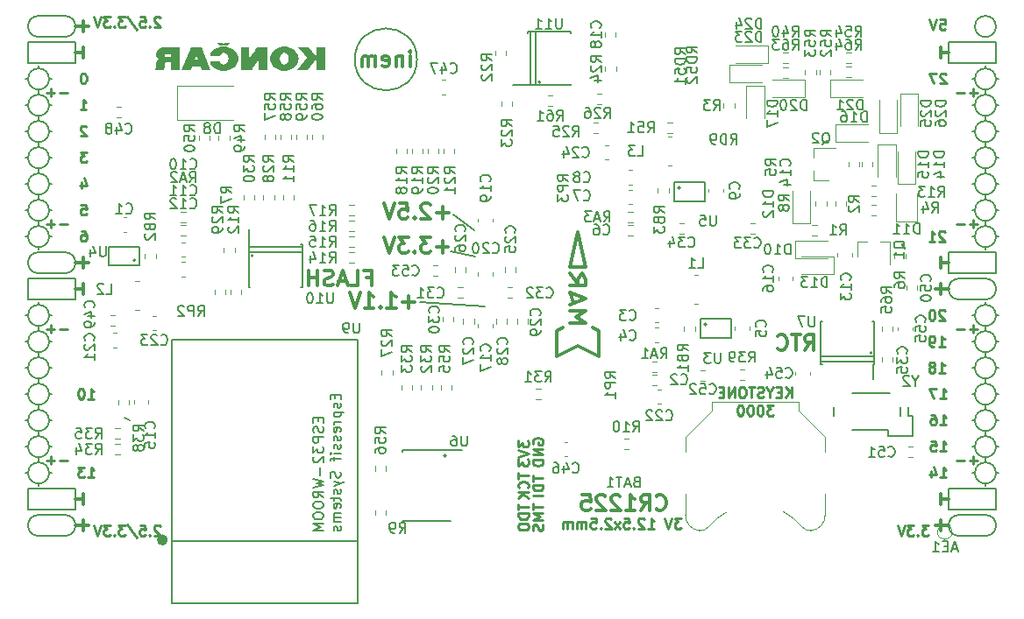
<source format=gbo>
G04 #@! TF.GenerationSoftware,KiCad,Pcbnew,5.0.0-rc2+dfsg1-2*
G04 #@! TF.CreationDate,2018-06-08T07:19:16+02:00*
G04 #@! TF.ProjectId,ulx3s,756C7833732E6B696361645F70636200,rev?*
G04 #@! TF.SameCoordinates,Original*
G04 #@! TF.FileFunction,Legend,Bot*
G04 #@! TF.FilePolarity,Positive*
%FSLAX46Y46*%
G04 Gerber Fmt 4.6, Leading zero omitted, Abs format (unit mm)*
G04 Created by KiCad (PCBNEW 5.0.0-rc2+dfsg1-2) date Fri Jun  8 07:19:16 2018*
%MOMM*%
%LPD*%
G01*
G04 APERTURE LIST*
%ADD10C,0.250000*%
%ADD11C,0.200000*%
%ADD12C,0.300000*%
%ADD13C,0.150000*%
%ADD14C,0.120000*%
%ADD15C,0.500000*%
%ADD16C,0.100000*%
G04 APERTURE END LIST*
D10*
X182887904Y-82575619D02*
X182840285Y-82528000D01*
X182745047Y-82480380D01*
X182506952Y-82480380D01*
X182411714Y-82528000D01*
X182364095Y-82575619D01*
X182316476Y-82670857D01*
X182316476Y-82766095D01*
X182364095Y-82908952D01*
X182935523Y-83480380D01*
X182316476Y-83480380D01*
X181364095Y-83480380D02*
X181935523Y-83480380D01*
X181649809Y-83480380D02*
X181649809Y-82480380D01*
X181745047Y-82623238D01*
X181840285Y-82718476D01*
X181935523Y-82766095D01*
X182887904Y-90195619D02*
X182840285Y-90148000D01*
X182745047Y-90100380D01*
X182506952Y-90100380D01*
X182411714Y-90148000D01*
X182364095Y-90195619D01*
X182316476Y-90290857D01*
X182316476Y-90386095D01*
X182364095Y-90528952D01*
X182935523Y-91100380D01*
X182316476Y-91100380D01*
X181697428Y-90100380D02*
X181602190Y-90100380D01*
X181506952Y-90148000D01*
X181459333Y-90195619D01*
X181411714Y-90290857D01*
X181364095Y-90481333D01*
X181364095Y-90719428D01*
X181411714Y-90909904D01*
X181459333Y-91005142D01*
X181506952Y-91052761D01*
X181602190Y-91100380D01*
X181697428Y-91100380D01*
X181792666Y-91052761D01*
X181840285Y-91005142D01*
X181887904Y-90909904D01*
X181935523Y-90719428D01*
X181935523Y-90481333D01*
X181887904Y-90290857D01*
X181840285Y-90195619D01*
X181792666Y-90148000D01*
X181697428Y-90100380D01*
X182316476Y-93640380D02*
X182887904Y-93640380D01*
X182602190Y-93640380D02*
X182602190Y-92640380D01*
X182697428Y-92783238D01*
X182792666Y-92878476D01*
X182887904Y-92926095D01*
X181840285Y-93640380D02*
X181649809Y-93640380D01*
X181554571Y-93592761D01*
X181506952Y-93545142D01*
X181411714Y-93402285D01*
X181364095Y-93211809D01*
X181364095Y-92830857D01*
X181411714Y-92735619D01*
X181459333Y-92688000D01*
X181554571Y-92640380D01*
X181745047Y-92640380D01*
X181840285Y-92688000D01*
X181887904Y-92735619D01*
X181935523Y-92830857D01*
X181935523Y-93068952D01*
X181887904Y-93164190D01*
X181840285Y-93211809D01*
X181745047Y-93259428D01*
X181554571Y-93259428D01*
X181459333Y-93211809D01*
X181411714Y-93164190D01*
X181364095Y-93068952D01*
X182316476Y-96180380D02*
X182887904Y-96180380D01*
X182602190Y-96180380D02*
X182602190Y-95180380D01*
X182697428Y-95323238D01*
X182792666Y-95418476D01*
X182887904Y-95466095D01*
X181745047Y-95608952D02*
X181840285Y-95561333D01*
X181887904Y-95513714D01*
X181935523Y-95418476D01*
X181935523Y-95370857D01*
X181887904Y-95275619D01*
X181840285Y-95228000D01*
X181745047Y-95180380D01*
X181554571Y-95180380D01*
X181459333Y-95228000D01*
X181411714Y-95275619D01*
X181364095Y-95370857D01*
X181364095Y-95418476D01*
X181411714Y-95513714D01*
X181459333Y-95561333D01*
X181554571Y-95608952D01*
X181745047Y-95608952D01*
X181840285Y-95656571D01*
X181887904Y-95704190D01*
X181935523Y-95799428D01*
X181935523Y-95989904D01*
X181887904Y-96085142D01*
X181840285Y-96132761D01*
X181745047Y-96180380D01*
X181554571Y-96180380D01*
X181459333Y-96132761D01*
X181411714Y-96085142D01*
X181364095Y-95989904D01*
X181364095Y-95799428D01*
X181411714Y-95704190D01*
X181459333Y-95656571D01*
X181554571Y-95608952D01*
D11*
X104148000Y-100808000D02*
X103640000Y-100554000D01*
D12*
X127003714Y-86984857D02*
X127503714Y-86984857D01*
X127503714Y-87770571D02*
X127503714Y-86270571D01*
X126789428Y-86270571D01*
X125503714Y-87770571D02*
X126218000Y-87770571D01*
X126218000Y-86270571D01*
X125075142Y-87342000D02*
X124360857Y-87342000D01*
X125218000Y-87770571D02*
X124718000Y-86270571D01*
X124218000Y-87770571D01*
X123789428Y-87699142D02*
X123575142Y-87770571D01*
X123218000Y-87770571D01*
X123075142Y-87699142D01*
X123003714Y-87627714D01*
X122932285Y-87484857D01*
X122932285Y-87342000D01*
X123003714Y-87199142D01*
X123075142Y-87127714D01*
X123218000Y-87056285D01*
X123503714Y-86984857D01*
X123646571Y-86913428D01*
X123718000Y-86842000D01*
X123789428Y-86699142D01*
X123789428Y-86556285D01*
X123718000Y-86413428D01*
X123646571Y-86342000D01*
X123503714Y-86270571D01*
X123146571Y-86270571D01*
X122932285Y-86342000D01*
X122289428Y-87770571D02*
X122289428Y-86270571D01*
X122289428Y-86984857D02*
X121432285Y-86984857D01*
X121432285Y-87770571D02*
X121432285Y-86270571D01*
D10*
X157418095Y-110252380D02*
X156799047Y-110252380D01*
X157132380Y-110633333D01*
X156989523Y-110633333D01*
X156894285Y-110680952D01*
X156846666Y-110728571D01*
X156799047Y-110823809D01*
X156799047Y-111061904D01*
X156846666Y-111157142D01*
X156894285Y-111204761D01*
X156989523Y-111252380D01*
X157275238Y-111252380D01*
X157370476Y-111204761D01*
X157418095Y-111157142D01*
X156513333Y-110252380D02*
X156180000Y-111252380D01*
X155846666Y-110252380D01*
X154227619Y-111252380D02*
X154799047Y-111252380D01*
X154513333Y-111252380D02*
X154513333Y-110252380D01*
X154608571Y-110395238D01*
X154703809Y-110490476D01*
X154799047Y-110538095D01*
X153846666Y-110347619D02*
X153799047Y-110300000D01*
X153703809Y-110252380D01*
X153465714Y-110252380D01*
X153370476Y-110300000D01*
X153322857Y-110347619D01*
X153275238Y-110442857D01*
X153275238Y-110538095D01*
X153322857Y-110680952D01*
X153894285Y-111252380D01*
X153275238Y-111252380D01*
X152846666Y-111157142D02*
X152799047Y-111204761D01*
X152846666Y-111252380D01*
X152894285Y-111204761D01*
X152846666Y-111157142D01*
X152846666Y-111252380D01*
X151894285Y-110252380D02*
X152370476Y-110252380D01*
X152418095Y-110728571D01*
X152370476Y-110680952D01*
X152275238Y-110633333D01*
X152037142Y-110633333D01*
X151941904Y-110680952D01*
X151894285Y-110728571D01*
X151846666Y-110823809D01*
X151846666Y-111061904D01*
X151894285Y-111157142D01*
X151941904Y-111204761D01*
X152037142Y-111252380D01*
X152275238Y-111252380D01*
X152370476Y-111204761D01*
X152418095Y-111157142D01*
X151513333Y-111252380D02*
X150989523Y-110585714D01*
X151513333Y-110585714D02*
X150989523Y-111252380D01*
X150656190Y-110347619D02*
X150608571Y-110300000D01*
X150513333Y-110252380D01*
X150275238Y-110252380D01*
X150180000Y-110300000D01*
X150132380Y-110347619D01*
X150084761Y-110442857D01*
X150084761Y-110538095D01*
X150132380Y-110680952D01*
X150703809Y-111252380D01*
X150084761Y-111252380D01*
X149656190Y-111157142D02*
X149608571Y-111204761D01*
X149656190Y-111252380D01*
X149703809Y-111204761D01*
X149656190Y-111157142D01*
X149656190Y-111252380D01*
X148703809Y-110252380D02*
X149180000Y-110252380D01*
X149227619Y-110728571D01*
X149180000Y-110680952D01*
X149084761Y-110633333D01*
X148846666Y-110633333D01*
X148751428Y-110680952D01*
X148703809Y-110728571D01*
X148656190Y-110823809D01*
X148656190Y-111061904D01*
X148703809Y-111157142D01*
X148751428Y-111204761D01*
X148846666Y-111252380D01*
X149084761Y-111252380D01*
X149180000Y-111204761D01*
X149227619Y-111157142D01*
X148227619Y-111252380D02*
X148227619Y-110585714D01*
X148227619Y-110680952D02*
X148180000Y-110633333D01*
X148084761Y-110585714D01*
X147941904Y-110585714D01*
X147846666Y-110633333D01*
X147799047Y-110728571D01*
X147799047Y-111252380D01*
X147799047Y-110728571D02*
X147751428Y-110633333D01*
X147656190Y-110585714D01*
X147513333Y-110585714D01*
X147418095Y-110633333D01*
X147370476Y-110728571D01*
X147370476Y-111252380D01*
X146894285Y-111252380D02*
X146894285Y-110585714D01*
X146894285Y-110680952D02*
X146846666Y-110633333D01*
X146751428Y-110585714D01*
X146608571Y-110585714D01*
X146513333Y-110633333D01*
X146465714Y-110728571D01*
X146465714Y-111252380D01*
X146465714Y-110728571D02*
X146418095Y-110633333D01*
X146322857Y-110585714D01*
X146180000Y-110585714D01*
X146084761Y-110633333D01*
X146037142Y-110728571D01*
X146037142Y-111252380D01*
D11*
X134755000Y-104237000D02*
G75*
G03X134755000Y-104237000I-127000J0D01*
G01*
X135390000Y-80869000D02*
X137422000Y-82393000D01*
X135136000Y-84425000D02*
X137549000Y-84933000D01*
X132215000Y-89378000D02*
X138438000Y-89759000D01*
D10*
X168085000Y-98577380D02*
X168085000Y-97577380D01*
X167513571Y-98577380D02*
X167942142Y-98005952D01*
X167513571Y-97577380D02*
X168085000Y-98148809D01*
X167085000Y-98053571D02*
X166751666Y-98053571D01*
X166608809Y-98577380D02*
X167085000Y-98577380D01*
X167085000Y-97577380D01*
X166608809Y-97577380D01*
X165989761Y-98101190D02*
X165989761Y-98577380D01*
X166323095Y-97577380D02*
X165989761Y-98101190D01*
X165656428Y-97577380D01*
X165370714Y-98529761D02*
X165227857Y-98577380D01*
X164989761Y-98577380D01*
X164894523Y-98529761D01*
X164846904Y-98482142D01*
X164799285Y-98386904D01*
X164799285Y-98291666D01*
X164846904Y-98196428D01*
X164894523Y-98148809D01*
X164989761Y-98101190D01*
X165180238Y-98053571D01*
X165275476Y-98005952D01*
X165323095Y-97958333D01*
X165370714Y-97863095D01*
X165370714Y-97767857D01*
X165323095Y-97672619D01*
X165275476Y-97625000D01*
X165180238Y-97577380D01*
X164942142Y-97577380D01*
X164799285Y-97625000D01*
X164513571Y-97577380D02*
X163942142Y-97577380D01*
X164227857Y-98577380D02*
X164227857Y-97577380D01*
X163418333Y-97577380D02*
X163227857Y-97577380D01*
X163132619Y-97625000D01*
X163037380Y-97720238D01*
X162989761Y-97910714D01*
X162989761Y-98244047D01*
X163037380Y-98434523D01*
X163132619Y-98529761D01*
X163227857Y-98577380D01*
X163418333Y-98577380D01*
X163513571Y-98529761D01*
X163608809Y-98434523D01*
X163656428Y-98244047D01*
X163656428Y-97910714D01*
X163608809Y-97720238D01*
X163513571Y-97625000D01*
X163418333Y-97577380D01*
X162561190Y-98577380D02*
X162561190Y-97577380D01*
X161989761Y-98577380D01*
X161989761Y-97577380D01*
X161513571Y-98053571D02*
X161180238Y-98053571D01*
X161037380Y-98577380D02*
X161513571Y-98577380D01*
X161513571Y-97577380D01*
X161037380Y-97577380D01*
X166346904Y-99327380D02*
X165727857Y-99327380D01*
X166061190Y-99708333D01*
X165918333Y-99708333D01*
X165823095Y-99755952D01*
X165775476Y-99803571D01*
X165727857Y-99898809D01*
X165727857Y-100136904D01*
X165775476Y-100232142D01*
X165823095Y-100279761D01*
X165918333Y-100327380D01*
X166204047Y-100327380D01*
X166299285Y-100279761D01*
X166346904Y-100232142D01*
X165108809Y-99327380D02*
X165013571Y-99327380D01*
X164918333Y-99375000D01*
X164870714Y-99422619D01*
X164823095Y-99517857D01*
X164775476Y-99708333D01*
X164775476Y-99946428D01*
X164823095Y-100136904D01*
X164870714Y-100232142D01*
X164918333Y-100279761D01*
X165013571Y-100327380D01*
X165108809Y-100327380D01*
X165204047Y-100279761D01*
X165251666Y-100232142D01*
X165299285Y-100136904D01*
X165346904Y-99946428D01*
X165346904Y-99708333D01*
X165299285Y-99517857D01*
X165251666Y-99422619D01*
X165204047Y-99375000D01*
X165108809Y-99327380D01*
X164156428Y-99327380D02*
X164061190Y-99327380D01*
X163965952Y-99375000D01*
X163918333Y-99422619D01*
X163870714Y-99517857D01*
X163823095Y-99708333D01*
X163823095Y-99946428D01*
X163870714Y-100136904D01*
X163918333Y-100232142D01*
X163965952Y-100279761D01*
X164061190Y-100327380D01*
X164156428Y-100327380D01*
X164251666Y-100279761D01*
X164299285Y-100232142D01*
X164346904Y-100136904D01*
X164394523Y-99946428D01*
X164394523Y-99708333D01*
X164346904Y-99517857D01*
X164299285Y-99422619D01*
X164251666Y-99375000D01*
X164156428Y-99327380D01*
X163204047Y-99327380D02*
X163108809Y-99327380D01*
X163013571Y-99375000D01*
X162965952Y-99422619D01*
X162918333Y-99517857D01*
X162870714Y-99708333D01*
X162870714Y-99946428D01*
X162918333Y-100136904D01*
X162965952Y-100232142D01*
X163013571Y-100279761D01*
X163108809Y-100327380D01*
X163204047Y-100327380D01*
X163299285Y-100279761D01*
X163346904Y-100232142D01*
X163394523Y-100136904D01*
X163442142Y-99946428D01*
X163442142Y-99708333D01*
X163394523Y-99517857D01*
X163346904Y-99422619D01*
X163299285Y-99375000D01*
X163204047Y-99327380D01*
D12*
X182492000Y-87582000D02*
X182492000Y-88598000D01*
X183254000Y-88090000D02*
X181984000Y-88090000D01*
X182492000Y-110442000D02*
X182492000Y-111458000D01*
X183254000Y-110950000D02*
X181984000Y-110950000D01*
X99688000Y-62182000D02*
X99688000Y-63198000D01*
X98926000Y-62690000D02*
X100196000Y-62690000D01*
X99688000Y-110442000D02*
X99688000Y-111458000D01*
X98926000Y-110950000D02*
X100196000Y-110950000D01*
X99688000Y-85042000D02*
X99688000Y-86058000D01*
X98926000Y-85550000D02*
X100196000Y-85550000D01*
D11*
X187826000Y-62690000D02*
G75*
G03X187826000Y-62690000I-1016000J0D01*
G01*
X184270000Y-87074000D02*
X186810000Y-87074000D01*
X184270000Y-89106000D02*
X186810000Y-89106000D01*
X184270000Y-87074000D02*
G75*
G03X184270000Y-89106000I0J-1016000D01*
G01*
X186810000Y-89106000D02*
G75*
G03X186810000Y-87074000I0J1016000D01*
G01*
X184270000Y-111966000D02*
X186810000Y-111966000D01*
X184270000Y-109934000D02*
X186810000Y-109934000D01*
X184270000Y-109934000D02*
G75*
G03X184270000Y-111966000I0J-1016000D01*
G01*
X186810000Y-111966000D02*
G75*
G03X186810000Y-109934000I0J1016000D01*
G01*
X97910000Y-63706000D02*
G75*
G03X97910000Y-61674000I0J1016000D01*
G01*
X95370000Y-61674000D02*
X97910000Y-61674000D01*
X95370000Y-63706000D02*
X97910000Y-63706000D01*
X95370000Y-61674000D02*
G75*
G03X95370000Y-63706000I0J-1016000D01*
G01*
X95370000Y-86566000D02*
X97910000Y-86566000D01*
X95370000Y-84534000D02*
X97910000Y-84534000D01*
X95370000Y-84534000D02*
G75*
G03X95370000Y-86566000I0J-1016000D01*
G01*
X97910000Y-86566000D02*
G75*
G03X97910000Y-84534000I0J1016000D01*
G01*
X95370000Y-111966000D02*
X97910000Y-111966000D01*
X95370000Y-109934000D02*
X97910000Y-109934000D01*
X95370000Y-109934000D02*
G75*
G03X95370000Y-111966000I0J-1016000D01*
G01*
X97910000Y-111966000D02*
G75*
G03X97910000Y-109934000I0J1016000D01*
G01*
X98926000Y-107394000D02*
X94354000Y-107394000D01*
X98926000Y-109426000D02*
X98926000Y-107394000D01*
X94354000Y-109426000D02*
X98926000Y-109426000D01*
X94354000Y-107394000D02*
X94354000Y-109426000D01*
X187826000Y-107394000D02*
X183254000Y-107394000D01*
X187826000Y-109426000D02*
X187826000Y-107394000D01*
X183254000Y-109426000D02*
X187826000Y-109426000D01*
X183254000Y-107394000D02*
X183254000Y-109426000D01*
X187826000Y-84534000D02*
X183254000Y-84534000D01*
X187826000Y-86566000D02*
X187826000Y-84534000D01*
X183254000Y-86566000D02*
X187826000Y-86566000D01*
X183254000Y-84534000D02*
X183254000Y-86566000D01*
X187826000Y-64214000D02*
X183254000Y-64214000D01*
X187826000Y-66246000D02*
X187826000Y-64214000D01*
X183254000Y-66246000D02*
X187826000Y-66246000D01*
X183254000Y-64214000D02*
X183254000Y-66246000D01*
X98926000Y-64214000D02*
X94354000Y-64214000D01*
X98926000Y-66246000D02*
X98926000Y-64214000D01*
X94354000Y-66246000D02*
X98926000Y-66246000D01*
X94354000Y-64214000D02*
X94354000Y-66246000D01*
X98926000Y-87074000D02*
X94354000Y-87074000D01*
X98926000Y-89106000D02*
X98926000Y-87074000D01*
X94354000Y-89106000D02*
X98926000Y-89106000D01*
X94354000Y-87074000D02*
X94354000Y-89106000D01*
D10*
X186032000Y-91971428D02*
X185270095Y-91971428D01*
X185651047Y-92352380D02*
X185651047Y-91590476D01*
X184793904Y-91971428D02*
X184032000Y-91971428D01*
X186032000Y-69111428D02*
X185270095Y-69111428D01*
X185651047Y-69492380D02*
X185651047Y-68730476D01*
X184793904Y-69111428D02*
X184032000Y-69111428D01*
X186032000Y-81811428D02*
X185270095Y-81811428D01*
X185651047Y-82192380D02*
X185651047Y-81430476D01*
X184793904Y-81811428D02*
X184032000Y-81811428D01*
X186032000Y-104671428D02*
X185270095Y-104671428D01*
X185651047Y-105052380D02*
X185651047Y-104290476D01*
X184793904Y-104671428D02*
X184032000Y-104671428D01*
X98148000Y-104671428D02*
X97386095Y-104671428D01*
X96909904Y-104671428D02*
X96148000Y-104671428D01*
X96528952Y-105052380D02*
X96528952Y-104290476D01*
X98148000Y-91971428D02*
X97386095Y-91971428D01*
X96909904Y-91971428D02*
X96148000Y-91971428D01*
X96528952Y-92352380D02*
X96528952Y-91590476D01*
X98148000Y-81811428D02*
X97386095Y-81811428D01*
X96909904Y-81811428D02*
X96148000Y-81811428D01*
X96528952Y-82192380D02*
X96528952Y-81430476D01*
X98148000Y-69111428D02*
X97386095Y-69111428D01*
X96909904Y-69111428D02*
X96148000Y-69111428D01*
X96528952Y-69492380D02*
X96528952Y-68730476D01*
D12*
X182492000Y-107902000D02*
X182492000Y-108918000D01*
X183254000Y-108410000D02*
X182492000Y-108410000D01*
D11*
X95370000Y-96726000D02*
X95370000Y-97234000D01*
X96386000Y-95710000D02*
X96640000Y-95710000D01*
X94354000Y-95710000D02*
X94100000Y-95710000D01*
X187826000Y-98250000D02*
X188080000Y-98250000D01*
X187826000Y-83010000D02*
X188080000Y-83010000D01*
X95370000Y-107140000D02*
X95370000Y-106886000D01*
X96386000Y-105870000D02*
X96640000Y-105870000D01*
X94354000Y-105870000D02*
X94100000Y-105870000D01*
X94354000Y-103330000D02*
X94100000Y-103330000D01*
X95370000Y-104346000D02*
X95370000Y-104854000D01*
X96386000Y-103330000D02*
X96640000Y-103330000D01*
X94354000Y-100790000D02*
X94100000Y-100790000D01*
X95370000Y-102314000D02*
X95370000Y-101806000D01*
X96386000Y-100790000D02*
X96640000Y-100790000D01*
X95370000Y-99266000D02*
X95370000Y-99774000D01*
X94354000Y-98250000D02*
X94100000Y-98250000D01*
X96386000Y-98250000D02*
X96640000Y-98250000D01*
X95370000Y-94186000D02*
X95370000Y-94694000D01*
X96386000Y-93170000D02*
X96640000Y-93170000D01*
X94354000Y-93170000D02*
X94100000Y-93170000D01*
X94354000Y-90630000D02*
X94100000Y-90630000D01*
X95370000Y-91646000D02*
X95370000Y-92154000D01*
X96640000Y-90630000D02*
X96386000Y-90630000D01*
X95370000Y-89360000D02*
X95370000Y-89614000D01*
X94354000Y-83010000D02*
X94100000Y-83010000D01*
X95370000Y-84280000D02*
X95370000Y-84026000D01*
X96386000Y-83010000D02*
X96640000Y-83010000D01*
X95370000Y-81486000D02*
X95370000Y-81994000D01*
X94354000Y-80470000D02*
X94100000Y-80470000D01*
X96640000Y-80470000D02*
X96386000Y-80470000D01*
X95370000Y-78946000D02*
X95370000Y-79454000D01*
X96386000Y-77930000D02*
X96640000Y-77930000D01*
X94354000Y-77930000D02*
X94100000Y-77930000D01*
X95370000Y-76406000D02*
X95370000Y-76914000D01*
X94354000Y-75390000D02*
X94100000Y-75390000D01*
X96386000Y-75390000D02*
X96640000Y-75390000D01*
X95370000Y-73866000D02*
X95370000Y-74374000D01*
X96386000Y-72850000D02*
X96640000Y-72850000D01*
X94100000Y-72850000D02*
X94354000Y-72850000D01*
X94354000Y-70310000D02*
X94100000Y-70310000D01*
X96640000Y-70310000D02*
X96386000Y-70310000D01*
X95370000Y-71326000D02*
X95370000Y-71834000D01*
X95370000Y-68786000D02*
X95370000Y-69294000D01*
X96386000Y-67770000D02*
X96640000Y-67770000D01*
X94354000Y-67770000D02*
X94100000Y-67770000D01*
X95370000Y-66500000D02*
X95370000Y-66754000D01*
X187826000Y-105870000D02*
X188080000Y-105870000D01*
X186810000Y-107140000D02*
X186810000Y-106886000D01*
X185540000Y-105870000D02*
X185794000Y-105870000D01*
X186810000Y-104346000D02*
X186810000Y-104854000D01*
X187826000Y-103330000D02*
X188080000Y-103330000D01*
X185540000Y-103330000D02*
X185794000Y-103330000D01*
X186810000Y-101806000D02*
X186810000Y-102314000D01*
X187826000Y-100790000D02*
X188080000Y-100790000D01*
X185540000Y-100790000D02*
X185794000Y-100790000D01*
X186810000Y-99266000D02*
X186810000Y-99774000D01*
X185540000Y-98250000D02*
X185794000Y-98250000D01*
X186810000Y-97234000D02*
X186810000Y-96726000D01*
X187826000Y-95710000D02*
X188080000Y-95710000D01*
X185540000Y-95710000D02*
X185794000Y-95710000D01*
X186810000Y-94694000D02*
X186810000Y-94186000D01*
X187826000Y-93170000D02*
X188080000Y-93170000D01*
X185540000Y-93170000D02*
X185794000Y-93170000D01*
X186810000Y-92154000D02*
X186810000Y-91646000D01*
X187826000Y-90630000D02*
X188080000Y-90630000D01*
X185540000Y-90630000D02*
X185794000Y-90630000D01*
X186810000Y-89360000D02*
X186810000Y-89614000D01*
X186810000Y-84280000D02*
X186810000Y-84026000D01*
X185540000Y-83010000D02*
X185794000Y-83010000D01*
X186810000Y-81994000D02*
X186810000Y-81486000D01*
X185794000Y-80470000D02*
X185540000Y-80470000D01*
X187826000Y-80470000D02*
X188080000Y-80470000D01*
X186810000Y-78946000D02*
X186810000Y-79454000D01*
X185794000Y-77930000D02*
X185540000Y-77930000D01*
X187826000Y-77930000D02*
X188080000Y-77930000D01*
X186810000Y-76406000D02*
X186810000Y-76914000D01*
X186810000Y-73866000D02*
X186810000Y-74374000D01*
X185794000Y-75390000D02*
X185540000Y-75390000D01*
X187826000Y-75390000D02*
X188080000Y-75390000D01*
X187826000Y-72850000D02*
X188080000Y-72850000D01*
X185540000Y-72850000D02*
X185794000Y-72850000D01*
X186810000Y-71834000D02*
X186810000Y-71326000D01*
X187826000Y-70310000D02*
X188080000Y-70310000D01*
X185540000Y-70310000D02*
X185794000Y-70310000D01*
X187826000Y-67770000D02*
X188080000Y-67770000D01*
X186810000Y-68786000D02*
X186810000Y-69294000D01*
X185540000Y-67770000D02*
X185794000Y-67770000D01*
X186810000Y-66500000D02*
X186810000Y-66754000D01*
X187826000Y-67770000D02*
G75*
G03X187826000Y-67770000I-1016000J0D01*
G01*
X187826000Y-70310000D02*
G75*
G03X187826000Y-70310000I-1016000J0D01*
G01*
X187826000Y-72850000D02*
G75*
G03X187826000Y-72850000I-1016000J0D01*
G01*
X187826000Y-75390000D02*
G75*
G03X187826000Y-75390000I-1016000J0D01*
G01*
X187826000Y-77930000D02*
G75*
G03X187826000Y-77930000I-1016000J0D01*
G01*
X187826000Y-80470000D02*
G75*
G03X187826000Y-80470000I-1016000J0D01*
G01*
X187826000Y-83010000D02*
G75*
G03X187826000Y-83010000I-1016000J0D01*
G01*
X187826000Y-90630000D02*
G75*
G03X187826000Y-90630000I-1016000J0D01*
G01*
X187826000Y-93170000D02*
G75*
G03X187826000Y-93170000I-1016000J0D01*
G01*
X187826000Y-95710000D02*
G75*
G03X187826000Y-95710000I-1016000J0D01*
G01*
X187826000Y-98250000D02*
G75*
G03X187826000Y-98250000I-1016000J0D01*
G01*
X187826000Y-100790000D02*
G75*
G03X187826000Y-100790000I-1016000J0D01*
G01*
X187826000Y-103330000D02*
G75*
G03X187826000Y-103330000I-1016000J0D01*
G01*
X187826000Y-105870000D02*
G75*
G03X187826000Y-105870000I-1016000J0D01*
G01*
X96386000Y-105870000D02*
G75*
G03X96386000Y-105870000I-1016000J0D01*
G01*
X96386000Y-103330000D02*
G75*
G03X96386000Y-103330000I-1016000J0D01*
G01*
X96386000Y-100790000D02*
G75*
G03X96386000Y-100790000I-1016000J0D01*
G01*
X96386000Y-98250000D02*
G75*
G03X96386000Y-98250000I-1016000J0D01*
G01*
X96386000Y-95710000D02*
G75*
G03X96386000Y-95710000I-1016000J0D01*
G01*
X96386000Y-93170000D02*
G75*
G03X96386000Y-93170000I-1016000J0D01*
G01*
X96386000Y-90630000D02*
G75*
G03X96386000Y-90630000I-1016000J0D01*
G01*
X96386000Y-83010000D02*
G75*
G03X96386000Y-83010000I-1016000J0D01*
G01*
X96386000Y-80470000D02*
G75*
G03X96386000Y-80470000I-1016000J0D01*
G01*
X96386000Y-77930000D02*
G75*
G03X96386000Y-77930000I-1016000J0D01*
G01*
X96386000Y-75390000D02*
G75*
G03X96386000Y-75390000I-1016000J0D01*
G01*
X96386000Y-72850000D02*
G75*
G03X96386000Y-72850000I-1016000J0D01*
G01*
X96386000Y-70310000D02*
G75*
G03X96386000Y-70310000I-1016000J0D01*
G01*
X96386000Y-67770000D02*
G75*
G03X96386000Y-67770000I-1016000J0D01*
G01*
D10*
X182428476Y-62015380D02*
X182904666Y-62015380D01*
X182952285Y-62491571D01*
X182904666Y-62443952D01*
X182809428Y-62396333D01*
X182571333Y-62396333D01*
X182476095Y-62443952D01*
X182428476Y-62491571D01*
X182380857Y-62586809D01*
X182380857Y-62824904D01*
X182428476Y-62920142D01*
X182476095Y-62967761D01*
X182571333Y-63015380D01*
X182809428Y-63015380D01*
X182904666Y-62967761D01*
X182952285Y-62920142D01*
X182095142Y-62015380D02*
X181761809Y-63015380D01*
X181428476Y-62015380D01*
D12*
X182492000Y-64722000D02*
X182492000Y-65738000D01*
X183254000Y-65230000D02*
X182492000Y-65230000D01*
D10*
X182999904Y-67317619D02*
X182952285Y-67270000D01*
X182857047Y-67222380D01*
X182618952Y-67222380D01*
X182523714Y-67270000D01*
X182476095Y-67317619D01*
X182428476Y-67412857D01*
X182428476Y-67508095D01*
X182476095Y-67650952D01*
X183047523Y-68222380D01*
X182428476Y-68222380D01*
X182095142Y-67222380D02*
X181428476Y-67222380D01*
X181857047Y-68222380D01*
D12*
X182492000Y-85042000D02*
X182492000Y-86058000D01*
X183254000Y-85550000D02*
X182492000Y-85550000D01*
D10*
X182428476Y-98702380D02*
X182999904Y-98702380D01*
X182714190Y-98702380D02*
X182714190Y-97702380D01*
X182809428Y-97845238D01*
X182904666Y-97940476D01*
X182999904Y-97988095D01*
X182095142Y-97702380D02*
X181428476Y-97702380D01*
X181857047Y-98702380D01*
X182428476Y-101242380D02*
X182999904Y-101242380D01*
X182714190Y-101242380D02*
X182714190Y-100242380D01*
X182809428Y-100385238D01*
X182904666Y-100480476D01*
X182999904Y-100528095D01*
X181571333Y-100242380D02*
X181761809Y-100242380D01*
X181857047Y-100290000D01*
X181904666Y-100337619D01*
X181999904Y-100480476D01*
X182047523Y-100670952D01*
X182047523Y-101051904D01*
X181999904Y-101147142D01*
X181952285Y-101194761D01*
X181857047Y-101242380D01*
X181666571Y-101242380D01*
X181571333Y-101194761D01*
X181523714Y-101147142D01*
X181476095Y-101051904D01*
X181476095Y-100813809D01*
X181523714Y-100718571D01*
X181571333Y-100670952D01*
X181666571Y-100623333D01*
X181857047Y-100623333D01*
X181952285Y-100670952D01*
X181999904Y-100718571D01*
X182047523Y-100813809D01*
X182428476Y-103782380D02*
X182999904Y-103782380D01*
X182714190Y-103782380D02*
X182714190Y-102782380D01*
X182809428Y-102925238D01*
X182904666Y-103020476D01*
X182999904Y-103068095D01*
X181523714Y-102782380D02*
X181999904Y-102782380D01*
X182047523Y-103258571D01*
X181999904Y-103210952D01*
X181904666Y-103163333D01*
X181666571Y-103163333D01*
X181571333Y-103210952D01*
X181523714Y-103258571D01*
X181476095Y-103353809D01*
X181476095Y-103591904D01*
X181523714Y-103687142D01*
X181571333Y-103734761D01*
X181666571Y-103782380D01*
X181904666Y-103782380D01*
X181999904Y-103734761D01*
X182047523Y-103687142D01*
X182428476Y-106322380D02*
X182999904Y-106322380D01*
X182714190Y-106322380D02*
X182714190Y-105322380D01*
X182809428Y-105465238D01*
X182904666Y-105560476D01*
X182999904Y-105608095D01*
X181571333Y-105655714D02*
X181571333Y-106322380D01*
X181809428Y-105274761D02*
X182047523Y-105989047D01*
X181428476Y-105989047D01*
X181312642Y-110928380D02*
X180693595Y-110928380D01*
X181026928Y-111309333D01*
X180884071Y-111309333D01*
X180788833Y-111356952D01*
X180741214Y-111404571D01*
X180693595Y-111499809D01*
X180693595Y-111737904D01*
X180741214Y-111833142D01*
X180788833Y-111880761D01*
X180884071Y-111928380D01*
X181169785Y-111928380D01*
X181265023Y-111880761D01*
X181312642Y-111833142D01*
X180265023Y-111833142D02*
X180217404Y-111880761D01*
X180265023Y-111928380D01*
X180312642Y-111880761D01*
X180265023Y-111833142D01*
X180265023Y-111928380D01*
X179884071Y-110928380D02*
X179265023Y-110928380D01*
X179598357Y-111309333D01*
X179455500Y-111309333D01*
X179360261Y-111356952D01*
X179312642Y-111404571D01*
X179265023Y-111499809D01*
X179265023Y-111737904D01*
X179312642Y-111833142D01*
X179360261Y-111880761D01*
X179455500Y-111928380D01*
X179741214Y-111928380D01*
X179836452Y-111880761D01*
X179884071Y-111833142D01*
X178979309Y-110928380D02*
X178645976Y-111928380D01*
X178312642Y-110928380D01*
D12*
X99688000Y-108918000D02*
X99688000Y-107902000D01*
X98926000Y-108410000D02*
X99688000Y-108410000D01*
X99688000Y-88598000D02*
X99688000Y-87582000D01*
X98926000Y-88090000D02*
X99688000Y-88090000D01*
X99688000Y-64722000D02*
X99688000Y-65738000D01*
X98926000Y-65230000D02*
X99688000Y-65230000D01*
D10*
X107103690Y-111023619D02*
X107056071Y-110976000D01*
X106960833Y-110928380D01*
X106722738Y-110928380D01*
X106627500Y-110976000D01*
X106579880Y-111023619D01*
X106532261Y-111118857D01*
X106532261Y-111214095D01*
X106579880Y-111356952D01*
X107151309Y-111928380D01*
X106532261Y-111928380D01*
X106103690Y-111833142D02*
X106056071Y-111880761D01*
X106103690Y-111928380D01*
X106151309Y-111880761D01*
X106103690Y-111833142D01*
X106103690Y-111928380D01*
X105151309Y-110928380D02*
X105627500Y-110928380D01*
X105675119Y-111404571D01*
X105627500Y-111356952D01*
X105532261Y-111309333D01*
X105294166Y-111309333D01*
X105198928Y-111356952D01*
X105151309Y-111404571D01*
X105103690Y-111499809D01*
X105103690Y-111737904D01*
X105151309Y-111833142D01*
X105198928Y-111880761D01*
X105294166Y-111928380D01*
X105532261Y-111928380D01*
X105627500Y-111880761D01*
X105675119Y-111833142D01*
X103960833Y-110880761D02*
X104817976Y-112166476D01*
X103722738Y-110928380D02*
X103103690Y-110928380D01*
X103437023Y-111309333D01*
X103294166Y-111309333D01*
X103198928Y-111356952D01*
X103151309Y-111404571D01*
X103103690Y-111499809D01*
X103103690Y-111737904D01*
X103151309Y-111833142D01*
X103198928Y-111880761D01*
X103294166Y-111928380D01*
X103579880Y-111928380D01*
X103675119Y-111880761D01*
X103722738Y-111833142D01*
X102675119Y-111833142D02*
X102627500Y-111880761D01*
X102675119Y-111928380D01*
X102722738Y-111880761D01*
X102675119Y-111833142D01*
X102675119Y-111928380D01*
X102294166Y-110928380D02*
X101675119Y-110928380D01*
X102008452Y-111309333D01*
X101865595Y-111309333D01*
X101770357Y-111356952D01*
X101722738Y-111404571D01*
X101675119Y-111499809D01*
X101675119Y-111737904D01*
X101722738Y-111833142D01*
X101770357Y-111880761D01*
X101865595Y-111928380D01*
X102151309Y-111928380D01*
X102246547Y-111880761D01*
X102294166Y-111833142D01*
X101389404Y-110928380D02*
X101056071Y-111928380D01*
X100722738Y-110928380D01*
X100132476Y-106322380D02*
X100703904Y-106322380D01*
X100418190Y-106322380D02*
X100418190Y-105322380D01*
X100513428Y-105465238D01*
X100608666Y-105560476D01*
X100703904Y-105608095D01*
X99799142Y-105322380D02*
X99180095Y-105322380D01*
X99513428Y-105703333D01*
X99370571Y-105703333D01*
X99275333Y-105750952D01*
X99227714Y-105798571D01*
X99180095Y-105893809D01*
X99180095Y-106131904D01*
X99227714Y-106227142D01*
X99275333Y-106274761D01*
X99370571Y-106322380D01*
X99656285Y-106322380D01*
X99751523Y-106274761D01*
X99799142Y-106227142D01*
X100147476Y-98720380D02*
X100718904Y-98720380D01*
X100433190Y-98720380D02*
X100433190Y-97720380D01*
X100528428Y-97863238D01*
X100623666Y-97958476D01*
X100718904Y-98006095D01*
X99528428Y-97720380D02*
X99433190Y-97720380D01*
X99337952Y-97768000D01*
X99290333Y-97815619D01*
X99242714Y-97910857D01*
X99195095Y-98101333D01*
X99195095Y-98339428D01*
X99242714Y-98529904D01*
X99290333Y-98625142D01*
X99337952Y-98672761D01*
X99433190Y-98720380D01*
X99528428Y-98720380D01*
X99623666Y-98672761D01*
X99671285Y-98625142D01*
X99718904Y-98529904D01*
X99766523Y-98339428D01*
X99766523Y-98101333D01*
X99718904Y-97910857D01*
X99671285Y-97815619D01*
X99623666Y-97768000D01*
X99528428Y-97720380D01*
X99512523Y-82462380D02*
X99703000Y-82462380D01*
X99798238Y-82510000D01*
X99845857Y-82557619D01*
X99941095Y-82700476D01*
X99988714Y-82890952D01*
X99988714Y-83271904D01*
X99941095Y-83367142D01*
X99893476Y-83414761D01*
X99798238Y-83462380D01*
X99607761Y-83462380D01*
X99512523Y-83414761D01*
X99464904Y-83367142D01*
X99417285Y-83271904D01*
X99417285Y-83033809D01*
X99464904Y-82938571D01*
X99512523Y-82890952D01*
X99607761Y-82843333D01*
X99798238Y-82843333D01*
X99893476Y-82890952D01*
X99941095Y-82938571D01*
X99988714Y-83033809D01*
X99464904Y-79922380D02*
X99941095Y-79922380D01*
X99988714Y-80398571D01*
X99941095Y-80350952D01*
X99845857Y-80303333D01*
X99607761Y-80303333D01*
X99512523Y-80350952D01*
X99464904Y-80398571D01*
X99417285Y-80493809D01*
X99417285Y-80731904D01*
X99464904Y-80827142D01*
X99512523Y-80874761D01*
X99607761Y-80922380D01*
X99845857Y-80922380D01*
X99941095Y-80874761D01*
X99988714Y-80827142D01*
X99512523Y-77715714D02*
X99512523Y-78382380D01*
X99750619Y-77334761D02*
X99988714Y-78049047D01*
X99369666Y-78049047D01*
X100021333Y-74842380D02*
X99402285Y-74842380D01*
X99735619Y-75223333D01*
X99592761Y-75223333D01*
X99497523Y-75270952D01*
X99449904Y-75318571D01*
X99402285Y-75413809D01*
X99402285Y-75651904D01*
X99449904Y-75747142D01*
X99497523Y-75794761D01*
X99592761Y-75842380D01*
X99878476Y-75842380D01*
X99973714Y-75794761D01*
X100021333Y-75747142D01*
X99973714Y-72397619D02*
X99926095Y-72350000D01*
X99830857Y-72302380D01*
X99592761Y-72302380D01*
X99497523Y-72350000D01*
X99449904Y-72397619D01*
X99402285Y-72492857D01*
X99402285Y-72588095D01*
X99449904Y-72730952D01*
X100021333Y-73302380D01*
X99402285Y-73302380D01*
X99402285Y-70762380D02*
X99973714Y-70762380D01*
X99688000Y-70762380D02*
X99688000Y-69762380D01*
X99783238Y-69905238D01*
X99878476Y-70000476D01*
X99973714Y-70048095D01*
X99750619Y-67222380D02*
X99655380Y-67222380D01*
X99560142Y-67270000D01*
X99512523Y-67317619D01*
X99464904Y-67412857D01*
X99417285Y-67603333D01*
X99417285Y-67841428D01*
X99464904Y-68031904D01*
X99512523Y-68127142D01*
X99560142Y-68174761D01*
X99655380Y-68222380D01*
X99750619Y-68222380D01*
X99845857Y-68174761D01*
X99893476Y-68127142D01*
X99941095Y-68031904D01*
X99988714Y-67841428D01*
X99988714Y-67603333D01*
X99941095Y-67412857D01*
X99893476Y-67317619D01*
X99845857Y-67270000D01*
X99750619Y-67222380D01*
X107103690Y-61874619D02*
X107056071Y-61827000D01*
X106960833Y-61779380D01*
X106722738Y-61779380D01*
X106627500Y-61827000D01*
X106579880Y-61874619D01*
X106532261Y-61969857D01*
X106532261Y-62065095D01*
X106579880Y-62207952D01*
X107151309Y-62779380D01*
X106532261Y-62779380D01*
X106103690Y-62684142D02*
X106056071Y-62731761D01*
X106103690Y-62779380D01*
X106151309Y-62731761D01*
X106103690Y-62684142D01*
X106103690Y-62779380D01*
X105151309Y-61779380D02*
X105627500Y-61779380D01*
X105675119Y-62255571D01*
X105627500Y-62207952D01*
X105532261Y-62160333D01*
X105294166Y-62160333D01*
X105198928Y-62207952D01*
X105151309Y-62255571D01*
X105103690Y-62350809D01*
X105103690Y-62588904D01*
X105151309Y-62684142D01*
X105198928Y-62731761D01*
X105294166Y-62779380D01*
X105532261Y-62779380D01*
X105627500Y-62731761D01*
X105675119Y-62684142D01*
X103960833Y-61731761D02*
X104817976Y-63017476D01*
X103722738Y-61779380D02*
X103103690Y-61779380D01*
X103437023Y-62160333D01*
X103294166Y-62160333D01*
X103198928Y-62207952D01*
X103151309Y-62255571D01*
X103103690Y-62350809D01*
X103103690Y-62588904D01*
X103151309Y-62684142D01*
X103198928Y-62731761D01*
X103294166Y-62779380D01*
X103579880Y-62779380D01*
X103675119Y-62731761D01*
X103722738Y-62684142D01*
X102675119Y-62684142D02*
X102627500Y-62731761D01*
X102675119Y-62779380D01*
X102722738Y-62731761D01*
X102675119Y-62684142D01*
X102675119Y-62779380D01*
X102294166Y-61779380D02*
X101675119Y-61779380D01*
X102008452Y-62160333D01*
X101865595Y-62160333D01*
X101770357Y-62207952D01*
X101722738Y-62255571D01*
X101675119Y-62350809D01*
X101675119Y-62588904D01*
X101722738Y-62684142D01*
X101770357Y-62731761D01*
X101865595Y-62779380D01*
X102151309Y-62779380D01*
X102246547Y-62731761D01*
X102294166Y-62684142D01*
X101389404Y-61779380D02*
X101056071Y-62779380D01*
X100722738Y-61779380D01*
D12*
X155027857Y-109335714D02*
X155099285Y-109407142D01*
X155313571Y-109478571D01*
X155456428Y-109478571D01*
X155670714Y-109407142D01*
X155813571Y-109264285D01*
X155885000Y-109121428D01*
X155956428Y-108835714D01*
X155956428Y-108621428D01*
X155885000Y-108335714D01*
X155813571Y-108192857D01*
X155670714Y-108050000D01*
X155456428Y-107978571D01*
X155313571Y-107978571D01*
X155099285Y-108050000D01*
X155027857Y-108121428D01*
X153527857Y-109478571D02*
X154027857Y-108764285D01*
X154385000Y-109478571D02*
X154385000Y-107978571D01*
X153813571Y-107978571D01*
X153670714Y-108050000D01*
X153599285Y-108121428D01*
X153527857Y-108264285D01*
X153527857Y-108478571D01*
X153599285Y-108621428D01*
X153670714Y-108692857D01*
X153813571Y-108764285D01*
X154385000Y-108764285D01*
X152099285Y-109478571D02*
X152956428Y-109478571D01*
X152527857Y-109478571D02*
X152527857Y-107978571D01*
X152670714Y-108192857D01*
X152813571Y-108335714D01*
X152956428Y-108407142D01*
X151527857Y-108121428D02*
X151456428Y-108050000D01*
X151313571Y-107978571D01*
X150956428Y-107978571D01*
X150813571Y-108050000D01*
X150742142Y-108121428D01*
X150670714Y-108264285D01*
X150670714Y-108407142D01*
X150742142Y-108621428D01*
X151599285Y-109478571D01*
X150670714Y-109478571D01*
X150099285Y-108121428D02*
X150027857Y-108050000D01*
X149885000Y-107978571D01*
X149527857Y-107978571D01*
X149385000Y-108050000D01*
X149313571Y-108121428D01*
X149242142Y-108264285D01*
X149242142Y-108407142D01*
X149313571Y-108621428D01*
X150170714Y-109478571D01*
X149242142Y-109478571D01*
X147885000Y-107978571D02*
X148599285Y-107978571D01*
X148670714Y-108692857D01*
X148599285Y-108621428D01*
X148456428Y-108550000D01*
X148099285Y-108550000D01*
X147956428Y-108621428D01*
X147885000Y-108692857D01*
X147813571Y-108835714D01*
X147813571Y-109192857D01*
X147885000Y-109335714D01*
X147956428Y-109407142D01*
X148099285Y-109478571D01*
X148456428Y-109478571D01*
X148599285Y-109407142D01*
X148670714Y-109335714D01*
X134961000Y-80722142D02*
X133818142Y-80722142D01*
X134389571Y-81293571D02*
X134389571Y-80150714D01*
X133175285Y-79936428D02*
X133103857Y-79865000D01*
X132961000Y-79793571D01*
X132603857Y-79793571D01*
X132461000Y-79865000D01*
X132389571Y-79936428D01*
X132318142Y-80079285D01*
X132318142Y-80222142D01*
X132389571Y-80436428D01*
X133246714Y-81293571D01*
X132318142Y-81293571D01*
X131675285Y-81150714D02*
X131603857Y-81222142D01*
X131675285Y-81293571D01*
X131746714Y-81222142D01*
X131675285Y-81150714D01*
X131675285Y-81293571D01*
X130246714Y-79793571D02*
X130961000Y-79793571D01*
X131032428Y-80507857D01*
X130961000Y-80436428D01*
X130818142Y-80365000D01*
X130461000Y-80365000D01*
X130318142Y-80436428D01*
X130246714Y-80507857D01*
X130175285Y-80650714D01*
X130175285Y-81007857D01*
X130246714Y-81150714D01*
X130318142Y-81222142D01*
X130461000Y-81293571D01*
X130818142Y-81293571D01*
X130961000Y-81222142D01*
X131032428Y-81150714D01*
X129746714Y-79793571D02*
X129246714Y-81293571D01*
X128746714Y-79793571D01*
X134946000Y-84024142D02*
X133803142Y-84024142D01*
X134374571Y-84595571D02*
X134374571Y-83452714D01*
X133231714Y-83095571D02*
X132303142Y-83095571D01*
X132803142Y-83667000D01*
X132588857Y-83667000D01*
X132446000Y-83738428D01*
X132374571Y-83809857D01*
X132303142Y-83952714D01*
X132303142Y-84309857D01*
X132374571Y-84452714D01*
X132446000Y-84524142D01*
X132588857Y-84595571D01*
X133017428Y-84595571D01*
X133160285Y-84524142D01*
X133231714Y-84452714D01*
X131660285Y-84452714D02*
X131588857Y-84524142D01*
X131660285Y-84595571D01*
X131731714Y-84524142D01*
X131660285Y-84452714D01*
X131660285Y-84595571D01*
X131088857Y-83095571D02*
X130160285Y-83095571D01*
X130660285Y-83667000D01*
X130446000Y-83667000D01*
X130303142Y-83738428D01*
X130231714Y-83809857D01*
X130160285Y-83952714D01*
X130160285Y-84309857D01*
X130231714Y-84452714D01*
X130303142Y-84524142D01*
X130446000Y-84595571D01*
X130874571Y-84595571D01*
X131017428Y-84524142D01*
X131088857Y-84452714D01*
X129731714Y-83095571D02*
X129231714Y-84595571D01*
X128731714Y-83095571D01*
X131659000Y-89358142D02*
X130516142Y-89358142D01*
X131087571Y-89929571D02*
X131087571Y-88786714D01*
X129016142Y-89929571D02*
X129873285Y-89929571D01*
X129444714Y-89929571D02*
X129444714Y-88429571D01*
X129587571Y-88643857D01*
X129730428Y-88786714D01*
X129873285Y-88858142D01*
X128373285Y-89786714D02*
X128301857Y-89858142D01*
X128373285Y-89929571D01*
X128444714Y-89858142D01*
X128373285Y-89786714D01*
X128373285Y-89929571D01*
X126873285Y-89929571D02*
X127730428Y-89929571D01*
X127301857Y-89929571D02*
X127301857Y-88429571D01*
X127444714Y-88643857D01*
X127587571Y-88786714D01*
X127730428Y-88858142D01*
X126444714Y-88429571D02*
X125944714Y-89929571D01*
X125444714Y-88429571D01*
D10*
X141685380Y-105854285D02*
X141685380Y-106425714D01*
X142685380Y-106140000D02*
X141685380Y-106140000D01*
X142590142Y-107330476D02*
X142637761Y-107282857D01*
X142685380Y-107140000D01*
X142685380Y-107044761D01*
X142637761Y-106901904D01*
X142542523Y-106806666D01*
X142447285Y-106759047D01*
X142256809Y-106711428D01*
X142113952Y-106711428D01*
X141923476Y-106759047D01*
X141828238Y-106806666D01*
X141733000Y-106901904D01*
X141685380Y-107044761D01*
X141685380Y-107140000D01*
X141733000Y-107282857D01*
X141780619Y-107330476D01*
X142685380Y-107759047D02*
X141685380Y-107759047D01*
X142685380Y-108330476D02*
X142113952Y-107901904D01*
X141685380Y-108330476D02*
X142256809Y-107759047D01*
X141685380Y-102726904D02*
X141685380Y-103345952D01*
X142066333Y-103012619D01*
X142066333Y-103155476D01*
X142113952Y-103250714D01*
X142161571Y-103298333D01*
X142256809Y-103345952D01*
X142494904Y-103345952D01*
X142590142Y-103298333D01*
X142637761Y-103250714D01*
X142685380Y-103155476D01*
X142685380Y-102869761D01*
X142637761Y-102774523D01*
X142590142Y-102726904D01*
X141685380Y-103631666D02*
X142685380Y-103965000D01*
X141685380Y-104298333D01*
X141685380Y-104536428D02*
X141685380Y-105155476D01*
X142066333Y-104822142D01*
X142066333Y-104965000D01*
X142113952Y-105060238D01*
X142161571Y-105107857D01*
X142256809Y-105155476D01*
X142494904Y-105155476D01*
X142590142Y-105107857D01*
X142637761Y-105060238D01*
X142685380Y-104965000D01*
X142685380Y-104679285D01*
X142637761Y-104584047D01*
X142590142Y-104536428D01*
X141685380Y-108878476D02*
X141685380Y-109449904D01*
X142685380Y-109164190D02*
X141685380Y-109164190D01*
X142685380Y-109783238D02*
X141685380Y-109783238D01*
X141685380Y-110021333D01*
X141733000Y-110164190D01*
X141828238Y-110259428D01*
X141923476Y-110307047D01*
X142113952Y-110354666D01*
X142256809Y-110354666D01*
X142447285Y-110307047D01*
X142542523Y-110259428D01*
X142637761Y-110164190D01*
X142685380Y-110021333D01*
X142685380Y-109783238D01*
X141685380Y-110973714D02*
X141685380Y-111164190D01*
X141733000Y-111259428D01*
X141828238Y-111354666D01*
X142018714Y-111402285D01*
X142352047Y-111402285D01*
X142542523Y-111354666D01*
X142637761Y-111259428D01*
X142685380Y-111164190D01*
X142685380Y-110973714D01*
X142637761Y-110878476D01*
X142542523Y-110783238D01*
X142352047Y-110735619D01*
X142018714Y-110735619D01*
X141828238Y-110783238D01*
X141733000Y-110878476D01*
X141685380Y-110973714D01*
X143130000Y-103076095D02*
X143082380Y-102980857D01*
X143082380Y-102838000D01*
X143130000Y-102695142D01*
X143225238Y-102599904D01*
X143320476Y-102552285D01*
X143510952Y-102504666D01*
X143653809Y-102504666D01*
X143844285Y-102552285D01*
X143939523Y-102599904D01*
X144034761Y-102695142D01*
X144082380Y-102838000D01*
X144082380Y-102933238D01*
X144034761Y-103076095D01*
X143987142Y-103123714D01*
X143653809Y-103123714D01*
X143653809Y-102933238D01*
X144082380Y-103552285D02*
X143082380Y-103552285D01*
X144082380Y-104123714D01*
X143082380Y-104123714D01*
X144082380Y-104599904D02*
X143082380Y-104599904D01*
X143082380Y-104838000D01*
X143130000Y-104980857D01*
X143225238Y-105076095D01*
X143320476Y-105123714D01*
X143510952Y-105171333D01*
X143653809Y-105171333D01*
X143844285Y-105123714D01*
X143939523Y-105076095D01*
X144034761Y-104980857D01*
X144082380Y-104838000D01*
X144082380Y-104599904D01*
X143082380Y-106116190D02*
X143082380Y-106687619D01*
X144082380Y-106401904D02*
X143082380Y-106401904D01*
X144082380Y-107020952D02*
X143082380Y-107020952D01*
X143082380Y-107259047D01*
X143130000Y-107401904D01*
X143225238Y-107497142D01*
X143320476Y-107544761D01*
X143510952Y-107592380D01*
X143653809Y-107592380D01*
X143844285Y-107544761D01*
X143939523Y-107497142D01*
X144034761Y-107401904D01*
X144082380Y-107259047D01*
X144082380Y-107020952D01*
X144082380Y-108020952D02*
X143082380Y-108020952D01*
X143082380Y-108854666D02*
X143082380Y-109426095D01*
X144082380Y-109140380D02*
X143082380Y-109140380D01*
X144082380Y-109759428D02*
X143082380Y-109759428D01*
X143796666Y-110092761D01*
X143082380Y-110426095D01*
X144082380Y-110426095D01*
X144034761Y-110854666D02*
X144082380Y-110997523D01*
X144082380Y-111235619D01*
X144034761Y-111330857D01*
X143987142Y-111378476D01*
X143891904Y-111426095D01*
X143796666Y-111426095D01*
X143701428Y-111378476D01*
X143653809Y-111330857D01*
X143606190Y-111235619D01*
X143558571Y-111045142D01*
X143510952Y-110949904D01*
X143463333Y-110902285D01*
X143368095Y-110854666D01*
X143272857Y-110854666D01*
X143177619Y-110902285D01*
X143130000Y-110949904D01*
X143082380Y-111045142D01*
X143082380Y-111283238D01*
X143130000Y-111426095D01*
D12*
X169394142Y-93993571D02*
X169894142Y-93279285D01*
X170251285Y-93993571D02*
X170251285Y-92493571D01*
X169679857Y-92493571D01*
X169537000Y-92565000D01*
X169465571Y-92636428D01*
X169394142Y-92779285D01*
X169394142Y-92993571D01*
X169465571Y-93136428D01*
X169537000Y-93207857D01*
X169679857Y-93279285D01*
X170251285Y-93279285D01*
X168965571Y-92493571D02*
X168108428Y-92493571D01*
X168537000Y-93993571D02*
X168537000Y-92493571D01*
X166751285Y-93850714D02*
X166822714Y-93922142D01*
X167037000Y-93993571D01*
X167179857Y-93993571D01*
X167394142Y-93922142D01*
X167537000Y-93779285D01*
X167608428Y-93636428D01*
X167679857Y-93350714D01*
X167679857Y-93136428D01*
X167608428Y-92850714D01*
X167537000Y-92707857D01*
X167394142Y-92565000D01*
X167179857Y-92493571D01*
X167037000Y-92493571D01*
X166822714Y-92565000D01*
X166751285Y-92636428D01*
D13*
G04 #@! TO.C,U10*
X116048803Y-84869500D02*
G75*
G03X116048803Y-84869500I-89803J0D01*
G01*
X120785000Y-84044000D02*
X115705000Y-84044000D01*
X115705000Y-84552000D02*
X120785000Y-84552000D01*
X115670000Y-83747000D02*
X115720000Y-83747000D01*
X115670000Y-87897000D02*
X115815000Y-87897000D01*
X120820000Y-87897000D02*
X120675000Y-87897000D01*
X120820000Y-83747000D02*
X120675000Y-83747000D01*
X115670000Y-83747000D02*
X115670000Y-87897000D01*
X120820000Y-83747000D02*
X120820000Y-87897000D01*
X115720000Y-83747000D02*
X115720000Y-82347000D01*
G04 #@! TO.C,REF\002A\002A*
X131913000Y-65883000D02*
G75*
G03X131913000Y-65883000I-3000000J0D01*
G01*
G04 #@! TO.C,U3*
X159886803Y-91500000D02*
G75*
G03X159886803Y-91500000I-111803J0D01*
G01*
X159275000Y-92800000D02*
X162275000Y-92800000D01*
X162275000Y-92800000D02*
X162275000Y-91000000D01*
X162275000Y-91000000D02*
X159275000Y-91000000D01*
X159275000Y-91000000D02*
X159275000Y-92800000D01*
G04 #@! TO.C,U4*
X104736803Y-85315000D02*
G75*
G03X104736803Y-85315000I-111803J0D01*
G01*
X105125000Y-84015000D02*
X102125000Y-84015000D01*
X102125000Y-84015000D02*
X102125000Y-85815000D01*
X102125000Y-85815000D02*
X105125000Y-85815000D01*
X105125000Y-85815000D02*
X105125000Y-84015000D01*
G04 #@! TO.C,U5*
X157346803Y-78292000D02*
G75*
G03X157346803Y-78292000I-111803J0D01*
G01*
X156735000Y-79592000D02*
X159735000Y-79592000D01*
X159735000Y-79592000D02*
X159735000Y-77792000D01*
X159735000Y-77792000D02*
X156735000Y-77792000D01*
X156735000Y-77792000D02*
X156735000Y-79592000D01*
G04 #@! TO.C,U6*
X130510000Y-103690000D02*
X130510000Y-103790000D01*
X130510000Y-110515000D02*
X130510000Y-110490000D01*
X135160000Y-110515000D02*
X135160000Y-110490000D01*
X136235000Y-103690000D02*
X130510000Y-103690000D01*
X135160000Y-110515000D02*
X130510000Y-110515000D01*
D14*
G04 #@! TO.C,BAT1*
X160091264Y-111074552D02*
G75*
G02X161785000Y-109670000I4493736J-3695448D01*
G01*
X167317553Y-109624793D02*
G75*
G02X169085000Y-111070000I-2732553J-5145207D01*
G01*
X159170385Y-111454160D02*
G75*
G03X160085000Y-111070000I124615J984160D01*
G01*
X169999615Y-111454160D02*
G75*
G02X169085000Y-111070000I-124615J984160D01*
G01*
X157835000Y-109920000D02*
G75*
G03X159285000Y-111470000I1500000J-50000D01*
G01*
X171335000Y-109920000D02*
G75*
G02X169885000Y-111470000I-1500000J-50000D01*
G01*
X157835000Y-107870000D02*
X157835000Y-109970000D01*
X171335000Y-107870000D02*
X171335000Y-109970000D01*
X171335000Y-103870000D02*
X171335000Y-102420000D01*
X171335000Y-102420000D02*
X168735000Y-99820000D01*
X168735000Y-99820000D02*
X168735000Y-99020000D01*
X168735000Y-99020000D02*
X160435000Y-99020000D01*
X160435000Y-99020000D02*
X160435000Y-99820000D01*
X160435000Y-99820000D02*
X157835000Y-102420000D01*
X157835000Y-102420000D02*
X157835000Y-103870000D01*
D13*
G04 #@! TO.C,U7*
X175865803Y-94267500D02*
G75*
G03X175865803Y-94267500I-89803J0D01*
G01*
X170950000Y-95093000D02*
X176030000Y-95093000D01*
X176030000Y-94585000D02*
X170950000Y-94585000D01*
X176065000Y-95390000D02*
X176015000Y-95390000D01*
X176065000Y-91240000D02*
X175920000Y-91240000D01*
X170915000Y-91240000D02*
X171060000Y-91240000D01*
X170915000Y-95390000D02*
X171060000Y-95390000D01*
X176065000Y-95390000D02*
X176065000Y-91240000D01*
X170915000Y-95390000D02*
X170915000Y-91240000D01*
X176015000Y-95390000D02*
X176015000Y-96790000D01*
D15*
G04 #@! TO.C,U9*
X107607981Y-112354000D02*
G75*
G03X107607981Y-112354000I-283981J0D01*
G01*
D13*
X126230000Y-112500000D02*
X108230000Y-112500000D01*
X108230000Y-118500000D02*
X108230000Y-93000000D01*
X126230000Y-118500000D02*
X126230000Y-93000000D01*
X126230000Y-93000000D02*
X108230000Y-93000000D01*
X126230000Y-118500000D02*
X108230000Y-118500000D01*
G04 #@! TO.C,Y2*
X179776000Y-100322000D02*
X179376000Y-100322000D01*
X179776000Y-102322000D02*
X179776000Y-100322000D01*
X177376000Y-102322000D02*
X179776000Y-102322000D01*
X177376000Y-101722000D02*
X177376000Y-102322000D01*
X172176000Y-99522000D02*
X172176000Y-100322000D01*
X177576000Y-98122000D02*
X173976000Y-98122000D01*
X177376000Y-101722000D02*
X173976000Y-101722000D01*
X178576000Y-99522000D02*
X178576000Y-100322000D01*
X179376000Y-99522000D02*
X179376000Y-100322000D01*
D12*
G04 #@! TO.C,REF\002A\002A*
X148240000Y-90179000D02*
X146640000Y-90179000D01*
X147240000Y-90779000D02*
X148240000Y-90179000D01*
X148240000Y-91379000D02*
X147240000Y-90779000D01*
X146640000Y-91379000D02*
X148240000Y-91379000D01*
X145440000Y-92179000D02*
X146040000Y-91779000D01*
X149440000Y-92179000D02*
X148840000Y-91779000D01*
X149440000Y-94579000D02*
X149440000Y-92179000D01*
X147440000Y-82579000D02*
X148240000Y-85979000D01*
X146640000Y-85979000D02*
X147440000Y-82579000D01*
X148240000Y-85979000D02*
X146640000Y-85979000D01*
X147440000Y-87579000D02*
X146640000Y-86579000D01*
X147440000Y-87179000D02*
X147440000Y-87779000D01*
X147840000Y-86579000D02*
X147440000Y-87179000D01*
X148240000Y-87179000D02*
X147840000Y-86579000D01*
X148240000Y-87779000D02*
X148240000Y-87179000D01*
X148240000Y-87779000D02*
X146640000Y-87779000D01*
X146640000Y-88379000D02*
X147040000Y-89379000D01*
X148240000Y-88979000D02*
X146640000Y-88379000D01*
X146640000Y-89579000D02*
X148240000Y-88979000D01*
X145440000Y-94579000D02*
X145440000Y-92179000D01*
X147440000Y-93579000D02*
X145440000Y-94579000D01*
X149440000Y-94579000D02*
X147440000Y-93579000D01*
D14*
G04 #@! TO.C,C47*
X134351000Y-69260000D02*
X134651000Y-69260000D01*
X134351000Y-67840000D02*
X134651000Y-67840000D01*
G04 #@! TO.C,C1*
X103553500Y-82595000D02*
X103853500Y-82595000D01*
X103553500Y-81175000D02*
X103853500Y-81175000D01*
G04 #@! TO.C,C2*
X154640000Y-97420000D02*
X155080000Y-97420000D01*
X154640000Y-96400000D02*
X155080000Y-96400000D01*
G04 #@! TO.C,C3*
X154910000Y-89920000D02*
X155210000Y-89920000D01*
X154910000Y-91340000D02*
X155210000Y-91340000D01*
G04 #@! TO.C,C4*
X154910000Y-93245000D02*
X155210000Y-93245000D01*
X154910000Y-91825000D02*
X155210000Y-91825000D01*
G04 #@! TO.C,C5*
X162605000Y-92050000D02*
X162605000Y-91750000D01*
X164025000Y-92050000D02*
X164025000Y-91750000D01*
G04 #@! TO.C,C6*
X152300000Y-82885000D02*
X152740000Y-82885000D01*
X152300000Y-81865000D02*
X152740000Y-81865000D01*
G04 #@! TO.C,C7*
X152370000Y-78490000D02*
X152670000Y-78490000D01*
X152370000Y-79910000D02*
X152670000Y-79910000D01*
G04 #@! TO.C,C8*
X152370000Y-76585000D02*
X152670000Y-76585000D01*
X152370000Y-78005000D02*
X152670000Y-78005000D01*
G04 #@! TO.C,C9*
X161485000Y-78715000D02*
X161485000Y-78415000D01*
X160065000Y-78715000D02*
X160065000Y-78415000D01*
G04 #@! TO.C,C10*
X109560000Y-81615000D02*
X109120000Y-81615000D01*
X109560000Y-80595000D02*
X109120000Y-80595000D01*
G04 #@! TO.C,C11*
X109490000Y-84990000D02*
X109190000Y-84990000D01*
X109490000Y-83570000D02*
X109190000Y-83570000D01*
G04 #@! TO.C,C12*
X109490000Y-85475000D02*
X109190000Y-85475000D01*
X109490000Y-86895000D02*
X109190000Y-86895000D01*
G04 #@! TO.C,C13*
X172511000Y-84938000D02*
X172511000Y-84638000D01*
X173931000Y-84938000D02*
X173931000Y-84638000D01*
G04 #@! TO.C,C14*
X175890000Y-75805000D02*
X175890000Y-76245000D01*
X174870000Y-75805000D02*
X174870000Y-76245000D01*
G04 #@! TO.C,C15*
X105986000Y-99162000D02*
X105986000Y-98862000D01*
X104566000Y-99162000D02*
X104566000Y-98862000D01*
G04 #@! TO.C,C16*
X168216000Y-87224000D02*
X168216000Y-86924000D01*
X166796000Y-87224000D02*
X166796000Y-86924000D01*
G04 #@! TO.C,C17*
X137790000Y-91470000D02*
X137790000Y-91770000D01*
X139210000Y-91470000D02*
X139210000Y-91770000D01*
G04 #@! TO.C,C18*
X151099600Y-63704000D02*
X151099600Y-63264000D01*
X150079600Y-63704000D02*
X150079600Y-63264000D01*
G04 #@! TO.C,C19*
X139210000Y-81570000D02*
X139210000Y-81270000D01*
X137790000Y-81570000D02*
X137790000Y-81270000D01*
G04 #@! TO.C,C20*
X139210000Y-86470000D02*
X139210000Y-86770000D01*
X137790000Y-86470000D02*
X137790000Y-86770000D01*
G04 #@! TO.C,C21*
X102601000Y-92351000D02*
X102901000Y-92351000D01*
X102601000Y-93771000D02*
X102901000Y-93771000D01*
G04 #@! TO.C,C22*
X155164000Y-99214000D02*
X155464000Y-99214000D01*
X155164000Y-97794000D02*
X155464000Y-97794000D01*
G04 #@! TO.C,C23*
X106696000Y-92102000D02*
X106396000Y-92102000D01*
X106696000Y-90682000D02*
X106396000Y-90682000D01*
G04 #@! TO.C,C24*
X150384000Y-74172000D02*
X150084000Y-74172000D01*
X150384000Y-75592000D02*
X150084000Y-75592000D01*
G04 #@! TO.C,C25*
X141410000Y-86000000D02*
X141410000Y-86440000D01*
X140390000Y-86000000D02*
X140390000Y-86440000D01*
G04 #@! TO.C,C26*
X136610000Y-86000000D02*
X136610000Y-86440000D01*
X135590000Y-86000000D02*
X135590000Y-86440000D01*
G04 #@! TO.C,C27*
X137410000Y-91000000D02*
X137410000Y-91440000D01*
X136390000Y-91000000D02*
X136390000Y-91440000D01*
G04 #@! TO.C,C28*
X139590000Y-91000000D02*
X139590000Y-91440000D01*
X140610000Y-91000000D02*
X140610000Y-91440000D01*
G04 #@! TO.C,C29*
X142610000Y-91000000D02*
X142610000Y-91440000D01*
X141590000Y-91000000D02*
X141590000Y-91440000D01*
G04 #@! TO.C,C30*
X134390000Y-90800000D02*
X134390000Y-91240000D01*
X135410000Y-90800000D02*
X135410000Y-91240000D01*
G04 #@! TO.C,C31*
X135880000Y-88930000D02*
X136320000Y-88930000D01*
X135880000Y-87910000D02*
X136320000Y-87910000D01*
G04 #@! TO.C,C32*
X141120000Y-88930000D02*
X140680000Y-88930000D01*
X141120000Y-87910000D02*
X140680000Y-87910000D01*
G04 #@! TO.C,C33*
X164080000Y-82730000D02*
X164520000Y-82730000D01*
X164080000Y-81710000D02*
X164520000Y-81710000D01*
G04 #@! TO.C,C34*
X157720000Y-81710000D02*
X157280000Y-81710000D01*
X157720000Y-82730000D02*
X157280000Y-82730000D01*
G04 #@! TO.C,C35*
X176790000Y-94680000D02*
X176790000Y-95120000D01*
X177810000Y-94680000D02*
X177810000Y-95120000D01*
G04 #@! TO.C,C46*
X146147000Y-104294000D02*
X146447000Y-104294000D01*
X146147000Y-102874000D02*
X146447000Y-102874000D01*
G04 #@! TO.C,C48*
X102900000Y-70453000D02*
X103340000Y-70453000D01*
X102900000Y-71473000D02*
X103340000Y-71473000D01*
G04 #@! TO.C,C49*
X102277000Y-90646000D02*
X102717000Y-90646000D01*
X102277000Y-91666000D02*
X102717000Y-91666000D01*
G04 #@! TO.C,C50*
X180223000Y-88201000D02*
X180223000Y-87761000D01*
X179203000Y-88201000D02*
X179203000Y-87761000D01*
G04 #@! TO.C,C51*
X179818000Y-103346000D02*
X179378000Y-103346000D01*
X179818000Y-104366000D02*
X179378000Y-104366000D01*
G04 #@! TO.C,C52*
X159740000Y-97000000D02*
X159300000Y-97000000D01*
X159740000Y-95980000D02*
X159300000Y-95980000D01*
G04 #@! TO.C,C53*
X133922200Y-86840000D02*
X133482200Y-86840000D01*
X133922200Y-85820000D02*
X133482200Y-85820000D01*
G04 #@! TO.C,C54*
X168462000Y-96386000D02*
X168462000Y-96086000D01*
X169882000Y-96386000D02*
X169882000Y-96086000D01*
G04 #@! TO.C,D11*
X180200000Y-78835000D02*
X180200000Y-81535000D01*
X180200000Y-81535000D02*
X178180000Y-81535000D01*
X178180000Y-81535000D02*
X178180000Y-78835000D01*
G04 #@! TO.C,D10*
X168400000Y-85130000D02*
X168400000Y-83430000D01*
X168400000Y-83430000D02*
X171550000Y-83430000D01*
X168400000Y-85130000D02*
X171550000Y-85130000D01*
G04 #@! TO.C,D12*
X169880000Y-81735000D02*
X169880000Y-78585000D01*
X168180000Y-81735000D02*
X168180000Y-78585000D01*
X169880000Y-81735000D02*
X168180000Y-81735000D01*
G04 #@! TO.C,D13*
X172200000Y-84954000D02*
X172200000Y-86654000D01*
X172200000Y-86654000D02*
X169050000Y-86654000D01*
X172200000Y-84954000D02*
X169050000Y-84954000D01*
G04 #@! TO.C,D14*
X180040000Y-77925000D02*
X180040000Y-74775000D01*
X178340000Y-77925000D02*
X178340000Y-74775000D01*
X180040000Y-77925000D02*
X178340000Y-77925000D01*
G04 #@! TO.C,D15*
X176435000Y-74125000D02*
X176435000Y-77275000D01*
X178135000Y-74125000D02*
X178135000Y-77275000D01*
X176435000Y-74125000D02*
X178135000Y-74125000D01*
G04 #@! TO.C,D16*
X172337000Y-73827000D02*
X172337000Y-72127000D01*
X172337000Y-72127000D02*
X175487000Y-72127000D01*
X172337000Y-73827000D02*
X175487000Y-73827000D01*
G04 #@! TO.C,D17*
X163735000Y-68410000D02*
X165435000Y-68410000D01*
X165435000Y-68410000D02*
X165435000Y-71560000D01*
X163735000Y-68410000D02*
X163735000Y-71560000D01*
G04 #@! TO.C,D20*
X169406000Y-67809000D02*
X169406000Y-69509000D01*
X169406000Y-69509000D02*
X166256000Y-69509000D01*
X169406000Y-67809000D02*
X166256000Y-67809000D01*
G04 #@! TO.C,D21*
X171829000Y-69509000D02*
X174979000Y-69509000D01*
X171829000Y-67809000D02*
X174979000Y-67809000D01*
X171829000Y-69509000D02*
X171829000Y-67809000D01*
G04 #@! TO.C,D23*
X162050000Y-68112000D02*
X165200000Y-68112000D01*
X162050000Y-66412000D02*
X165200000Y-66412000D01*
X162050000Y-68112000D02*
X162050000Y-66412000D01*
G04 #@! TO.C,D24*
X165850000Y-64507000D02*
X162700000Y-64507000D01*
X165850000Y-66207000D02*
X162700000Y-66207000D01*
X165850000Y-64507000D02*
X165850000Y-66207000D01*
G04 #@! TO.C,D25*
X178262000Y-72972000D02*
X176562000Y-72972000D01*
X176562000Y-72972000D02*
X176562000Y-69822000D01*
X178262000Y-72972000D02*
X178262000Y-69822000D01*
G04 #@! TO.C,D26*
X178594000Y-69172000D02*
X180294000Y-69172000D01*
X180294000Y-69172000D02*
X180294000Y-72322000D01*
X178594000Y-69172000D02*
X178594000Y-72322000D01*
G04 #@! TO.C,AE1*
X183588000Y-111603000D02*
G75*
G03X183588000Y-111603000I-700000J0D01*
G01*
G04 #@! TO.C,R49*
X113787000Y-73705000D02*
X113787000Y-73265000D01*
X112767000Y-73705000D02*
X112767000Y-73265000D01*
G04 #@! TO.C,R50*
X110862000Y-73705000D02*
X110862000Y-73265000D01*
X111882000Y-73705000D02*
X111882000Y-73265000D01*
G04 #@! TO.C,R51*
X156550000Y-72997000D02*
X156110000Y-72997000D01*
X156550000Y-71977000D02*
X156110000Y-71977000D01*
G04 #@! TO.C,R52*
X170821000Y-67373000D02*
X170821000Y-66933000D01*
X171841000Y-67373000D02*
X171841000Y-66933000D01*
G04 #@! TO.C,R53*
X170429000Y-67373000D02*
X170429000Y-66933000D01*
X169409000Y-67373000D02*
X169409000Y-66933000D01*
G04 #@! TO.C,R54*
X173382000Y-65228000D02*
X173822000Y-65228000D01*
X173382000Y-66248000D02*
X173822000Y-66248000D01*
G04 #@! TO.C,R56*
X128900000Y-105666000D02*
X128900000Y-105226000D01*
X127880000Y-105666000D02*
X127880000Y-105226000D01*
G04 #@! TO.C,R57*
X117212000Y-73578000D02*
X117212000Y-73138000D01*
X118232000Y-73578000D02*
X118232000Y-73138000D01*
G04 #@! TO.C,R58*
X119756000Y-73578000D02*
X119756000Y-73138000D01*
X118736000Y-73578000D02*
X118736000Y-73138000D01*
G04 #@! TO.C,R59*
X120260000Y-73578000D02*
X120260000Y-73138000D01*
X121280000Y-73578000D02*
X121280000Y-73138000D01*
G04 #@! TO.C,R60*
X122804000Y-73578000D02*
X122804000Y-73138000D01*
X121784000Y-73578000D02*
X121784000Y-73138000D01*
G04 #@! TO.C,R61*
X145000000Y-69390000D02*
X144560000Y-69390000D01*
X145000000Y-70410000D02*
X144560000Y-70410000D01*
G04 #@! TO.C,R40*
X167286000Y-66248000D02*
X167726000Y-66248000D01*
X167286000Y-65228000D02*
X167726000Y-65228000D01*
G04 #@! TO.C,R55*
X134230000Y-97395000D02*
X134230000Y-97835000D01*
X135250000Y-97395000D02*
X135250000Y-97835000D01*
D13*
G04 #@! TO.C,U11*
X143817303Y-68087500D02*
G75*
G03X143817303Y-68087500I-89803J0D01*
G01*
X142902000Y-63261500D02*
X142902000Y-68341500D01*
X143410000Y-68341500D02*
X143410000Y-63261500D01*
X142605000Y-68376500D02*
X142605000Y-68326500D01*
X146755000Y-68376500D02*
X146755000Y-68231500D01*
X146755000Y-63226500D02*
X146755000Y-63371500D01*
X142605000Y-63226500D02*
X142605000Y-63371500D01*
X142605000Y-68376500D02*
X146755000Y-68376500D01*
X142605000Y-63226500D02*
X146755000Y-63226500D01*
X142605000Y-68326500D02*
X141205000Y-68326500D01*
D14*
G04 #@! TO.C,C55*
X178368000Y-91768000D02*
X178368000Y-92068000D01*
X179788000Y-91768000D02*
X179788000Y-92068000D01*
G04 #@! TO.C,R65*
X177810000Y-92138000D02*
X177810000Y-91698000D01*
X176790000Y-92138000D02*
X176790000Y-91698000D01*
G04 #@! TO.C,L1*
X159070000Y-86690000D02*
X158670000Y-86690000D01*
X159070000Y-89490000D02*
X158670000Y-89490000D01*
G04 #@! TO.C,L2*
X104695000Y-90125000D02*
X105095000Y-90125000D01*
X104695000Y-87325000D02*
X105095000Y-87325000D01*
G04 #@! TO.C,L3*
X156530000Y-76155000D02*
X156130000Y-76155000D01*
X156530000Y-73355000D02*
X156130000Y-73355000D01*
G04 #@! TO.C,R1*
X170080000Y-81865000D02*
X170520000Y-81865000D01*
X170080000Y-82885000D02*
X170520000Y-82885000D01*
G04 #@! TO.C,R2*
X172330000Y-80055000D02*
X172330000Y-79615000D01*
X173350000Y-80055000D02*
X173350000Y-79615000D01*
G04 #@! TO.C,R3*
X162555000Y-70530000D02*
X162555000Y-70090000D01*
X161535000Y-70530000D02*
X161535000Y-70090000D01*
G04 #@! TO.C,R4*
X176235000Y-79960000D02*
X175795000Y-79960000D01*
X176235000Y-80980000D02*
X175795000Y-80980000D01*
G04 #@! TO.C,R5*
X173600000Y-75805000D02*
X173600000Y-76245000D01*
X174620000Y-75805000D02*
X174620000Y-76245000D01*
G04 #@! TO.C,R6*
X179065000Y-84695000D02*
X179065000Y-85135000D01*
X178045000Y-84695000D02*
X178045000Y-85135000D01*
G04 #@! TO.C,R7*
X114295000Y-84060000D02*
X114295000Y-84500000D01*
X113275000Y-84060000D02*
X113275000Y-84500000D01*
G04 #@! TO.C,R8*
X171445000Y-80055000D02*
X171445000Y-79615000D01*
X170425000Y-80055000D02*
X170425000Y-79615000D01*
G04 #@! TO.C,R9*
X128900000Y-109460000D02*
X128900000Y-109900000D01*
X127880000Y-109460000D02*
X127880000Y-109900000D01*
G04 #@! TO.C,R10*
X152359000Y-103586000D02*
X151919000Y-103586000D01*
X152359000Y-102566000D02*
X151919000Y-102566000D01*
G04 #@! TO.C,R11*
X120025000Y-78998000D02*
X120025000Y-79438000D01*
X119005000Y-78998000D02*
X119005000Y-79438000D01*
G04 #@! TO.C,R12*
X114930000Y-88564000D02*
X114930000Y-88124000D01*
X113910000Y-88564000D02*
X113910000Y-88124000D01*
G04 #@! TO.C,R13*
X176235000Y-79075000D02*
X175795000Y-79075000D01*
X176235000Y-78055000D02*
X175795000Y-78055000D01*
G04 #@! TO.C,R14*
X125816000Y-85570000D02*
X125376000Y-85570000D01*
X125816000Y-84550000D02*
X125376000Y-84550000D01*
G04 #@! TO.C,R15*
X125816000Y-83026000D02*
X125376000Y-83026000D01*
X125816000Y-84046000D02*
X125376000Y-84046000D01*
G04 #@! TO.C,R16*
X125816000Y-82522000D02*
X125376000Y-82522000D01*
X125816000Y-81502000D02*
X125376000Y-81502000D01*
G04 #@! TO.C,R17*
X125816000Y-79960000D02*
X125376000Y-79960000D01*
X125816000Y-80980000D02*
X125376000Y-80980000D01*
G04 #@! TO.C,R18*
X129912000Y-74993000D02*
X129912000Y-74553000D01*
X130932000Y-74993000D02*
X130932000Y-74553000D01*
G04 #@! TO.C,R19*
X131451000Y-74993000D02*
X131451000Y-74553000D01*
X132471000Y-74993000D02*
X132471000Y-74553000D01*
G04 #@! TO.C,R20*
X132975000Y-74993000D02*
X132975000Y-74553000D01*
X133995000Y-74993000D02*
X133995000Y-74553000D01*
G04 #@! TO.C,R21*
X135519000Y-74993000D02*
X135519000Y-74553000D01*
X134499000Y-74993000D02*
X134499000Y-74553000D01*
G04 #@! TO.C,R22*
X140535500Y-65450000D02*
X140535500Y-65010000D01*
X139515500Y-65450000D02*
X139515500Y-65010000D01*
G04 #@! TO.C,R23*
X141107000Y-69981000D02*
X141107000Y-70421000D01*
X140087000Y-69981000D02*
X140087000Y-70421000D01*
G04 #@! TO.C,R24*
X151125000Y-66992000D02*
X151125000Y-66552000D01*
X150105000Y-66992000D02*
X150105000Y-66552000D01*
G04 #@! TO.C,R25*
X149395000Y-72997000D02*
X148955000Y-72997000D01*
X149395000Y-71977000D02*
X148955000Y-71977000D01*
G04 #@! TO.C,R26*
X149707000Y-69183000D02*
X149267000Y-69183000D01*
X149707000Y-70203000D02*
X149267000Y-70203000D01*
G04 #@! TO.C,R27*
X128515000Y-96395000D02*
X128515000Y-95955000D01*
X129535000Y-96395000D02*
X129535000Y-95955000D01*
G04 #@! TO.C,R28*
X117085000Y-78998000D02*
X117085000Y-79438000D01*
X118105000Y-78998000D02*
X118105000Y-79438000D01*
G04 #@! TO.C,R29*
X113406000Y-88564000D02*
X113406000Y-88124000D01*
X112386000Y-88564000D02*
X112386000Y-88124000D01*
G04 #@! TO.C,R30*
X115180000Y-78998000D02*
X115180000Y-79438000D01*
X116200000Y-78998000D02*
X116200000Y-79438000D01*
G04 #@! TO.C,R31*
X143850000Y-98760000D02*
X143410000Y-98760000D01*
X143850000Y-97740000D02*
X143410000Y-97740000D01*
G04 #@! TO.C,R32*
X133345000Y-97835000D02*
X133345000Y-97395000D01*
X132325000Y-97835000D02*
X132325000Y-97395000D01*
G04 #@! TO.C,R33*
X130420000Y-97835000D02*
X130420000Y-97395000D01*
X131440000Y-97835000D02*
X131440000Y-97395000D01*
G04 #@! TO.C,R34*
X102770000Y-104110000D02*
X103210000Y-104110000D01*
X102770000Y-103090000D02*
X103210000Y-103090000D01*
G04 #@! TO.C,R35*
X103210000Y-102570000D02*
X102770000Y-102570000D01*
X103210000Y-101550000D02*
X102770000Y-101550000D01*
G04 #@! TO.C,R38*
X104086500Y-99250000D02*
X104086500Y-98810000D01*
X103066500Y-99250000D02*
X103066500Y-98810000D01*
G04 #@! TO.C,R39*
X163535000Y-95835000D02*
X163095000Y-95835000D01*
X163535000Y-96855000D02*
X163095000Y-96855000D01*
G04 #@! TO.C,R63*
X167286000Y-66625000D02*
X167726000Y-66625000D01*
X167286000Y-67645000D02*
X167726000Y-67645000D01*
G04 #@! TO.C,R64*
X173820000Y-66610000D02*
X173380000Y-66610000D01*
X173820000Y-67630000D02*
X173380000Y-67630000D01*
G04 #@! TO.C,RA1*
X154640000Y-96150000D02*
X155080000Y-96150000D01*
X154640000Y-95130000D02*
X155080000Y-95130000D01*
G04 #@! TO.C,RA2*
X109560000Y-81865000D02*
X109120000Y-81865000D01*
X109560000Y-82885000D02*
X109120000Y-82885000D01*
G04 #@! TO.C,RA3*
X152300000Y-81615000D02*
X152740000Y-81615000D01*
X152300000Y-80595000D02*
X152740000Y-80595000D01*
G04 #@! TO.C,RB1*
X158745000Y-91680000D02*
X158745000Y-92120000D01*
X157725000Y-91680000D02*
X157725000Y-92120000D01*
G04 #@! TO.C,RB2*
X106675000Y-85135000D02*
X106675000Y-84695000D01*
X105655000Y-85135000D02*
X105655000Y-84695000D01*
G04 #@! TO.C,RB3*
X156205000Y-78345000D02*
X156205000Y-78785000D01*
X155185000Y-78345000D02*
X155185000Y-78785000D01*
G04 #@! TO.C,D8*
X108749000Y-71724000D02*
X108749000Y-68424000D01*
X108749000Y-68424000D02*
X114149000Y-68424000D01*
X108749000Y-71724000D02*
X114149000Y-71724000D01*
G04 #@! TO.C,Q1*
X174435000Y-83520000D02*
X174435000Y-84980000D01*
X177595000Y-83520000D02*
X177595000Y-85680000D01*
X177595000Y-83520000D02*
X176665000Y-83520000D01*
X174435000Y-83520000D02*
X175365000Y-83520000D01*
G04 #@! TO.C,Q2*
X170175000Y-77605000D02*
X170175000Y-76675000D01*
X170175000Y-74445000D02*
X170175000Y-75375000D01*
X170175000Y-74445000D02*
X172335000Y-74445000D01*
X170175000Y-77605000D02*
X171635000Y-77605000D01*
D16*
G04 #@! TO.C,svg2mod*
G36*
X113101225Y-64269303D02*
X112663348Y-64269303D01*
X112877250Y-64544530D01*
X113607438Y-64544530D01*
X113901782Y-64269303D01*
X113417925Y-64269303D01*
X113256924Y-64342793D01*
X113101225Y-64269303D01*
X113101225Y-64269303D01*
G37*
G36*
X113734996Y-65822663D02*
X113696212Y-66045256D01*
X113591602Y-66223766D01*
X113438777Y-66342431D01*
X113255351Y-66385489D01*
X113093398Y-66356788D01*
X112967812Y-66270204D01*
X112891553Y-66125019D01*
X112880184Y-66082751D01*
X111952588Y-66084695D01*
X111957802Y-66146344D01*
X112001953Y-66340579D01*
X112094470Y-66510184D01*
X112228035Y-66654768D01*
X112395329Y-66773941D01*
X112589035Y-66867310D01*
X112801834Y-66934487D01*
X113026408Y-66975079D01*
X113255440Y-66988697D01*
X113479801Y-66973587D01*
X113693537Y-66929758D01*
X113893589Y-66859461D01*
X114076896Y-66764946D01*
X114240399Y-66648466D01*
X114381036Y-66512271D01*
X114495747Y-66358611D01*
X114581473Y-66189739D01*
X114635152Y-66007904D01*
X114653725Y-65815359D01*
X114635152Y-65622784D01*
X114581473Y-65440933D01*
X114495747Y-65272054D01*
X114381036Y-65118395D01*
X114240399Y-64982207D01*
X114076896Y-64865737D01*
X113893589Y-64771234D01*
X113693537Y-64700948D01*
X113479801Y-64657127D01*
X113255440Y-64642020D01*
X113019520Y-64656603D01*
X112791592Y-64699928D01*
X112577932Y-64771364D01*
X112384817Y-64870278D01*
X112218524Y-64996036D01*
X112085329Y-65148007D01*
X111991508Y-65325558D01*
X111943339Y-65528055D01*
X111936535Y-65591295D01*
X112868078Y-65589881D01*
X112879094Y-65547112D01*
X112956573Y-65393715D01*
X113087366Y-65294875D01*
X113255351Y-65259868D01*
X113438777Y-65302925D01*
X113591602Y-65421586D01*
X113696212Y-65600087D01*
X113734996Y-65822663D01*
X113734996Y-65822663D01*
G37*
G36*
X110757886Y-65925267D02*
X109181840Y-66911271D01*
X110081276Y-66911271D01*
X110214059Y-66558931D01*
X111001214Y-66558931D01*
X111139976Y-66911271D01*
X112005274Y-66911271D01*
X111114910Y-64722739D01*
X110102543Y-64722739D01*
X109181840Y-66911271D01*
X110757886Y-65925267D01*
X110466606Y-65925267D01*
X110609875Y-65543737D01*
X110757886Y-65925267D01*
X110757886Y-65925267D01*
G37*
G36*
X107692789Y-65649071D02*
X108961149Y-66911274D01*
X108961149Y-64722742D01*
X107495205Y-64722742D01*
X107276090Y-64743566D01*
X107079084Y-64812465D01*
X106890760Y-64961887D01*
X106765139Y-65169631D01*
X106731777Y-65358931D01*
X106755945Y-65546037D01*
X106843102Y-65734313D01*
X106895767Y-65785830D01*
X106943573Y-65827008D01*
X106907785Y-65857612D01*
X106846990Y-65924327D01*
X106781511Y-66031573D01*
X106738448Y-66203221D01*
X106726490Y-66443795D01*
X106713478Y-66572303D01*
X106681954Y-66696371D01*
X106634031Y-66832129D01*
X106600688Y-66911274D01*
X107312584Y-66911274D01*
X107413144Y-66896606D01*
X107500831Y-66788005D01*
X107529432Y-66681879D01*
X107552701Y-66539582D01*
X107572532Y-66395032D01*
X107589137Y-66283619D01*
X107656618Y-66184444D01*
X107728871Y-66169275D01*
X107832170Y-66166211D01*
X108060298Y-66165652D01*
X108113936Y-66165475D01*
X108113936Y-66911274D01*
X108961149Y-66911274D01*
X107692789Y-65649071D01*
X107590779Y-65611059D01*
X107557119Y-65510308D01*
X107598154Y-65405265D01*
X107710874Y-65359823D01*
X108113936Y-65359823D01*
X108113936Y-65648982D01*
X107692789Y-65649071D01*
X107692789Y-65649071D01*
G37*
G36*
X118666182Y-65822663D02*
X117703948Y-65815359D01*
X117722395Y-66007847D01*
X117775714Y-66189648D01*
X117860867Y-66358507D01*
X117974819Y-66512169D01*
X118114535Y-66648378D01*
X118276979Y-66764879D01*
X118459113Y-66859416D01*
X118657904Y-66929735D01*
X118870314Y-66973580D01*
X119093309Y-66988697D01*
X119316333Y-66973580D01*
X119528762Y-66929735D01*
X119727562Y-66859416D01*
X119909700Y-66764879D01*
X120072141Y-66648378D01*
X120211851Y-66512169D01*
X120325796Y-66358507D01*
X120410941Y-66189648D01*
X120464254Y-66007847D01*
X120482699Y-65815359D01*
X120464254Y-65622870D01*
X120410941Y-65441069D01*
X120325796Y-65272210D01*
X120211851Y-65118548D01*
X120072141Y-64982339D01*
X119909700Y-64865838D01*
X119727562Y-64771301D01*
X119528762Y-64700982D01*
X119316333Y-64657137D01*
X119093309Y-64642020D01*
X118870314Y-64657137D01*
X118657904Y-64700982D01*
X118459113Y-64771301D01*
X118276979Y-64865838D01*
X118114535Y-64982339D01*
X117974819Y-65118548D01*
X117860867Y-65272210D01*
X117775714Y-65441069D01*
X117722395Y-65622870D01*
X117703948Y-65815359D01*
X118666182Y-65822663D01*
X118701187Y-65597192D01*
X118794654Y-65419013D01*
X118929260Y-65301960D01*
X119087683Y-65259868D01*
X119246075Y-65301960D01*
X119380642Y-65419013D01*
X119474075Y-65597192D01*
X119509065Y-65822663D01*
X119474075Y-66048152D01*
X119380642Y-66226340D01*
X119246075Y-66343396D01*
X119087683Y-66385489D01*
X118929260Y-66343396D01*
X118794654Y-66226340D01*
X118701187Y-66048152D01*
X118666182Y-65822663D01*
X118666182Y-65822663D01*
G37*
G36*
X115719538Y-64722736D02*
X114890234Y-64722736D01*
X114890234Y-66911268D01*
X115915561Y-66911268D01*
X115991659Y-66798414D01*
X116118965Y-66610468D01*
X116275415Y-66381056D01*
X116438944Y-66143802D01*
X116587487Y-65932333D01*
X116660801Y-65829653D01*
X116660801Y-66911268D01*
X117490105Y-66911268D01*
X117490105Y-64722736D01*
X116451288Y-64722736D01*
X116374900Y-64837901D01*
X116247795Y-65029516D01*
X116093164Y-65262509D01*
X115934198Y-65501806D01*
X115794089Y-65712334D01*
X115719892Y-65823468D01*
X115720068Y-65689830D01*
X115720132Y-65492212D01*
X115720047Y-65267123D01*
X115719877Y-65044134D01*
X115719687Y-64852815D01*
X115719538Y-64722736D01*
X115719538Y-64722736D01*
G37*
G36*
X123031312Y-64722736D02*
X122185779Y-64722736D01*
X122185779Y-65637430D01*
X121409405Y-64722736D01*
X120401810Y-64722736D01*
X120512190Y-64840789D01*
X120657311Y-64996570D01*
X120820015Y-65172097D01*
X120983144Y-65349389D01*
X121129539Y-65510464D01*
X121242042Y-65637342D01*
X121279803Y-65699020D01*
X121286872Y-65717783D01*
X121290937Y-65733424D01*
X121283161Y-65747444D01*
X121246372Y-65797812D01*
X121141488Y-65924764D01*
X121004146Y-66087555D01*
X120847635Y-66271104D01*
X120685244Y-66460331D01*
X120530262Y-66640154D01*
X120395979Y-66795494D01*
X120295684Y-66911268D01*
X121325075Y-66911268D01*
X122185779Y-65800286D01*
X122185779Y-66911268D01*
X123031312Y-66911268D01*
X123031312Y-64722736D01*
X123031312Y-64722736D01*
G37*
G04 #@! TO.C,U10*
D13*
X123801095Y-88449380D02*
X123801095Y-89258904D01*
X123753476Y-89354142D01*
X123705857Y-89401761D01*
X123610619Y-89449380D01*
X123420142Y-89449380D01*
X123324904Y-89401761D01*
X123277285Y-89354142D01*
X123229666Y-89258904D01*
X123229666Y-88449380D01*
X122229666Y-89449380D02*
X122801095Y-89449380D01*
X122515380Y-89449380D02*
X122515380Y-88449380D01*
X122610619Y-88592238D01*
X122705857Y-88687476D01*
X122801095Y-88735095D01*
X121610619Y-88449380D02*
X121515380Y-88449380D01*
X121420142Y-88497000D01*
X121372523Y-88544619D01*
X121324904Y-88639857D01*
X121277285Y-88830333D01*
X121277285Y-89068428D01*
X121324904Y-89258904D01*
X121372523Y-89354142D01*
X121420142Y-89401761D01*
X121515380Y-89449380D01*
X121610619Y-89449380D01*
X121705857Y-89401761D01*
X121753476Y-89354142D01*
X121801095Y-89258904D01*
X121848714Y-89068428D01*
X121848714Y-88830333D01*
X121801095Y-88639857D01*
X121753476Y-88544619D01*
X121705857Y-88497000D01*
X121610619Y-88449380D01*
G04 #@! TO.C,REF\002A\002A*
D12*
X131234428Y-66561571D02*
X131234428Y-65561571D01*
X131234428Y-65061571D02*
X131305857Y-65133000D01*
X131234428Y-65204428D01*
X131163000Y-65133000D01*
X131234428Y-65061571D01*
X131234428Y-65204428D01*
X130520142Y-65561571D02*
X130520142Y-66561571D01*
X130520142Y-65704428D02*
X130448714Y-65633000D01*
X130305857Y-65561571D01*
X130091571Y-65561571D01*
X129948714Y-65633000D01*
X129877285Y-65775857D01*
X129877285Y-66561571D01*
X128591571Y-66490142D02*
X128734428Y-66561571D01*
X129020142Y-66561571D01*
X129163000Y-66490142D01*
X129234428Y-66347285D01*
X129234428Y-65775857D01*
X129163000Y-65633000D01*
X129020142Y-65561571D01*
X128734428Y-65561571D01*
X128591571Y-65633000D01*
X128520142Y-65775857D01*
X128520142Y-65918714D01*
X129234428Y-66061571D01*
X127877285Y-66561571D02*
X127877285Y-65561571D01*
X127877285Y-65704428D02*
X127805857Y-65633000D01*
X127663000Y-65561571D01*
X127448714Y-65561571D01*
X127305857Y-65633000D01*
X127234428Y-65775857D01*
X127234428Y-66561571D01*
X127234428Y-65775857D02*
X127163000Y-65633000D01*
X127020142Y-65561571D01*
X126805857Y-65561571D01*
X126663000Y-65633000D01*
X126591571Y-65775857D01*
X126591571Y-66561571D01*
G04 #@! TO.C,U3*
D11*
X161241904Y-94252380D02*
X161241904Y-95061904D01*
X161194285Y-95157142D01*
X161146666Y-95204761D01*
X161051428Y-95252380D01*
X160860952Y-95252380D01*
X160765714Y-95204761D01*
X160718095Y-95157142D01*
X160670476Y-95061904D01*
X160670476Y-94252380D01*
X160289523Y-94252380D02*
X159670476Y-94252380D01*
X160003809Y-94633333D01*
X159860952Y-94633333D01*
X159765714Y-94680952D01*
X159718095Y-94728571D01*
X159670476Y-94823809D01*
X159670476Y-95061904D01*
X159718095Y-95157142D01*
X159765714Y-95204761D01*
X159860952Y-95252380D01*
X160146666Y-95252380D01*
X160241904Y-95204761D01*
X160289523Y-95157142D01*
G04 #@! TO.C,U4*
X101861904Y-83940880D02*
X101861904Y-84750404D01*
X101814285Y-84845642D01*
X101766666Y-84893261D01*
X101671428Y-84940880D01*
X101480952Y-84940880D01*
X101385714Y-84893261D01*
X101338095Y-84845642D01*
X101290476Y-84750404D01*
X101290476Y-83940880D01*
X100385714Y-84274214D02*
X100385714Y-84940880D01*
X100623809Y-83893261D02*
X100861904Y-84607547D01*
X100242857Y-84607547D01*
G04 #@! TO.C,U5*
X160789904Y-80956380D02*
X160789904Y-81765904D01*
X160742285Y-81861142D01*
X160694666Y-81908761D01*
X160599428Y-81956380D01*
X160408952Y-81956380D01*
X160313714Y-81908761D01*
X160266095Y-81861142D01*
X160218476Y-81765904D01*
X160218476Y-80956380D01*
X159266095Y-80956380D02*
X159742285Y-80956380D01*
X159789904Y-81432571D01*
X159742285Y-81384952D01*
X159647047Y-81337333D01*
X159408952Y-81337333D01*
X159313714Y-81384952D01*
X159266095Y-81432571D01*
X159218476Y-81527809D01*
X159218476Y-81765904D01*
X159266095Y-81861142D01*
X159313714Y-81908761D01*
X159408952Y-81956380D01*
X159647047Y-81956380D01*
X159742285Y-81908761D01*
X159789904Y-81861142D01*
G04 #@! TO.C,U6*
D13*
X136771904Y-102274380D02*
X136771904Y-103083904D01*
X136724285Y-103179142D01*
X136676666Y-103226761D01*
X136581428Y-103274380D01*
X136390952Y-103274380D01*
X136295714Y-103226761D01*
X136248095Y-103179142D01*
X136200476Y-103083904D01*
X136200476Y-102274380D01*
X135295714Y-102274380D02*
X135486190Y-102274380D01*
X135581428Y-102322000D01*
X135629047Y-102369619D01*
X135724285Y-102512476D01*
X135771904Y-102702952D01*
X135771904Y-103083904D01*
X135724285Y-103179142D01*
X135676666Y-103226761D01*
X135581428Y-103274380D01*
X135390952Y-103274380D01*
X135295714Y-103226761D01*
X135248095Y-103179142D01*
X135200476Y-103083904D01*
X135200476Y-102845809D01*
X135248095Y-102750571D01*
X135295714Y-102702952D01*
X135390952Y-102655333D01*
X135581428Y-102655333D01*
X135676666Y-102702952D01*
X135724285Y-102750571D01*
X135771904Y-102845809D01*
G04 #@! TO.C,BAT1*
X153094285Y-106728571D02*
X152951428Y-106776190D01*
X152903809Y-106823809D01*
X152856190Y-106919047D01*
X152856190Y-107061904D01*
X152903809Y-107157142D01*
X152951428Y-107204761D01*
X153046666Y-107252380D01*
X153427619Y-107252380D01*
X153427619Y-106252380D01*
X153094285Y-106252380D01*
X152999047Y-106300000D01*
X152951428Y-106347619D01*
X152903809Y-106442857D01*
X152903809Y-106538095D01*
X152951428Y-106633333D01*
X152999047Y-106680952D01*
X153094285Y-106728571D01*
X153427619Y-106728571D01*
X152475238Y-106966666D02*
X151999047Y-106966666D01*
X152570476Y-107252380D02*
X152237142Y-106252380D01*
X151903809Y-107252380D01*
X151713333Y-106252380D02*
X151141904Y-106252380D01*
X151427619Y-107252380D02*
X151427619Y-106252380D01*
X150284761Y-107252380D02*
X150856190Y-107252380D01*
X150570476Y-107252380D02*
X150570476Y-106252380D01*
X150665714Y-106395238D01*
X150760952Y-106490476D01*
X150856190Y-106538095D01*
G04 #@! TO.C,U7*
X170314904Y-90735380D02*
X170314904Y-91544904D01*
X170267285Y-91640142D01*
X170219666Y-91687761D01*
X170124428Y-91735380D01*
X169933952Y-91735380D01*
X169838714Y-91687761D01*
X169791095Y-91640142D01*
X169743476Y-91544904D01*
X169743476Y-90735380D01*
X169362523Y-90735380D02*
X168695857Y-90735380D01*
X169124428Y-91735380D01*
G04 #@! TO.C,U9*
X126357904Y-91352380D02*
X126357904Y-92161904D01*
X126310285Y-92257142D01*
X126262666Y-92304761D01*
X126167428Y-92352380D01*
X125976952Y-92352380D01*
X125881714Y-92304761D01*
X125834095Y-92257142D01*
X125786476Y-92161904D01*
X125786476Y-91352380D01*
X125262666Y-92352380D02*
X125072190Y-92352380D01*
X124976952Y-92304761D01*
X124929333Y-92257142D01*
X124834095Y-92114285D01*
X124786476Y-91923809D01*
X124786476Y-91542857D01*
X124834095Y-91447619D01*
X124881714Y-91400000D01*
X124976952Y-91352380D01*
X125167428Y-91352380D01*
X125262666Y-91400000D01*
X125310285Y-91447619D01*
X125357904Y-91542857D01*
X125357904Y-91780952D01*
X125310285Y-91876190D01*
X125262666Y-91923809D01*
X125167428Y-91971428D01*
X124976952Y-91971428D01*
X124881714Y-91923809D01*
X124834095Y-91876190D01*
X124786476Y-91780952D01*
X124016571Y-98289571D02*
X124016571Y-98622904D01*
X124540380Y-98765761D02*
X124540380Y-98289571D01*
X123540380Y-98289571D01*
X123540380Y-98765761D01*
X124492761Y-99146714D02*
X124540380Y-99241952D01*
X124540380Y-99432428D01*
X124492761Y-99527666D01*
X124397523Y-99575285D01*
X124349904Y-99575285D01*
X124254666Y-99527666D01*
X124207047Y-99432428D01*
X124207047Y-99289571D01*
X124159428Y-99194333D01*
X124064190Y-99146714D01*
X124016571Y-99146714D01*
X123921333Y-99194333D01*
X123873714Y-99289571D01*
X123873714Y-99432428D01*
X123921333Y-99527666D01*
X123873714Y-100003857D02*
X124873714Y-100003857D01*
X123921333Y-100003857D02*
X123873714Y-100099095D01*
X123873714Y-100289571D01*
X123921333Y-100384809D01*
X123968952Y-100432428D01*
X124064190Y-100480047D01*
X124349904Y-100480047D01*
X124445142Y-100432428D01*
X124492761Y-100384809D01*
X124540380Y-100289571D01*
X124540380Y-100099095D01*
X124492761Y-100003857D01*
X124540380Y-100908619D02*
X123873714Y-100908619D01*
X124064190Y-100908619D02*
X123968952Y-100956238D01*
X123921333Y-101003857D01*
X123873714Y-101099095D01*
X123873714Y-101194333D01*
X124492761Y-101908619D02*
X124540380Y-101813380D01*
X124540380Y-101622904D01*
X124492761Y-101527666D01*
X124397523Y-101480047D01*
X124016571Y-101480047D01*
X123921333Y-101527666D01*
X123873714Y-101622904D01*
X123873714Y-101813380D01*
X123921333Y-101908619D01*
X124016571Y-101956238D01*
X124111809Y-101956238D01*
X124207047Y-101480047D01*
X124492761Y-102337190D02*
X124540380Y-102432428D01*
X124540380Y-102622904D01*
X124492761Y-102718142D01*
X124397523Y-102765761D01*
X124349904Y-102765761D01*
X124254666Y-102718142D01*
X124207047Y-102622904D01*
X124207047Y-102480047D01*
X124159428Y-102384809D01*
X124064190Y-102337190D01*
X124016571Y-102337190D01*
X123921333Y-102384809D01*
X123873714Y-102480047D01*
X123873714Y-102622904D01*
X123921333Y-102718142D01*
X124492761Y-103146714D02*
X124540380Y-103241952D01*
X124540380Y-103432428D01*
X124492761Y-103527666D01*
X124397523Y-103575285D01*
X124349904Y-103575285D01*
X124254666Y-103527666D01*
X124207047Y-103432428D01*
X124207047Y-103289571D01*
X124159428Y-103194333D01*
X124064190Y-103146714D01*
X124016571Y-103146714D01*
X123921333Y-103194333D01*
X123873714Y-103289571D01*
X123873714Y-103432428D01*
X123921333Y-103527666D01*
X124540380Y-104003857D02*
X123873714Y-104003857D01*
X123540380Y-104003857D02*
X123588000Y-103956238D01*
X123635619Y-104003857D01*
X123588000Y-104051476D01*
X123540380Y-104003857D01*
X123635619Y-104003857D01*
X123873714Y-104337190D02*
X123873714Y-104718142D01*
X124540380Y-104480047D02*
X123683238Y-104480047D01*
X123588000Y-104527666D01*
X123540380Y-104622904D01*
X123540380Y-104718142D01*
X124492761Y-105765761D02*
X124540380Y-105908619D01*
X124540380Y-106146714D01*
X124492761Y-106241952D01*
X124445142Y-106289571D01*
X124349904Y-106337190D01*
X124254666Y-106337190D01*
X124159428Y-106289571D01*
X124111809Y-106241952D01*
X124064190Y-106146714D01*
X124016571Y-105956238D01*
X123968952Y-105861000D01*
X123921333Y-105813380D01*
X123826095Y-105765761D01*
X123730857Y-105765761D01*
X123635619Y-105813380D01*
X123588000Y-105861000D01*
X123540380Y-105956238D01*
X123540380Y-106194333D01*
X123588000Y-106337190D01*
X123873714Y-106670523D02*
X124540380Y-106908619D01*
X123873714Y-107146714D02*
X124540380Y-106908619D01*
X124778476Y-106813380D01*
X124826095Y-106765761D01*
X124873714Y-106670523D01*
X124492761Y-107480047D02*
X124540380Y-107575285D01*
X124540380Y-107765761D01*
X124492761Y-107861000D01*
X124397523Y-107908619D01*
X124349904Y-107908619D01*
X124254666Y-107861000D01*
X124207047Y-107765761D01*
X124207047Y-107622904D01*
X124159428Y-107527666D01*
X124064190Y-107480047D01*
X124016571Y-107480047D01*
X123921333Y-107527666D01*
X123873714Y-107622904D01*
X123873714Y-107765761D01*
X123921333Y-107861000D01*
X123873714Y-108194333D02*
X123873714Y-108575285D01*
X123540380Y-108337190D02*
X124397523Y-108337190D01*
X124492761Y-108384809D01*
X124540380Y-108480047D01*
X124540380Y-108575285D01*
X124492761Y-109289571D02*
X124540380Y-109194333D01*
X124540380Y-109003857D01*
X124492761Y-108908619D01*
X124397523Y-108861000D01*
X124016571Y-108861000D01*
X123921333Y-108908619D01*
X123873714Y-109003857D01*
X123873714Y-109194333D01*
X123921333Y-109289571D01*
X124016571Y-109337190D01*
X124111809Y-109337190D01*
X124207047Y-108861000D01*
X124540380Y-109765761D02*
X123873714Y-109765761D01*
X123968952Y-109765761D02*
X123921333Y-109813380D01*
X123873714Y-109908619D01*
X123873714Y-110051476D01*
X123921333Y-110146714D01*
X124016571Y-110194333D01*
X124540380Y-110194333D01*
X124016571Y-110194333D02*
X123921333Y-110241952D01*
X123873714Y-110337190D01*
X123873714Y-110480047D01*
X123921333Y-110575285D01*
X124016571Y-110622904D01*
X124540380Y-110622904D01*
X124492761Y-111051476D02*
X124540380Y-111146714D01*
X124540380Y-111337190D01*
X124492761Y-111432428D01*
X124397523Y-111480047D01*
X124349904Y-111480047D01*
X124254666Y-111432428D01*
X124207047Y-111337190D01*
X124207047Y-111194333D01*
X124159428Y-111099095D01*
X124064190Y-111051476D01*
X124016571Y-111051476D01*
X123921333Y-111099095D01*
X123873714Y-111194333D01*
X123873714Y-111337190D01*
X123921333Y-111432428D01*
X122365571Y-100551619D02*
X122365571Y-100884952D01*
X122889380Y-101027809D02*
X122889380Y-100551619D01*
X121889380Y-100551619D01*
X121889380Y-101027809D01*
X122841761Y-101408761D02*
X122889380Y-101551619D01*
X122889380Y-101789714D01*
X122841761Y-101884952D01*
X122794142Y-101932571D01*
X122698904Y-101980190D01*
X122603666Y-101980190D01*
X122508428Y-101932571D01*
X122460809Y-101884952D01*
X122413190Y-101789714D01*
X122365571Y-101599238D01*
X122317952Y-101504000D01*
X122270333Y-101456380D01*
X122175095Y-101408761D01*
X122079857Y-101408761D01*
X121984619Y-101456380D01*
X121937000Y-101504000D01*
X121889380Y-101599238D01*
X121889380Y-101837333D01*
X121937000Y-101980190D01*
X122889380Y-102408761D02*
X121889380Y-102408761D01*
X121889380Y-102789714D01*
X121937000Y-102884952D01*
X121984619Y-102932571D01*
X122079857Y-102980190D01*
X122222714Y-102980190D01*
X122317952Y-102932571D01*
X122365571Y-102884952D01*
X122413190Y-102789714D01*
X122413190Y-102408761D01*
X121889380Y-103313523D02*
X121889380Y-103932571D01*
X122270333Y-103599238D01*
X122270333Y-103742095D01*
X122317952Y-103837333D01*
X122365571Y-103884952D01*
X122460809Y-103932571D01*
X122698904Y-103932571D01*
X122794142Y-103884952D01*
X122841761Y-103837333D01*
X122889380Y-103742095D01*
X122889380Y-103456380D01*
X122841761Y-103361142D01*
X122794142Y-103313523D01*
X121984619Y-104313523D02*
X121937000Y-104361142D01*
X121889380Y-104456380D01*
X121889380Y-104694476D01*
X121937000Y-104789714D01*
X121984619Y-104837333D01*
X122079857Y-104884952D01*
X122175095Y-104884952D01*
X122317952Y-104837333D01*
X122889380Y-104265904D01*
X122889380Y-104884952D01*
X122508428Y-105313523D02*
X122508428Y-106075428D01*
X121889380Y-106456380D02*
X122889380Y-106694476D01*
X122175095Y-106884952D01*
X122889380Y-107075428D01*
X121889380Y-107313523D01*
X122889380Y-108265904D02*
X122413190Y-107932571D01*
X122889380Y-107694476D02*
X121889380Y-107694476D01*
X121889380Y-108075428D01*
X121937000Y-108170666D01*
X121984619Y-108218285D01*
X122079857Y-108265904D01*
X122222714Y-108265904D01*
X122317952Y-108218285D01*
X122365571Y-108170666D01*
X122413190Y-108075428D01*
X122413190Y-107694476D01*
X121889380Y-108884952D02*
X121889380Y-109075428D01*
X121937000Y-109170666D01*
X122032238Y-109265904D01*
X122222714Y-109313523D01*
X122556047Y-109313523D01*
X122746523Y-109265904D01*
X122841761Y-109170666D01*
X122889380Y-109075428D01*
X122889380Y-108884952D01*
X122841761Y-108789714D01*
X122746523Y-108694476D01*
X122556047Y-108646857D01*
X122222714Y-108646857D01*
X122032238Y-108694476D01*
X121937000Y-108789714D01*
X121889380Y-108884952D01*
X121889380Y-109932571D02*
X121889380Y-110123047D01*
X121937000Y-110218285D01*
X122032238Y-110313523D01*
X122222714Y-110361142D01*
X122556047Y-110361142D01*
X122746523Y-110313523D01*
X122841761Y-110218285D01*
X122889380Y-110123047D01*
X122889380Y-109932571D01*
X122841761Y-109837333D01*
X122746523Y-109742095D01*
X122556047Y-109694476D01*
X122222714Y-109694476D01*
X122032238Y-109742095D01*
X121937000Y-109837333D01*
X121889380Y-109932571D01*
X122889380Y-110789714D02*
X121889380Y-110789714D01*
X122603666Y-111123047D01*
X121889380Y-111456380D01*
X122889380Y-111456380D01*
G04 #@! TO.C,Y2*
X180062190Y-96974190D02*
X180062190Y-97450380D01*
X180395523Y-96450380D02*
X180062190Y-96974190D01*
X179728857Y-96450380D01*
X179443142Y-96545619D02*
X179395523Y-96498000D01*
X179300285Y-96450380D01*
X179062190Y-96450380D01*
X178966952Y-96498000D01*
X178919333Y-96545619D01*
X178871714Y-96640857D01*
X178871714Y-96736095D01*
X178919333Y-96878952D01*
X179490761Y-97450380D01*
X178871714Y-97450380D01*
G04 #@! TO.C,C47*
X135143857Y-67129142D02*
X135191476Y-67176761D01*
X135334333Y-67224380D01*
X135429571Y-67224380D01*
X135572428Y-67176761D01*
X135667666Y-67081523D01*
X135715285Y-66986285D01*
X135762904Y-66795809D01*
X135762904Y-66652952D01*
X135715285Y-66462476D01*
X135667666Y-66367238D01*
X135572428Y-66272000D01*
X135429571Y-66224380D01*
X135334333Y-66224380D01*
X135191476Y-66272000D01*
X135143857Y-66319619D01*
X134286714Y-66557714D02*
X134286714Y-67224380D01*
X134524809Y-66176761D02*
X134762904Y-66891047D01*
X134143857Y-66891047D01*
X133858142Y-66224380D02*
X133191476Y-66224380D01*
X133620047Y-67224380D01*
G04 #@! TO.C,C1*
X103806666Y-80718142D02*
X103854285Y-80765761D01*
X103997142Y-80813380D01*
X104092380Y-80813380D01*
X104235238Y-80765761D01*
X104330476Y-80670523D01*
X104378095Y-80575285D01*
X104425714Y-80384809D01*
X104425714Y-80241952D01*
X104378095Y-80051476D01*
X104330476Y-79956238D01*
X104235238Y-79861000D01*
X104092380Y-79813380D01*
X103997142Y-79813380D01*
X103854285Y-79861000D01*
X103806666Y-79908619D01*
X102854285Y-80813380D02*
X103425714Y-80813380D01*
X103140000Y-80813380D02*
X103140000Y-79813380D01*
X103235238Y-79956238D01*
X103330476Y-80051476D01*
X103425714Y-80099095D01*
G04 #@! TO.C,C2*
X157400666Y-97228142D02*
X157448285Y-97275761D01*
X157591142Y-97323380D01*
X157686380Y-97323380D01*
X157829238Y-97275761D01*
X157924476Y-97180523D01*
X157972095Y-97085285D01*
X158019714Y-96894809D01*
X158019714Y-96751952D01*
X157972095Y-96561476D01*
X157924476Y-96466238D01*
X157829238Y-96371000D01*
X157686380Y-96323380D01*
X157591142Y-96323380D01*
X157448285Y-96371000D01*
X157400666Y-96418619D01*
X157019714Y-96418619D02*
X156972095Y-96371000D01*
X156876857Y-96323380D01*
X156638761Y-96323380D01*
X156543523Y-96371000D01*
X156495904Y-96418619D01*
X156448285Y-96513857D01*
X156448285Y-96609095D01*
X156495904Y-96751952D01*
X157067333Y-97323380D01*
X156448285Y-97323380D01*
G04 #@! TO.C,C3*
X152446666Y-91005142D02*
X152494285Y-91052761D01*
X152637142Y-91100380D01*
X152732380Y-91100380D01*
X152875238Y-91052761D01*
X152970476Y-90957523D01*
X153018095Y-90862285D01*
X153065714Y-90671809D01*
X153065714Y-90528952D01*
X153018095Y-90338476D01*
X152970476Y-90243238D01*
X152875238Y-90148000D01*
X152732380Y-90100380D01*
X152637142Y-90100380D01*
X152494285Y-90148000D01*
X152446666Y-90195619D01*
X152113333Y-90100380D02*
X151494285Y-90100380D01*
X151827619Y-90481333D01*
X151684761Y-90481333D01*
X151589523Y-90528952D01*
X151541904Y-90576571D01*
X151494285Y-90671809D01*
X151494285Y-90909904D01*
X151541904Y-91005142D01*
X151589523Y-91052761D01*
X151684761Y-91100380D01*
X151970476Y-91100380D01*
X152065714Y-91052761D01*
X152113333Y-91005142D01*
G04 #@! TO.C,C4*
X152446666Y-92957142D02*
X152494285Y-93004761D01*
X152637142Y-93052380D01*
X152732380Y-93052380D01*
X152875238Y-93004761D01*
X152970476Y-92909523D01*
X153018095Y-92814285D01*
X153065714Y-92623809D01*
X153065714Y-92480952D01*
X153018095Y-92290476D01*
X152970476Y-92195238D01*
X152875238Y-92100000D01*
X152732380Y-92052380D01*
X152637142Y-92052380D01*
X152494285Y-92100000D01*
X152446666Y-92147619D01*
X151589523Y-92385714D02*
X151589523Y-93052380D01*
X151827619Y-92004761D02*
X152065714Y-92719047D01*
X151446666Y-92719047D01*
G04 #@! TO.C,C5*
X165522142Y-91733333D02*
X165569761Y-91685714D01*
X165617380Y-91542857D01*
X165617380Y-91447619D01*
X165569761Y-91304761D01*
X165474523Y-91209523D01*
X165379285Y-91161904D01*
X165188809Y-91114285D01*
X165045952Y-91114285D01*
X164855476Y-91161904D01*
X164760238Y-91209523D01*
X164665000Y-91304761D01*
X164617380Y-91447619D01*
X164617380Y-91542857D01*
X164665000Y-91685714D01*
X164712619Y-91733333D01*
X164617380Y-92638095D02*
X164617380Y-92161904D01*
X165093571Y-92114285D01*
X165045952Y-92161904D01*
X164998333Y-92257142D01*
X164998333Y-92495238D01*
X165045952Y-92590476D01*
X165093571Y-92638095D01*
X165188809Y-92685714D01*
X165426904Y-92685714D01*
X165522142Y-92638095D01*
X165569761Y-92590476D01*
X165617380Y-92495238D01*
X165617380Y-92257142D01*
X165569761Y-92161904D01*
X165522142Y-92114285D01*
G04 #@! TO.C,C6*
X149907666Y-82750142D02*
X149955285Y-82797761D01*
X150098142Y-82845380D01*
X150193380Y-82845380D01*
X150336238Y-82797761D01*
X150431476Y-82702523D01*
X150479095Y-82607285D01*
X150526714Y-82416809D01*
X150526714Y-82273952D01*
X150479095Y-82083476D01*
X150431476Y-81988238D01*
X150336238Y-81893000D01*
X150193380Y-81845380D01*
X150098142Y-81845380D01*
X149955285Y-81893000D01*
X149907666Y-81940619D01*
X149050523Y-81845380D02*
X149241000Y-81845380D01*
X149336238Y-81893000D01*
X149383857Y-81940619D01*
X149479095Y-82083476D01*
X149526714Y-82273952D01*
X149526714Y-82654904D01*
X149479095Y-82750142D01*
X149431476Y-82797761D01*
X149336238Y-82845380D01*
X149145761Y-82845380D01*
X149050523Y-82797761D01*
X149002904Y-82750142D01*
X148955285Y-82654904D01*
X148955285Y-82416809D01*
X149002904Y-82321571D01*
X149050523Y-82273952D01*
X149145761Y-82226333D01*
X149336238Y-82226333D01*
X149431476Y-82273952D01*
X149479095Y-82321571D01*
X149526714Y-82416809D01*
G04 #@! TO.C,C7*
X148002666Y-79448142D02*
X148050285Y-79495761D01*
X148193142Y-79543380D01*
X148288380Y-79543380D01*
X148431238Y-79495761D01*
X148526476Y-79400523D01*
X148574095Y-79305285D01*
X148621714Y-79114809D01*
X148621714Y-78971952D01*
X148574095Y-78781476D01*
X148526476Y-78686238D01*
X148431238Y-78591000D01*
X148288380Y-78543380D01*
X148193142Y-78543380D01*
X148050285Y-78591000D01*
X148002666Y-78638619D01*
X147669333Y-78543380D02*
X147002666Y-78543380D01*
X147431238Y-79543380D01*
G04 #@! TO.C,C8*
X148002666Y-77670142D02*
X148050285Y-77717761D01*
X148193142Y-77765380D01*
X148288380Y-77765380D01*
X148431238Y-77717761D01*
X148526476Y-77622523D01*
X148574095Y-77527285D01*
X148621714Y-77336809D01*
X148621714Y-77193952D01*
X148574095Y-77003476D01*
X148526476Y-76908238D01*
X148431238Y-76813000D01*
X148288380Y-76765380D01*
X148193142Y-76765380D01*
X148050285Y-76813000D01*
X148002666Y-76860619D01*
X147431238Y-77193952D02*
X147526476Y-77146333D01*
X147574095Y-77098714D01*
X147621714Y-77003476D01*
X147621714Y-76955857D01*
X147574095Y-76860619D01*
X147526476Y-76813000D01*
X147431238Y-76765380D01*
X147240761Y-76765380D01*
X147145523Y-76813000D01*
X147097904Y-76860619D01*
X147050285Y-76955857D01*
X147050285Y-77003476D01*
X147097904Y-77098714D01*
X147145523Y-77146333D01*
X147240761Y-77193952D01*
X147431238Y-77193952D01*
X147526476Y-77241571D01*
X147574095Y-77289190D01*
X147621714Y-77384428D01*
X147621714Y-77574904D01*
X147574095Y-77670142D01*
X147526476Y-77717761D01*
X147431238Y-77765380D01*
X147240761Y-77765380D01*
X147145523Y-77717761D01*
X147097904Y-77670142D01*
X147050285Y-77574904D01*
X147050285Y-77384428D01*
X147097904Y-77289190D01*
X147145523Y-77241571D01*
X147240761Y-77193952D01*
G04 #@! TO.C,C9*
X162982142Y-78398333D02*
X163029761Y-78350714D01*
X163077380Y-78207857D01*
X163077380Y-78112619D01*
X163029761Y-77969761D01*
X162934523Y-77874523D01*
X162839285Y-77826904D01*
X162648809Y-77779285D01*
X162505952Y-77779285D01*
X162315476Y-77826904D01*
X162220238Y-77874523D01*
X162125000Y-77969761D01*
X162077380Y-78112619D01*
X162077380Y-78207857D01*
X162125000Y-78350714D01*
X162172619Y-78398333D01*
X163077380Y-78874523D02*
X163077380Y-79065000D01*
X163029761Y-79160238D01*
X162982142Y-79207857D01*
X162839285Y-79303095D01*
X162648809Y-79350714D01*
X162267857Y-79350714D01*
X162172619Y-79303095D01*
X162125000Y-79255476D01*
X162077380Y-79160238D01*
X162077380Y-78969761D01*
X162125000Y-78874523D01*
X162172619Y-78826904D01*
X162267857Y-78779285D01*
X162505952Y-78779285D01*
X162601190Y-78826904D01*
X162648809Y-78874523D01*
X162696428Y-78969761D01*
X162696428Y-79160238D01*
X162648809Y-79255476D01*
X162601190Y-79303095D01*
X162505952Y-79350714D01*
G04 #@! TO.C,C10*
X109997857Y-76400142D02*
X110045476Y-76447761D01*
X110188333Y-76495380D01*
X110283571Y-76495380D01*
X110426428Y-76447761D01*
X110521666Y-76352523D01*
X110569285Y-76257285D01*
X110616904Y-76066809D01*
X110616904Y-75923952D01*
X110569285Y-75733476D01*
X110521666Y-75638238D01*
X110426428Y-75543000D01*
X110283571Y-75495380D01*
X110188333Y-75495380D01*
X110045476Y-75543000D01*
X109997857Y-75590619D01*
X109045476Y-76495380D02*
X109616904Y-76495380D01*
X109331190Y-76495380D02*
X109331190Y-75495380D01*
X109426428Y-75638238D01*
X109521666Y-75733476D01*
X109616904Y-75781095D01*
X108426428Y-75495380D02*
X108331190Y-75495380D01*
X108235952Y-75543000D01*
X108188333Y-75590619D01*
X108140714Y-75685857D01*
X108093095Y-75876333D01*
X108093095Y-76114428D01*
X108140714Y-76304904D01*
X108188333Y-76400142D01*
X108235952Y-76447761D01*
X108331190Y-76495380D01*
X108426428Y-76495380D01*
X108521666Y-76447761D01*
X108569285Y-76400142D01*
X108616904Y-76304904D01*
X108664523Y-76114428D01*
X108664523Y-75876333D01*
X108616904Y-75685857D01*
X108569285Y-75590619D01*
X108521666Y-75543000D01*
X108426428Y-75495380D01*
G04 #@! TO.C,C11*
X109997857Y-78940142D02*
X110045476Y-78987761D01*
X110188333Y-79035380D01*
X110283571Y-79035380D01*
X110426428Y-78987761D01*
X110521666Y-78892523D01*
X110569285Y-78797285D01*
X110616904Y-78606809D01*
X110616904Y-78463952D01*
X110569285Y-78273476D01*
X110521666Y-78178238D01*
X110426428Y-78083000D01*
X110283571Y-78035380D01*
X110188333Y-78035380D01*
X110045476Y-78083000D01*
X109997857Y-78130619D01*
X109045476Y-79035380D02*
X109616904Y-79035380D01*
X109331190Y-79035380D02*
X109331190Y-78035380D01*
X109426428Y-78178238D01*
X109521666Y-78273476D01*
X109616904Y-78321095D01*
X108093095Y-79035380D02*
X108664523Y-79035380D01*
X108378809Y-79035380D02*
X108378809Y-78035380D01*
X108474047Y-78178238D01*
X108569285Y-78273476D01*
X108664523Y-78321095D01*
G04 #@! TO.C,C12*
X109997857Y-80210142D02*
X110045476Y-80257761D01*
X110188333Y-80305380D01*
X110283571Y-80305380D01*
X110426428Y-80257761D01*
X110521666Y-80162523D01*
X110569285Y-80067285D01*
X110616904Y-79876809D01*
X110616904Y-79733952D01*
X110569285Y-79543476D01*
X110521666Y-79448238D01*
X110426428Y-79353000D01*
X110283571Y-79305380D01*
X110188333Y-79305380D01*
X110045476Y-79353000D01*
X109997857Y-79400619D01*
X109045476Y-80305380D02*
X109616904Y-80305380D01*
X109331190Y-80305380D02*
X109331190Y-79305380D01*
X109426428Y-79448238D01*
X109521666Y-79543476D01*
X109616904Y-79591095D01*
X108664523Y-79400619D02*
X108616904Y-79353000D01*
X108521666Y-79305380D01*
X108283571Y-79305380D01*
X108188333Y-79353000D01*
X108140714Y-79400619D01*
X108093095Y-79495857D01*
X108093095Y-79591095D01*
X108140714Y-79733952D01*
X108712142Y-80305380D01*
X108093095Y-80305380D01*
G04 #@! TO.C,C13*
X173720142Y-87211142D02*
X173767761Y-87163523D01*
X173815380Y-87020666D01*
X173815380Y-86925428D01*
X173767761Y-86782571D01*
X173672523Y-86687333D01*
X173577285Y-86639714D01*
X173386809Y-86592095D01*
X173243952Y-86592095D01*
X173053476Y-86639714D01*
X172958238Y-86687333D01*
X172863000Y-86782571D01*
X172815380Y-86925428D01*
X172815380Y-87020666D01*
X172863000Y-87163523D01*
X172910619Y-87211142D01*
X173815380Y-88163523D02*
X173815380Y-87592095D01*
X173815380Y-87877809D02*
X172815380Y-87877809D01*
X172958238Y-87782571D01*
X173053476Y-87687333D01*
X173101095Y-87592095D01*
X172815380Y-88496857D02*
X172815380Y-89115904D01*
X173196333Y-88782571D01*
X173196333Y-88925428D01*
X173243952Y-89020666D01*
X173291571Y-89068285D01*
X173386809Y-89115904D01*
X173624904Y-89115904D01*
X173720142Y-89068285D01*
X173767761Y-89020666D01*
X173815380Y-88925428D01*
X173815380Y-88639714D01*
X173767761Y-88544476D01*
X173720142Y-88496857D01*
G04 #@! TO.C,C14*
X167878142Y-76162142D02*
X167925761Y-76114523D01*
X167973380Y-75971666D01*
X167973380Y-75876428D01*
X167925761Y-75733571D01*
X167830523Y-75638333D01*
X167735285Y-75590714D01*
X167544809Y-75543095D01*
X167401952Y-75543095D01*
X167211476Y-75590714D01*
X167116238Y-75638333D01*
X167021000Y-75733571D01*
X166973380Y-75876428D01*
X166973380Y-75971666D01*
X167021000Y-76114523D01*
X167068619Y-76162142D01*
X167973380Y-77114523D02*
X167973380Y-76543095D01*
X167973380Y-76828809D02*
X166973380Y-76828809D01*
X167116238Y-76733571D01*
X167211476Y-76638333D01*
X167259095Y-76543095D01*
X167306714Y-77971666D02*
X167973380Y-77971666D01*
X166925761Y-77733571D02*
X167640047Y-77495476D01*
X167640047Y-78114523D01*
G04 #@! TO.C,C15*
X106537142Y-101562142D02*
X106584761Y-101514523D01*
X106632380Y-101371666D01*
X106632380Y-101276428D01*
X106584761Y-101133571D01*
X106489523Y-101038333D01*
X106394285Y-100990714D01*
X106203809Y-100943095D01*
X106060952Y-100943095D01*
X105870476Y-100990714D01*
X105775238Y-101038333D01*
X105680000Y-101133571D01*
X105632380Y-101276428D01*
X105632380Y-101371666D01*
X105680000Y-101514523D01*
X105727619Y-101562142D01*
X106632380Y-102514523D02*
X106632380Y-101943095D01*
X106632380Y-102228809D02*
X105632380Y-102228809D01*
X105775238Y-102133571D01*
X105870476Y-102038333D01*
X105918095Y-101943095D01*
X105632380Y-103419285D02*
X105632380Y-102943095D01*
X106108571Y-102895476D01*
X106060952Y-102943095D01*
X106013333Y-103038333D01*
X106013333Y-103276428D01*
X106060952Y-103371666D01*
X106108571Y-103419285D01*
X106203809Y-103466904D01*
X106441904Y-103466904D01*
X106537142Y-103419285D01*
X106584761Y-103371666D01*
X106632380Y-103276428D01*
X106632380Y-103038333D01*
X106584761Y-102943095D01*
X106537142Y-102895476D01*
G04 #@! TO.C,C16*
X166227142Y-86431142D02*
X166274761Y-86383523D01*
X166322380Y-86240666D01*
X166322380Y-86145428D01*
X166274761Y-86002571D01*
X166179523Y-85907333D01*
X166084285Y-85859714D01*
X165893809Y-85812095D01*
X165750952Y-85812095D01*
X165560476Y-85859714D01*
X165465238Y-85907333D01*
X165370000Y-86002571D01*
X165322380Y-86145428D01*
X165322380Y-86240666D01*
X165370000Y-86383523D01*
X165417619Y-86431142D01*
X166322380Y-87383523D02*
X166322380Y-86812095D01*
X166322380Y-87097809D02*
X165322380Y-87097809D01*
X165465238Y-87002571D01*
X165560476Y-86907333D01*
X165608095Y-86812095D01*
X165322380Y-88240666D02*
X165322380Y-88050190D01*
X165370000Y-87954952D01*
X165417619Y-87907333D01*
X165560476Y-87812095D01*
X165750952Y-87764476D01*
X166131904Y-87764476D01*
X166227142Y-87812095D01*
X166274761Y-87859714D01*
X166322380Y-87954952D01*
X166322380Y-88145428D01*
X166274761Y-88240666D01*
X166227142Y-88288285D01*
X166131904Y-88335904D01*
X165893809Y-88335904D01*
X165798571Y-88288285D01*
X165750952Y-88240666D01*
X165703333Y-88145428D01*
X165703333Y-87954952D01*
X165750952Y-87859714D01*
X165798571Y-87812095D01*
X165893809Y-87764476D01*
G04 #@! TO.C,C17*
X138922142Y-94069142D02*
X138969761Y-94021523D01*
X139017380Y-93878666D01*
X139017380Y-93783428D01*
X138969761Y-93640571D01*
X138874523Y-93545333D01*
X138779285Y-93497714D01*
X138588809Y-93450095D01*
X138445952Y-93450095D01*
X138255476Y-93497714D01*
X138160238Y-93545333D01*
X138065000Y-93640571D01*
X138017380Y-93783428D01*
X138017380Y-93878666D01*
X138065000Y-94021523D01*
X138112619Y-94069142D01*
X139017380Y-95021523D02*
X139017380Y-94450095D01*
X139017380Y-94735809D02*
X138017380Y-94735809D01*
X138160238Y-94640571D01*
X138255476Y-94545333D01*
X138303095Y-94450095D01*
X138017380Y-95354857D02*
X138017380Y-96021523D01*
X139017380Y-95592952D01*
G04 #@! TO.C,C18*
X149590142Y-62827142D02*
X149637761Y-62779523D01*
X149685380Y-62636666D01*
X149685380Y-62541428D01*
X149637761Y-62398571D01*
X149542523Y-62303333D01*
X149447285Y-62255714D01*
X149256809Y-62208095D01*
X149113952Y-62208095D01*
X148923476Y-62255714D01*
X148828238Y-62303333D01*
X148733000Y-62398571D01*
X148685380Y-62541428D01*
X148685380Y-62636666D01*
X148733000Y-62779523D01*
X148780619Y-62827142D01*
X149685380Y-63779523D02*
X149685380Y-63208095D01*
X149685380Y-63493809D02*
X148685380Y-63493809D01*
X148828238Y-63398571D01*
X148923476Y-63303333D01*
X148971095Y-63208095D01*
X149113952Y-64350952D02*
X149066333Y-64255714D01*
X149018714Y-64208095D01*
X148923476Y-64160476D01*
X148875857Y-64160476D01*
X148780619Y-64208095D01*
X148733000Y-64255714D01*
X148685380Y-64350952D01*
X148685380Y-64541428D01*
X148733000Y-64636666D01*
X148780619Y-64684285D01*
X148875857Y-64731904D01*
X148923476Y-64731904D01*
X149018714Y-64684285D01*
X149066333Y-64636666D01*
X149113952Y-64541428D01*
X149113952Y-64350952D01*
X149161571Y-64255714D01*
X149209190Y-64208095D01*
X149304428Y-64160476D01*
X149494904Y-64160476D01*
X149590142Y-64208095D01*
X149637761Y-64255714D01*
X149685380Y-64350952D01*
X149685380Y-64541428D01*
X149637761Y-64636666D01*
X149590142Y-64684285D01*
X149494904Y-64731904D01*
X149304428Y-64731904D01*
X149209190Y-64684285D01*
X149161571Y-64636666D01*
X149113952Y-64541428D01*
G04 #@! TO.C,C19*
X138922142Y-77686142D02*
X138969761Y-77638523D01*
X139017380Y-77495666D01*
X139017380Y-77400428D01*
X138969761Y-77257571D01*
X138874523Y-77162333D01*
X138779285Y-77114714D01*
X138588809Y-77067095D01*
X138445952Y-77067095D01*
X138255476Y-77114714D01*
X138160238Y-77162333D01*
X138065000Y-77257571D01*
X138017380Y-77400428D01*
X138017380Y-77495666D01*
X138065000Y-77638523D01*
X138112619Y-77686142D01*
X139017380Y-78638523D02*
X139017380Y-78067095D01*
X139017380Y-78352809D02*
X138017380Y-78352809D01*
X138160238Y-78257571D01*
X138255476Y-78162333D01*
X138303095Y-78067095D01*
X139017380Y-79114714D02*
X139017380Y-79305190D01*
X138969761Y-79400428D01*
X138922142Y-79448047D01*
X138779285Y-79543285D01*
X138588809Y-79590904D01*
X138207857Y-79590904D01*
X138112619Y-79543285D01*
X138065000Y-79495666D01*
X138017380Y-79400428D01*
X138017380Y-79209952D01*
X138065000Y-79114714D01*
X138112619Y-79067095D01*
X138207857Y-79019476D01*
X138445952Y-79019476D01*
X138541190Y-79067095D01*
X138588809Y-79114714D01*
X138636428Y-79209952D01*
X138636428Y-79400428D01*
X138588809Y-79495666D01*
X138541190Y-79543285D01*
X138445952Y-79590904D01*
G04 #@! TO.C,C20*
X139207857Y-84528142D02*
X139255476Y-84575761D01*
X139398333Y-84623380D01*
X139493571Y-84623380D01*
X139636428Y-84575761D01*
X139731666Y-84480523D01*
X139779285Y-84385285D01*
X139826904Y-84194809D01*
X139826904Y-84051952D01*
X139779285Y-83861476D01*
X139731666Y-83766238D01*
X139636428Y-83671000D01*
X139493571Y-83623380D01*
X139398333Y-83623380D01*
X139255476Y-83671000D01*
X139207857Y-83718619D01*
X138826904Y-83718619D02*
X138779285Y-83671000D01*
X138684047Y-83623380D01*
X138445952Y-83623380D01*
X138350714Y-83671000D01*
X138303095Y-83718619D01*
X138255476Y-83813857D01*
X138255476Y-83909095D01*
X138303095Y-84051952D01*
X138874523Y-84623380D01*
X138255476Y-84623380D01*
X137636428Y-83623380D02*
X137541190Y-83623380D01*
X137445952Y-83671000D01*
X137398333Y-83718619D01*
X137350714Y-83813857D01*
X137303095Y-84004333D01*
X137303095Y-84242428D01*
X137350714Y-84432904D01*
X137398333Y-84528142D01*
X137445952Y-84575761D01*
X137541190Y-84623380D01*
X137636428Y-84623380D01*
X137731666Y-84575761D01*
X137779285Y-84528142D01*
X137826904Y-84432904D01*
X137874523Y-84242428D01*
X137874523Y-84004333D01*
X137826904Y-83813857D01*
X137779285Y-83718619D01*
X137731666Y-83671000D01*
X137636428Y-83623380D01*
G04 #@! TO.C,C21*
X100695142Y-93053142D02*
X100742761Y-93005523D01*
X100790380Y-92862666D01*
X100790380Y-92767428D01*
X100742761Y-92624571D01*
X100647523Y-92529333D01*
X100552285Y-92481714D01*
X100361809Y-92434095D01*
X100218952Y-92434095D01*
X100028476Y-92481714D01*
X99933238Y-92529333D01*
X99838000Y-92624571D01*
X99790380Y-92767428D01*
X99790380Y-92862666D01*
X99838000Y-93005523D01*
X99885619Y-93053142D01*
X99885619Y-93434095D02*
X99838000Y-93481714D01*
X99790380Y-93576952D01*
X99790380Y-93815047D01*
X99838000Y-93910285D01*
X99885619Y-93957904D01*
X99980857Y-94005523D01*
X100076095Y-94005523D01*
X100218952Y-93957904D01*
X100790380Y-93386476D01*
X100790380Y-94005523D01*
X100790380Y-94957904D02*
X100790380Y-94386476D01*
X100790380Y-94672190D02*
X99790380Y-94672190D01*
X99933238Y-94576952D01*
X100028476Y-94481714D01*
X100076095Y-94386476D01*
G04 #@! TO.C,C22*
X155956857Y-100711142D02*
X156004476Y-100758761D01*
X156147333Y-100806380D01*
X156242571Y-100806380D01*
X156385428Y-100758761D01*
X156480666Y-100663523D01*
X156528285Y-100568285D01*
X156575904Y-100377809D01*
X156575904Y-100234952D01*
X156528285Y-100044476D01*
X156480666Y-99949238D01*
X156385428Y-99854000D01*
X156242571Y-99806380D01*
X156147333Y-99806380D01*
X156004476Y-99854000D01*
X155956857Y-99901619D01*
X155575904Y-99901619D02*
X155528285Y-99854000D01*
X155433047Y-99806380D01*
X155194952Y-99806380D01*
X155099714Y-99854000D01*
X155052095Y-99901619D01*
X155004476Y-99996857D01*
X155004476Y-100092095D01*
X155052095Y-100234952D01*
X155623523Y-100806380D01*
X155004476Y-100806380D01*
X154623523Y-99901619D02*
X154575904Y-99854000D01*
X154480666Y-99806380D01*
X154242571Y-99806380D01*
X154147333Y-99854000D01*
X154099714Y-99901619D01*
X154052095Y-99996857D01*
X154052095Y-100092095D01*
X154099714Y-100234952D01*
X154671142Y-100806380D01*
X154052095Y-100806380D01*
G04 #@! TO.C,C23*
X107188857Y-93418142D02*
X107236476Y-93465761D01*
X107379333Y-93513380D01*
X107474571Y-93513380D01*
X107617428Y-93465761D01*
X107712666Y-93370523D01*
X107760285Y-93275285D01*
X107807904Y-93084809D01*
X107807904Y-92941952D01*
X107760285Y-92751476D01*
X107712666Y-92656238D01*
X107617428Y-92561000D01*
X107474571Y-92513380D01*
X107379333Y-92513380D01*
X107236476Y-92561000D01*
X107188857Y-92608619D01*
X106807904Y-92608619D02*
X106760285Y-92561000D01*
X106665047Y-92513380D01*
X106426952Y-92513380D01*
X106331714Y-92561000D01*
X106284095Y-92608619D01*
X106236476Y-92703857D01*
X106236476Y-92799095D01*
X106284095Y-92941952D01*
X106855523Y-93513380D01*
X106236476Y-93513380D01*
X105903142Y-92513380D02*
X105284095Y-92513380D01*
X105617428Y-92894333D01*
X105474571Y-92894333D01*
X105379333Y-92941952D01*
X105331714Y-92989571D01*
X105284095Y-93084809D01*
X105284095Y-93322904D01*
X105331714Y-93418142D01*
X105379333Y-93465761D01*
X105474571Y-93513380D01*
X105760285Y-93513380D01*
X105855523Y-93465761D01*
X105903142Y-93418142D01*
G04 #@! TO.C,C24*
X147894657Y-75257142D02*
X147942276Y-75304761D01*
X148085133Y-75352380D01*
X148180371Y-75352380D01*
X148323228Y-75304761D01*
X148418466Y-75209523D01*
X148466085Y-75114285D01*
X148513704Y-74923809D01*
X148513704Y-74780952D01*
X148466085Y-74590476D01*
X148418466Y-74495238D01*
X148323228Y-74400000D01*
X148180371Y-74352380D01*
X148085133Y-74352380D01*
X147942276Y-74400000D01*
X147894657Y-74447619D01*
X147513704Y-74447619D02*
X147466085Y-74400000D01*
X147370847Y-74352380D01*
X147132752Y-74352380D01*
X147037514Y-74400000D01*
X146989895Y-74447619D01*
X146942276Y-74542857D01*
X146942276Y-74638095D01*
X146989895Y-74780952D01*
X147561323Y-75352380D01*
X146942276Y-75352380D01*
X146085133Y-74685714D02*
X146085133Y-75352380D01*
X146323228Y-74304761D02*
X146561323Y-75019047D01*
X145942276Y-75019047D01*
G04 #@! TO.C,C25*
X141335142Y-82639142D02*
X141382761Y-82591523D01*
X141430380Y-82448666D01*
X141430380Y-82353428D01*
X141382761Y-82210571D01*
X141287523Y-82115333D01*
X141192285Y-82067714D01*
X141001809Y-82020095D01*
X140858952Y-82020095D01*
X140668476Y-82067714D01*
X140573238Y-82115333D01*
X140478000Y-82210571D01*
X140430380Y-82353428D01*
X140430380Y-82448666D01*
X140478000Y-82591523D01*
X140525619Y-82639142D01*
X140525619Y-83020095D02*
X140478000Y-83067714D01*
X140430380Y-83162952D01*
X140430380Y-83401047D01*
X140478000Y-83496285D01*
X140525619Y-83543904D01*
X140620857Y-83591523D01*
X140716095Y-83591523D01*
X140858952Y-83543904D01*
X141430380Y-82972476D01*
X141430380Y-83591523D01*
X140430380Y-84496285D02*
X140430380Y-84020095D01*
X140906571Y-83972476D01*
X140858952Y-84020095D01*
X140811333Y-84115333D01*
X140811333Y-84353428D01*
X140858952Y-84448666D01*
X140906571Y-84496285D01*
X141001809Y-84543904D01*
X141239904Y-84543904D01*
X141335142Y-84496285D01*
X141382761Y-84448666D01*
X141430380Y-84353428D01*
X141430380Y-84115333D01*
X141382761Y-84020095D01*
X141335142Y-83972476D01*
G04 #@! TO.C,C26*
X136509142Y-82512142D02*
X136556761Y-82464523D01*
X136604380Y-82321666D01*
X136604380Y-82226428D01*
X136556761Y-82083571D01*
X136461523Y-81988333D01*
X136366285Y-81940714D01*
X136175809Y-81893095D01*
X136032952Y-81893095D01*
X135842476Y-81940714D01*
X135747238Y-81988333D01*
X135652000Y-82083571D01*
X135604380Y-82226428D01*
X135604380Y-82321666D01*
X135652000Y-82464523D01*
X135699619Y-82512142D01*
X135699619Y-82893095D02*
X135652000Y-82940714D01*
X135604380Y-83035952D01*
X135604380Y-83274047D01*
X135652000Y-83369285D01*
X135699619Y-83416904D01*
X135794857Y-83464523D01*
X135890095Y-83464523D01*
X136032952Y-83416904D01*
X136604380Y-82845476D01*
X136604380Y-83464523D01*
X135604380Y-84321666D02*
X135604380Y-84131190D01*
X135652000Y-84035952D01*
X135699619Y-83988333D01*
X135842476Y-83893095D01*
X136032952Y-83845476D01*
X136413904Y-83845476D01*
X136509142Y-83893095D01*
X136556761Y-83940714D01*
X136604380Y-84035952D01*
X136604380Y-84226428D01*
X136556761Y-84321666D01*
X136509142Y-84369285D01*
X136413904Y-84416904D01*
X136175809Y-84416904D01*
X136080571Y-84369285D01*
X136032952Y-84321666D01*
X135985333Y-84226428D01*
X135985333Y-84035952D01*
X136032952Y-83940714D01*
X136080571Y-83893095D01*
X136175809Y-83845476D01*
G04 #@! TO.C,C27*
X137271142Y-93434142D02*
X137318761Y-93386523D01*
X137366380Y-93243666D01*
X137366380Y-93148428D01*
X137318761Y-93005571D01*
X137223523Y-92910333D01*
X137128285Y-92862714D01*
X136937809Y-92815095D01*
X136794952Y-92815095D01*
X136604476Y-92862714D01*
X136509238Y-92910333D01*
X136414000Y-93005571D01*
X136366380Y-93148428D01*
X136366380Y-93243666D01*
X136414000Y-93386523D01*
X136461619Y-93434142D01*
X136461619Y-93815095D02*
X136414000Y-93862714D01*
X136366380Y-93957952D01*
X136366380Y-94196047D01*
X136414000Y-94291285D01*
X136461619Y-94338904D01*
X136556857Y-94386523D01*
X136652095Y-94386523D01*
X136794952Y-94338904D01*
X137366380Y-93767476D01*
X137366380Y-94386523D01*
X136366380Y-94719857D02*
X136366380Y-95386523D01*
X137366380Y-94957952D01*
G04 #@! TO.C,C28*
X140573142Y-93434142D02*
X140620761Y-93386523D01*
X140668380Y-93243666D01*
X140668380Y-93148428D01*
X140620761Y-93005571D01*
X140525523Y-92910333D01*
X140430285Y-92862714D01*
X140239809Y-92815095D01*
X140096952Y-92815095D01*
X139906476Y-92862714D01*
X139811238Y-92910333D01*
X139716000Y-93005571D01*
X139668380Y-93148428D01*
X139668380Y-93243666D01*
X139716000Y-93386523D01*
X139763619Y-93434142D01*
X139763619Y-93815095D02*
X139716000Y-93862714D01*
X139668380Y-93957952D01*
X139668380Y-94196047D01*
X139716000Y-94291285D01*
X139763619Y-94338904D01*
X139858857Y-94386523D01*
X139954095Y-94386523D01*
X140096952Y-94338904D01*
X140668380Y-93767476D01*
X140668380Y-94386523D01*
X140096952Y-94957952D02*
X140049333Y-94862714D01*
X140001714Y-94815095D01*
X139906476Y-94767476D01*
X139858857Y-94767476D01*
X139763619Y-94815095D01*
X139716000Y-94862714D01*
X139668380Y-94957952D01*
X139668380Y-95148428D01*
X139716000Y-95243666D01*
X139763619Y-95291285D01*
X139858857Y-95338904D01*
X139906476Y-95338904D01*
X140001714Y-95291285D01*
X140049333Y-95243666D01*
X140096952Y-95148428D01*
X140096952Y-94957952D01*
X140144571Y-94862714D01*
X140192190Y-94815095D01*
X140287428Y-94767476D01*
X140477904Y-94767476D01*
X140573142Y-94815095D01*
X140620761Y-94862714D01*
X140668380Y-94957952D01*
X140668380Y-95148428D01*
X140620761Y-95243666D01*
X140573142Y-95291285D01*
X140477904Y-95338904D01*
X140287428Y-95338904D01*
X140192190Y-95291285D01*
X140144571Y-95243666D01*
X140096952Y-95148428D01*
G04 #@! TO.C,C29*
X143748142Y-90640142D02*
X143795761Y-90592523D01*
X143843380Y-90449666D01*
X143843380Y-90354428D01*
X143795761Y-90211571D01*
X143700523Y-90116333D01*
X143605285Y-90068714D01*
X143414809Y-90021095D01*
X143271952Y-90021095D01*
X143081476Y-90068714D01*
X142986238Y-90116333D01*
X142891000Y-90211571D01*
X142843380Y-90354428D01*
X142843380Y-90449666D01*
X142891000Y-90592523D01*
X142938619Y-90640142D01*
X142938619Y-91021095D02*
X142891000Y-91068714D01*
X142843380Y-91163952D01*
X142843380Y-91402047D01*
X142891000Y-91497285D01*
X142938619Y-91544904D01*
X143033857Y-91592523D01*
X143129095Y-91592523D01*
X143271952Y-91544904D01*
X143843380Y-90973476D01*
X143843380Y-91592523D01*
X143843380Y-92068714D02*
X143843380Y-92259190D01*
X143795761Y-92354428D01*
X143748142Y-92402047D01*
X143605285Y-92497285D01*
X143414809Y-92544904D01*
X143033857Y-92544904D01*
X142938619Y-92497285D01*
X142891000Y-92449666D01*
X142843380Y-92354428D01*
X142843380Y-92163952D01*
X142891000Y-92068714D01*
X142938619Y-92021095D01*
X143033857Y-91973476D01*
X143271952Y-91973476D01*
X143367190Y-92021095D01*
X143414809Y-92068714D01*
X143462428Y-92163952D01*
X143462428Y-92354428D01*
X143414809Y-92449666D01*
X143367190Y-92497285D01*
X143271952Y-92544904D01*
G04 #@! TO.C,C30*
X133969142Y-90386142D02*
X134016761Y-90338523D01*
X134064380Y-90195666D01*
X134064380Y-90100428D01*
X134016761Y-89957571D01*
X133921523Y-89862333D01*
X133826285Y-89814714D01*
X133635809Y-89767095D01*
X133492952Y-89767095D01*
X133302476Y-89814714D01*
X133207238Y-89862333D01*
X133112000Y-89957571D01*
X133064380Y-90100428D01*
X133064380Y-90195666D01*
X133112000Y-90338523D01*
X133159619Y-90386142D01*
X133064380Y-90719476D02*
X133064380Y-91338523D01*
X133445333Y-91005190D01*
X133445333Y-91148047D01*
X133492952Y-91243285D01*
X133540571Y-91290904D01*
X133635809Y-91338523D01*
X133873904Y-91338523D01*
X133969142Y-91290904D01*
X134016761Y-91243285D01*
X134064380Y-91148047D01*
X134064380Y-90862333D01*
X134016761Y-90767095D01*
X133969142Y-90719476D01*
X133064380Y-91957571D02*
X133064380Y-92052809D01*
X133112000Y-92148047D01*
X133159619Y-92195666D01*
X133254857Y-92243285D01*
X133445333Y-92290904D01*
X133683428Y-92290904D01*
X133873904Y-92243285D01*
X133969142Y-92195666D01*
X134016761Y-92148047D01*
X134064380Y-92052809D01*
X134064380Y-91957571D01*
X134016761Y-91862333D01*
X133969142Y-91814714D01*
X133873904Y-91767095D01*
X133683428Y-91719476D01*
X133445333Y-91719476D01*
X133254857Y-91767095D01*
X133159619Y-91814714D01*
X133112000Y-91862333D01*
X133064380Y-91957571D01*
G04 #@! TO.C,C31*
X133873857Y-88846142D02*
X133921476Y-88893761D01*
X134064333Y-88941380D01*
X134159571Y-88941380D01*
X134302428Y-88893761D01*
X134397666Y-88798523D01*
X134445285Y-88703285D01*
X134492904Y-88512809D01*
X134492904Y-88369952D01*
X134445285Y-88179476D01*
X134397666Y-88084238D01*
X134302428Y-87989000D01*
X134159571Y-87941380D01*
X134064333Y-87941380D01*
X133921476Y-87989000D01*
X133873857Y-88036619D01*
X133540523Y-87941380D02*
X132921476Y-87941380D01*
X133254809Y-88322333D01*
X133111952Y-88322333D01*
X133016714Y-88369952D01*
X132969095Y-88417571D01*
X132921476Y-88512809D01*
X132921476Y-88750904D01*
X132969095Y-88846142D01*
X133016714Y-88893761D01*
X133111952Y-88941380D01*
X133397666Y-88941380D01*
X133492904Y-88893761D01*
X133540523Y-88846142D01*
X131969095Y-88941380D02*
X132540523Y-88941380D01*
X132254809Y-88941380D02*
X132254809Y-87941380D01*
X132350047Y-88084238D01*
X132445285Y-88179476D01*
X132540523Y-88227095D01*
G04 #@! TO.C,C32*
X144414857Y-88846142D02*
X144462476Y-88893761D01*
X144605333Y-88941380D01*
X144700571Y-88941380D01*
X144843428Y-88893761D01*
X144938666Y-88798523D01*
X144986285Y-88703285D01*
X145033904Y-88512809D01*
X145033904Y-88369952D01*
X144986285Y-88179476D01*
X144938666Y-88084238D01*
X144843428Y-87989000D01*
X144700571Y-87941380D01*
X144605333Y-87941380D01*
X144462476Y-87989000D01*
X144414857Y-88036619D01*
X144081523Y-87941380D02*
X143462476Y-87941380D01*
X143795809Y-88322333D01*
X143652952Y-88322333D01*
X143557714Y-88369952D01*
X143510095Y-88417571D01*
X143462476Y-88512809D01*
X143462476Y-88750904D01*
X143510095Y-88846142D01*
X143557714Y-88893761D01*
X143652952Y-88941380D01*
X143938666Y-88941380D01*
X144033904Y-88893761D01*
X144081523Y-88846142D01*
X143081523Y-88036619D02*
X143033904Y-87989000D01*
X142938666Y-87941380D01*
X142700571Y-87941380D01*
X142605333Y-87989000D01*
X142557714Y-88036619D01*
X142510095Y-88131857D01*
X142510095Y-88227095D01*
X142557714Y-88369952D01*
X143129142Y-88941380D01*
X142510095Y-88941380D01*
G04 #@! TO.C,C33*
X164480857Y-84020142D02*
X164528476Y-84067761D01*
X164671333Y-84115380D01*
X164766571Y-84115380D01*
X164909428Y-84067761D01*
X165004666Y-83972523D01*
X165052285Y-83877285D01*
X165099904Y-83686809D01*
X165099904Y-83543952D01*
X165052285Y-83353476D01*
X165004666Y-83258238D01*
X164909428Y-83163000D01*
X164766571Y-83115380D01*
X164671333Y-83115380D01*
X164528476Y-83163000D01*
X164480857Y-83210619D01*
X164147523Y-83115380D02*
X163528476Y-83115380D01*
X163861809Y-83496333D01*
X163718952Y-83496333D01*
X163623714Y-83543952D01*
X163576095Y-83591571D01*
X163528476Y-83686809D01*
X163528476Y-83924904D01*
X163576095Y-84020142D01*
X163623714Y-84067761D01*
X163718952Y-84115380D01*
X164004666Y-84115380D01*
X164099904Y-84067761D01*
X164147523Y-84020142D01*
X163195142Y-83115380D02*
X162576095Y-83115380D01*
X162909428Y-83496333D01*
X162766571Y-83496333D01*
X162671333Y-83543952D01*
X162623714Y-83591571D01*
X162576095Y-83686809D01*
X162576095Y-83924904D01*
X162623714Y-84020142D01*
X162671333Y-84067761D01*
X162766571Y-84115380D01*
X163052285Y-84115380D01*
X163147523Y-84067761D01*
X163195142Y-84020142D01*
G04 #@! TO.C,C34*
X158122857Y-83957142D02*
X158170476Y-84004761D01*
X158313333Y-84052380D01*
X158408571Y-84052380D01*
X158551428Y-84004761D01*
X158646666Y-83909523D01*
X158694285Y-83814285D01*
X158741904Y-83623809D01*
X158741904Y-83480952D01*
X158694285Y-83290476D01*
X158646666Y-83195238D01*
X158551428Y-83100000D01*
X158408571Y-83052380D01*
X158313333Y-83052380D01*
X158170476Y-83100000D01*
X158122857Y-83147619D01*
X157789523Y-83052380D02*
X157170476Y-83052380D01*
X157503809Y-83433333D01*
X157360952Y-83433333D01*
X157265714Y-83480952D01*
X157218095Y-83528571D01*
X157170476Y-83623809D01*
X157170476Y-83861904D01*
X157218095Y-83957142D01*
X157265714Y-84004761D01*
X157360952Y-84052380D01*
X157646666Y-84052380D01*
X157741904Y-84004761D01*
X157789523Y-83957142D01*
X156313333Y-83385714D02*
X156313333Y-84052380D01*
X156551428Y-83004761D02*
X156789523Y-83719047D01*
X156170476Y-83719047D01*
G04 #@! TO.C,C35*
X179181142Y-94323142D02*
X179228761Y-94275523D01*
X179276380Y-94132666D01*
X179276380Y-94037428D01*
X179228761Y-93894571D01*
X179133523Y-93799333D01*
X179038285Y-93751714D01*
X178847809Y-93704095D01*
X178704952Y-93704095D01*
X178514476Y-93751714D01*
X178419238Y-93799333D01*
X178324000Y-93894571D01*
X178276380Y-94037428D01*
X178276380Y-94132666D01*
X178324000Y-94275523D01*
X178371619Y-94323142D01*
X178276380Y-94656476D02*
X178276380Y-95275523D01*
X178657333Y-94942190D01*
X178657333Y-95085047D01*
X178704952Y-95180285D01*
X178752571Y-95227904D01*
X178847809Y-95275523D01*
X179085904Y-95275523D01*
X179181142Y-95227904D01*
X179228761Y-95180285D01*
X179276380Y-95085047D01*
X179276380Y-94799333D01*
X179228761Y-94704095D01*
X179181142Y-94656476D01*
X178276380Y-96180285D02*
X178276380Y-95704095D01*
X178752571Y-95656476D01*
X178704952Y-95704095D01*
X178657333Y-95799333D01*
X178657333Y-96037428D01*
X178704952Y-96132666D01*
X178752571Y-96180285D01*
X178847809Y-96227904D01*
X179085904Y-96227904D01*
X179181142Y-96180285D01*
X179228761Y-96132666D01*
X179276380Y-96037428D01*
X179276380Y-95799333D01*
X179228761Y-95704095D01*
X179181142Y-95656476D01*
G04 #@! TO.C,C46*
X146939857Y-105791142D02*
X146987476Y-105838761D01*
X147130333Y-105886380D01*
X147225571Y-105886380D01*
X147368428Y-105838761D01*
X147463666Y-105743523D01*
X147511285Y-105648285D01*
X147558904Y-105457809D01*
X147558904Y-105314952D01*
X147511285Y-105124476D01*
X147463666Y-105029238D01*
X147368428Y-104934000D01*
X147225571Y-104886380D01*
X147130333Y-104886380D01*
X146987476Y-104934000D01*
X146939857Y-104981619D01*
X146082714Y-105219714D02*
X146082714Y-105886380D01*
X146320809Y-104838761D02*
X146558904Y-105553047D01*
X145939857Y-105553047D01*
X145130333Y-104886380D02*
X145320809Y-104886380D01*
X145416047Y-104934000D01*
X145463666Y-104981619D01*
X145558904Y-105124476D01*
X145606523Y-105314952D01*
X145606523Y-105695904D01*
X145558904Y-105791142D01*
X145511285Y-105838761D01*
X145416047Y-105886380D01*
X145225571Y-105886380D01*
X145130333Y-105838761D01*
X145082714Y-105791142D01*
X145035095Y-105695904D01*
X145035095Y-105457809D01*
X145082714Y-105362571D01*
X145130333Y-105314952D01*
X145225571Y-105267333D01*
X145416047Y-105267333D01*
X145511285Y-105314952D01*
X145558904Y-105362571D01*
X145606523Y-105457809D01*
G04 #@! TO.C,C48*
X103762857Y-72970142D02*
X103810476Y-73017761D01*
X103953333Y-73065380D01*
X104048571Y-73065380D01*
X104191428Y-73017761D01*
X104286666Y-72922523D01*
X104334285Y-72827285D01*
X104381904Y-72636809D01*
X104381904Y-72493952D01*
X104334285Y-72303476D01*
X104286666Y-72208238D01*
X104191428Y-72113000D01*
X104048571Y-72065380D01*
X103953333Y-72065380D01*
X103810476Y-72113000D01*
X103762857Y-72160619D01*
X102905714Y-72398714D02*
X102905714Y-73065380D01*
X103143809Y-72017761D02*
X103381904Y-72732047D01*
X102762857Y-72732047D01*
X102239047Y-72493952D02*
X102334285Y-72446333D01*
X102381904Y-72398714D01*
X102429523Y-72303476D01*
X102429523Y-72255857D01*
X102381904Y-72160619D01*
X102334285Y-72113000D01*
X102239047Y-72065380D01*
X102048571Y-72065380D01*
X101953333Y-72113000D01*
X101905714Y-72160619D01*
X101858095Y-72255857D01*
X101858095Y-72303476D01*
X101905714Y-72398714D01*
X101953333Y-72446333D01*
X102048571Y-72493952D01*
X102239047Y-72493952D01*
X102334285Y-72541571D01*
X102381904Y-72589190D01*
X102429523Y-72684428D01*
X102429523Y-72874904D01*
X102381904Y-72970142D01*
X102334285Y-73017761D01*
X102239047Y-73065380D01*
X102048571Y-73065380D01*
X101953333Y-73017761D01*
X101905714Y-72970142D01*
X101858095Y-72874904D01*
X101858095Y-72684428D01*
X101905714Y-72589190D01*
X101953333Y-72541571D01*
X102048571Y-72493952D01*
G04 #@! TO.C,C49*
X100695142Y-89878142D02*
X100742761Y-89830523D01*
X100790380Y-89687666D01*
X100790380Y-89592428D01*
X100742761Y-89449571D01*
X100647523Y-89354333D01*
X100552285Y-89306714D01*
X100361809Y-89259095D01*
X100218952Y-89259095D01*
X100028476Y-89306714D01*
X99933238Y-89354333D01*
X99838000Y-89449571D01*
X99790380Y-89592428D01*
X99790380Y-89687666D01*
X99838000Y-89830523D01*
X99885619Y-89878142D01*
X100123714Y-90735285D02*
X100790380Y-90735285D01*
X99742761Y-90497190D02*
X100457047Y-90259095D01*
X100457047Y-90878142D01*
X100790380Y-91306714D02*
X100790380Y-91497190D01*
X100742761Y-91592428D01*
X100695142Y-91640047D01*
X100552285Y-91735285D01*
X100361809Y-91782904D01*
X99980857Y-91782904D01*
X99885619Y-91735285D01*
X99838000Y-91687666D01*
X99790380Y-91592428D01*
X99790380Y-91401952D01*
X99838000Y-91306714D01*
X99885619Y-91259095D01*
X99980857Y-91211476D01*
X100218952Y-91211476D01*
X100314190Y-91259095D01*
X100361809Y-91306714D01*
X100409428Y-91401952D01*
X100409428Y-91592428D01*
X100361809Y-91687666D01*
X100314190Y-91735285D01*
X100218952Y-91782904D01*
G04 #@! TO.C,C50*
X181467142Y-87338142D02*
X181514761Y-87290523D01*
X181562380Y-87147666D01*
X181562380Y-87052428D01*
X181514761Y-86909571D01*
X181419523Y-86814333D01*
X181324285Y-86766714D01*
X181133809Y-86719095D01*
X180990952Y-86719095D01*
X180800476Y-86766714D01*
X180705238Y-86814333D01*
X180610000Y-86909571D01*
X180562380Y-87052428D01*
X180562380Y-87147666D01*
X180610000Y-87290523D01*
X180657619Y-87338142D01*
X180562380Y-88242904D02*
X180562380Y-87766714D01*
X181038571Y-87719095D01*
X180990952Y-87766714D01*
X180943333Y-87861952D01*
X180943333Y-88100047D01*
X180990952Y-88195285D01*
X181038571Y-88242904D01*
X181133809Y-88290523D01*
X181371904Y-88290523D01*
X181467142Y-88242904D01*
X181514761Y-88195285D01*
X181562380Y-88100047D01*
X181562380Y-87861952D01*
X181514761Y-87766714D01*
X181467142Y-87719095D01*
X180562380Y-88909571D02*
X180562380Y-89004809D01*
X180610000Y-89100047D01*
X180657619Y-89147666D01*
X180752857Y-89195285D01*
X180943333Y-89242904D01*
X181181428Y-89242904D01*
X181371904Y-89195285D01*
X181467142Y-89147666D01*
X181514761Y-89100047D01*
X181562380Y-89004809D01*
X181562380Y-88909571D01*
X181514761Y-88814333D01*
X181467142Y-88766714D01*
X181371904Y-88719095D01*
X181181428Y-88671476D01*
X180943333Y-88671476D01*
X180752857Y-88719095D01*
X180657619Y-88766714D01*
X180610000Y-88814333D01*
X180562380Y-88909571D01*
G04 #@! TO.C,C51*
X177434857Y-104213142D02*
X177482476Y-104260761D01*
X177625333Y-104308380D01*
X177720571Y-104308380D01*
X177863428Y-104260761D01*
X177958666Y-104165523D01*
X178006285Y-104070285D01*
X178053904Y-103879809D01*
X178053904Y-103736952D01*
X178006285Y-103546476D01*
X177958666Y-103451238D01*
X177863428Y-103356000D01*
X177720571Y-103308380D01*
X177625333Y-103308380D01*
X177482476Y-103356000D01*
X177434857Y-103403619D01*
X176530095Y-103308380D02*
X177006285Y-103308380D01*
X177053904Y-103784571D01*
X177006285Y-103736952D01*
X176911047Y-103689333D01*
X176672952Y-103689333D01*
X176577714Y-103736952D01*
X176530095Y-103784571D01*
X176482476Y-103879809D01*
X176482476Y-104117904D01*
X176530095Y-104213142D01*
X176577714Y-104260761D01*
X176672952Y-104308380D01*
X176911047Y-104308380D01*
X177006285Y-104260761D01*
X177053904Y-104213142D01*
X175530095Y-104308380D02*
X176101523Y-104308380D01*
X175815809Y-104308380D02*
X175815809Y-103308380D01*
X175911047Y-103451238D01*
X176006285Y-103546476D01*
X176101523Y-103594095D01*
G04 #@! TO.C,C52*
X160162857Y-98157142D02*
X160210476Y-98204761D01*
X160353333Y-98252380D01*
X160448571Y-98252380D01*
X160591428Y-98204761D01*
X160686666Y-98109523D01*
X160734285Y-98014285D01*
X160781904Y-97823809D01*
X160781904Y-97680952D01*
X160734285Y-97490476D01*
X160686666Y-97395238D01*
X160591428Y-97300000D01*
X160448571Y-97252380D01*
X160353333Y-97252380D01*
X160210476Y-97300000D01*
X160162857Y-97347619D01*
X159258095Y-97252380D02*
X159734285Y-97252380D01*
X159781904Y-97728571D01*
X159734285Y-97680952D01*
X159639047Y-97633333D01*
X159400952Y-97633333D01*
X159305714Y-97680952D01*
X159258095Y-97728571D01*
X159210476Y-97823809D01*
X159210476Y-98061904D01*
X159258095Y-98157142D01*
X159305714Y-98204761D01*
X159400952Y-98252380D01*
X159639047Y-98252380D01*
X159734285Y-98204761D01*
X159781904Y-98157142D01*
X158829523Y-97347619D02*
X158781904Y-97300000D01*
X158686666Y-97252380D01*
X158448571Y-97252380D01*
X158353333Y-97300000D01*
X158305714Y-97347619D01*
X158258095Y-97442857D01*
X158258095Y-97538095D01*
X158305714Y-97680952D01*
X158877142Y-98252380D01*
X158258095Y-98252380D01*
G04 #@! TO.C,C53*
X131460857Y-86687142D02*
X131508476Y-86734761D01*
X131651333Y-86782380D01*
X131746571Y-86782380D01*
X131889428Y-86734761D01*
X131984666Y-86639523D01*
X132032285Y-86544285D01*
X132079904Y-86353809D01*
X132079904Y-86210952D01*
X132032285Y-86020476D01*
X131984666Y-85925238D01*
X131889428Y-85830000D01*
X131746571Y-85782380D01*
X131651333Y-85782380D01*
X131508476Y-85830000D01*
X131460857Y-85877619D01*
X130556095Y-85782380D02*
X131032285Y-85782380D01*
X131079904Y-86258571D01*
X131032285Y-86210952D01*
X130937047Y-86163333D01*
X130698952Y-86163333D01*
X130603714Y-86210952D01*
X130556095Y-86258571D01*
X130508476Y-86353809D01*
X130508476Y-86591904D01*
X130556095Y-86687142D01*
X130603714Y-86734761D01*
X130698952Y-86782380D01*
X130937047Y-86782380D01*
X131032285Y-86734761D01*
X131079904Y-86687142D01*
X130175142Y-85782380D02*
X129556095Y-85782380D01*
X129889428Y-86163333D01*
X129746571Y-86163333D01*
X129651333Y-86210952D01*
X129603714Y-86258571D01*
X129556095Y-86353809D01*
X129556095Y-86591904D01*
X129603714Y-86687142D01*
X129651333Y-86734761D01*
X129746571Y-86782380D01*
X130032285Y-86782380D01*
X130127523Y-86734761D01*
X130175142Y-86687142D01*
G04 #@! TO.C,C54*
X167528857Y-96593142D02*
X167576476Y-96640761D01*
X167719333Y-96688380D01*
X167814571Y-96688380D01*
X167957428Y-96640761D01*
X168052666Y-96545523D01*
X168100285Y-96450285D01*
X168147904Y-96259809D01*
X168147904Y-96116952D01*
X168100285Y-95926476D01*
X168052666Y-95831238D01*
X167957428Y-95736000D01*
X167814571Y-95688380D01*
X167719333Y-95688380D01*
X167576476Y-95736000D01*
X167528857Y-95783619D01*
X166624095Y-95688380D02*
X167100285Y-95688380D01*
X167147904Y-96164571D01*
X167100285Y-96116952D01*
X167005047Y-96069333D01*
X166766952Y-96069333D01*
X166671714Y-96116952D01*
X166624095Y-96164571D01*
X166576476Y-96259809D01*
X166576476Y-96497904D01*
X166624095Y-96593142D01*
X166671714Y-96640761D01*
X166766952Y-96688380D01*
X167005047Y-96688380D01*
X167100285Y-96640761D01*
X167147904Y-96593142D01*
X165719333Y-96021714D02*
X165719333Y-96688380D01*
X165957428Y-95640761D02*
X166195523Y-96355047D01*
X165576476Y-96355047D01*
G04 #@! TO.C,D11*
X180419285Y-82718380D02*
X180419285Y-81718380D01*
X180181190Y-81718380D01*
X180038333Y-81766000D01*
X179943095Y-81861238D01*
X179895476Y-81956476D01*
X179847857Y-82146952D01*
X179847857Y-82289809D01*
X179895476Y-82480285D01*
X179943095Y-82575523D01*
X180038333Y-82670761D01*
X180181190Y-82718380D01*
X180419285Y-82718380D01*
X178895476Y-82718380D02*
X179466904Y-82718380D01*
X179181190Y-82718380D02*
X179181190Y-81718380D01*
X179276428Y-81861238D01*
X179371666Y-81956476D01*
X179466904Y-82004095D01*
X177943095Y-82718380D02*
X178514523Y-82718380D01*
X178228809Y-82718380D02*
X178228809Y-81718380D01*
X178324047Y-81861238D01*
X178419285Y-81956476D01*
X178514523Y-82004095D01*
G04 #@! TO.C,D10*
X167973285Y-84732380D02*
X167973285Y-83732380D01*
X167735190Y-83732380D01*
X167592333Y-83780000D01*
X167497095Y-83875238D01*
X167449476Y-83970476D01*
X167401857Y-84160952D01*
X167401857Y-84303809D01*
X167449476Y-84494285D01*
X167497095Y-84589523D01*
X167592333Y-84684761D01*
X167735190Y-84732380D01*
X167973285Y-84732380D01*
X166449476Y-84732380D02*
X167020904Y-84732380D01*
X166735190Y-84732380D02*
X166735190Y-83732380D01*
X166830428Y-83875238D01*
X166925666Y-83970476D01*
X167020904Y-84018095D01*
X165830428Y-83732380D02*
X165735190Y-83732380D01*
X165639952Y-83780000D01*
X165592333Y-83827619D01*
X165544714Y-83922857D01*
X165497095Y-84113333D01*
X165497095Y-84351428D01*
X165544714Y-84541904D01*
X165592333Y-84637142D01*
X165639952Y-84684761D01*
X165735190Y-84732380D01*
X165830428Y-84732380D01*
X165925666Y-84684761D01*
X165973285Y-84637142D01*
X166020904Y-84541904D01*
X166068523Y-84351428D01*
X166068523Y-84113333D01*
X166020904Y-83922857D01*
X165973285Y-83827619D01*
X165925666Y-83780000D01*
X165830428Y-83732380D01*
G04 #@! TO.C,D12*
X166322380Y-78638714D02*
X165322380Y-78638714D01*
X165322380Y-78876809D01*
X165370000Y-79019666D01*
X165465238Y-79114904D01*
X165560476Y-79162523D01*
X165750952Y-79210142D01*
X165893809Y-79210142D01*
X166084285Y-79162523D01*
X166179523Y-79114904D01*
X166274761Y-79019666D01*
X166322380Y-78876809D01*
X166322380Y-78638714D01*
X166322380Y-80162523D02*
X166322380Y-79591095D01*
X166322380Y-79876809D02*
X165322380Y-79876809D01*
X165465238Y-79781571D01*
X165560476Y-79686333D01*
X165608095Y-79591095D01*
X165417619Y-80543476D02*
X165370000Y-80591095D01*
X165322380Y-80686333D01*
X165322380Y-80924428D01*
X165370000Y-81019666D01*
X165417619Y-81067285D01*
X165512857Y-81114904D01*
X165608095Y-81114904D01*
X165750952Y-81067285D01*
X166322380Y-80495857D01*
X166322380Y-81114904D01*
G04 #@! TO.C,D13*
X171514285Y-87907380D02*
X171514285Y-86907380D01*
X171276190Y-86907380D01*
X171133333Y-86955000D01*
X171038095Y-87050238D01*
X170990476Y-87145476D01*
X170942857Y-87335952D01*
X170942857Y-87478809D01*
X170990476Y-87669285D01*
X171038095Y-87764523D01*
X171133333Y-87859761D01*
X171276190Y-87907380D01*
X171514285Y-87907380D01*
X169990476Y-87907380D02*
X170561904Y-87907380D01*
X170276190Y-87907380D02*
X170276190Y-86907380D01*
X170371428Y-87050238D01*
X170466666Y-87145476D01*
X170561904Y-87193095D01*
X169657142Y-86907380D02*
X169038095Y-86907380D01*
X169371428Y-87288333D01*
X169228571Y-87288333D01*
X169133333Y-87335952D01*
X169085714Y-87383571D01*
X169038095Y-87478809D01*
X169038095Y-87716904D01*
X169085714Y-87812142D01*
X169133333Y-87859761D01*
X169228571Y-87907380D01*
X169514285Y-87907380D01*
X169609523Y-87859761D01*
X169657142Y-87812142D01*
G04 #@! TO.C,D14*
X182832380Y-74828714D02*
X181832380Y-74828714D01*
X181832380Y-75066809D01*
X181880000Y-75209666D01*
X181975238Y-75304904D01*
X182070476Y-75352523D01*
X182260952Y-75400142D01*
X182403809Y-75400142D01*
X182594285Y-75352523D01*
X182689523Y-75304904D01*
X182784761Y-75209666D01*
X182832380Y-75066809D01*
X182832380Y-74828714D01*
X182832380Y-76352523D02*
X182832380Y-75781095D01*
X182832380Y-76066809D02*
X181832380Y-76066809D01*
X181975238Y-75971571D01*
X182070476Y-75876333D01*
X182118095Y-75781095D01*
X182165714Y-77209666D02*
X182832380Y-77209666D01*
X181784761Y-76971571D02*
X182499047Y-76733476D01*
X182499047Y-77352523D01*
G04 #@! TO.C,D15*
X181308380Y-74828714D02*
X180308380Y-74828714D01*
X180308380Y-75066809D01*
X180356000Y-75209666D01*
X180451238Y-75304904D01*
X180546476Y-75352523D01*
X180736952Y-75400142D01*
X180879809Y-75400142D01*
X181070285Y-75352523D01*
X181165523Y-75304904D01*
X181260761Y-75209666D01*
X181308380Y-75066809D01*
X181308380Y-74828714D01*
X181308380Y-76352523D02*
X181308380Y-75781095D01*
X181308380Y-76066809D02*
X180308380Y-76066809D01*
X180451238Y-75971571D01*
X180546476Y-75876333D01*
X180594095Y-75781095D01*
X180308380Y-77257285D02*
X180308380Y-76781095D01*
X180784571Y-76733476D01*
X180736952Y-76781095D01*
X180689333Y-76876333D01*
X180689333Y-77114428D01*
X180736952Y-77209666D01*
X180784571Y-77257285D01*
X180879809Y-77304904D01*
X181117904Y-77304904D01*
X181213142Y-77257285D01*
X181260761Y-77209666D01*
X181308380Y-77114428D01*
X181308380Y-76876333D01*
X181260761Y-76781095D01*
X181213142Y-76733476D01*
G04 #@! TO.C,D16*
X175339285Y-71923380D02*
X175339285Y-70923380D01*
X175101190Y-70923380D01*
X174958333Y-70971000D01*
X174863095Y-71066238D01*
X174815476Y-71161476D01*
X174767857Y-71351952D01*
X174767857Y-71494809D01*
X174815476Y-71685285D01*
X174863095Y-71780523D01*
X174958333Y-71875761D01*
X175101190Y-71923380D01*
X175339285Y-71923380D01*
X173815476Y-71923380D02*
X174386904Y-71923380D01*
X174101190Y-71923380D02*
X174101190Y-70923380D01*
X174196428Y-71066238D01*
X174291666Y-71161476D01*
X174386904Y-71209095D01*
X172958333Y-70923380D02*
X173148809Y-70923380D01*
X173244047Y-70971000D01*
X173291666Y-71018619D01*
X173386904Y-71161476D01*
X173434523Y-71351952D01*
X173434523Y-71732904D01*
X173386904Y-71828142D01*
X173339285Y-71875761D01*
X173244047Y-71923380D01*
X173053571Y-71923380D01*
X172958333Y-71875761D01*
X172910714Y-71828142D01*
X172863095Y-71732904D01*
X172863095Y-71494809D01*
X172910714Y-71399571D01*
X172958333Y-71351952D01*
X173053571Y-71304333D01*
X173244047Y-71304333D01*
X173339285Y-71351952D01*
X173386904Y-71399571D01*
X173434523Y-71494809D01*
G04 #@! TO.C,D17*
X166703380Y-69875714D02*
X165703380Y-69875714D01*
X165703380Y-70113809D01*
X165751000Y-70256666D01*
X165846238Y-70351904D01*
X165941476Y-70399523D01*
X166131952Y-70447142D01*
X166274809Y-70447142D01*
X166465285Y-70399523D01*
X166560523Y-70351904D01*
X166655761Y-70256666D01*
X166703380Y-70113809D01*
X166703380Y-69875714D01*
X166703380Y-71399523D02*
X166703380Y-70828095D01*
X166703380Y-71113809D02*
X165703380Y-71113809D01*
X165846238Y-71018571D01*
X165941476Y-70923333D01*
X165989095Y-70828095D01*
X165703380Y-71732857D02*
X165703380Y-72399523D01*
X166703380Y-71970952D01*
G04 #@! TO.C,D20*
X169497285Y-70780380D02*
X169497285Y-69780380D01*
X169259190Y-69780380D01*
X169116333Y-69828000D01*
X169021095Y-69923238D01*
X168973476Y-70018476D01*
X168925857Y-70208952D01*
X168925857Y-70351809D01*
X168973476Y-70542285D01*
X169021095Y-70637523D01*
X169116333Y-70732761D01*
X169259190Y-70780380D01*
X169497285Y-70780380D01*
X168544904Y-69875619D02*
X168497285Y-69828000D01*
X168402047Y-69780380D01*
X168163952Y-69780380D01*
X168068714Y-69828000D01*
X168021095Y-69875619D01*
X167973476Y-69970857D01*
X167973476Y-70066095D01*
X168021095Y-70208952D01*
X168592523Y-70780380D01*
X167973476Y-70780380D01*
X167354428Y-69780380D02*
X167259190Y-69780380D01*
X167163952Y-69828000D01*
X167116333Y-69875619D01*
X167068714Y-69970857D01*
X167021095Y-70161333D01*
X167021095Y-70399428D01*
X167068714Y-70589904D01*
X167116333Y-70685142D01*
X167163952Y-70732761D01*
X167259190Y-70780380D01*
X167354428Y-70780380D01*
X167449666Y-70732761D01*
X167497285Y-70685142D01*
X167544904Y-70589904D01*
X167592523Y-70399428D01*
X167592523Y-70161333D01*
X167544904Y-69970857D01*
X167497285Y-69875619D01*
X167449666Y-69828000D01*
X167354428Y-69780380D01*
G04 #@! TO.C,D21*
X174958285Y-70762380D02*
X174958285Y-69762380D01*
X174720190Y-69762380D01*
X174577333Y-69810000D01*
X174482095Y-69905238D01*
X174434476Y-70000476D01*
X174386857Y-70190952D01*
X174386857Y-70333809D01*
X174434476Y-70524285D01*
X174482095Y-70619523D01*
X174577333Y-70714761D01*
X174720190Y-70762380D01*
X174958285Y-70762380D01*
X174005904Y-69857619D02*
X173958285Y-69810000D01*
X173863047Y-69762380D01*
X173624952Y-69762380D01*
X173529714Y-69810000D01*
X173482095Y-69857619D01*
X173434476Y-69952857D01*
X173434476Y-70048095D01*
X173482095Y-70190952D01*
X174053523Y-70762380D01*
X173434476Y-70762380D01*
X172482095Y-70762380D02*
X173053523Y-70762380D01*
X172767809Y-70762380D02*
X172767809Y-69762380D01*
X172863047Y-69905238D01*
X172958285Y-70000476D01*
X173053523Y-70048095D01*
G04 #@! TO.C,D23*
X165164285Y-64176380D02*
X165164285Y-63176380D01*
X164926190Y-63176380D01*
X164783333Y-63224000D01*
X164688095Y-63319238D01*
X164640476Y-63414476D01*
X164592857Y-63604952D01*
X164592857Y-63747809D01*
X164640476Y-63938285D01*
X164688095Y-64033523D01*
X164783333Y-64128761D01*
X164926190Y-64176380D01*
X165164285Y-64176380D01*
X164211904Y-63271619D02*
X164164285Y-63224000D01*
X164069047Y-63176380D01*
X163830952Y-63176380D01*
X163735714Y-63224000D01*
X163688095Y-63271619D01*
X163640476Y-63366857D01*
X163640476Y-63462095D01*
X163688095Y-63604952D01*
X164259523Y-64176380D01*
X163640476Y-64176380D01*
X163307142Y-63176380D02*
X162688095Y-63176380D01*
X163021428Y-63557333D01*
X162878571Y-63557333D01*
X162783333Y-63604952D01*
X162735714Y-63652571D01*
X162688095Y-63747809D01*
X162688095Y-63985904D01*
X162735714Y-64081142D01*
X162783333Y-64128761D01*
X162878571Y-64176380D01*
X163164285Y-64176380D01*
X163259523Y-64128761D01*
X163307142Y-64081142D01*
G04 #@! TO.C,D24*
X165164285Y-62906380D02*
X165164285Y-61906380D01*
X164926190Y-61906380D01*
X164783333Y-61954000D01*
X164688095Y-62049238D01*
X164640476Y-62144476D01*
X164592857Y-62334952D01*
X164592857Y-62477809D01*
X164640476Y-62668285D01*
X164688095Y-62763523D01*
X164783333Y-62858761D01*
X164926190Y-62906380D01*
X165164285Y-62906380D01*
X164211904Y-62001619D02*
X164164285Y-61954000D01*
X164069047Y-61906380D01*
X163830952Y-61906380D01*
X163735714Y-61954000D01*
X163688095Y-62001619D01*
X163640476Y-62096857D01*
X163640476Y-62192095D01*
X163688095Y-62334952D01*
X164259523Y-62906380D01*
X163640476Y-62906380D01*
X162783333Y-62239714D02*
X162783333Y-62906380D01*
X163021428Y-61858761D02*
X163259523Y-62573047D01*
X162640476Y-62573047D01*
G04 #@! TO.C,D25*
X181562380Y-69875714D02*
X180562380Y-69875714D01*
X180562380Y-70113809D01*
X180610000Y-70256666D01*
X180705238Y-70351904D01*
X180800476Y-70399523D01*
X180990952Y-70447142D01*
X181133809Y-70447142D01*
X181324285Y-70399523D01*
X181419523Y-70351904D01*
X181514761Y-70256666D01*
X181562380Y-70113809D01*
X181562380Y-69875714D01*
X180657619Y-70828095D02*
X180610000Y-70875714D01*
X180562380Y-70970952D01*
X180562380Y-71209047D01*
X180610000Y-71304285D01*
X180657619Y-71351904D01*
X180752857Y-71399523D01*
X180848095Y-71399523D01*
X180990952Y-71351904D01*
X181562380Y-70780476D01*
X181562380Y-71399523D01*
X180562380Y-72304285D02*
X180562380Y-71828095D01*
X181038571Y-71780476D01*
X180990952Y-71828095D01*
X180943333Y-71923333D01*
X180943333Y-72161428D01*
X180990952Y-72256666D01*
X181038571Y-72304285D01*
X181133809Y-72351904D01*
X181371904Y-72351904D01*
X181467142Y-72304285D01*
X181514761Y-72256666D01*
X181562380Y-72161428D01*
X181562380Y-71923333D01*
X181514761Y-71828095D01*
X181467142Y-71780476D01*
G04 #@! TO.C,D26*
X182959380Y-69875714D02*
X181959380Y-69875714D01*
X181959380Y-70113809D01*
X182007000Y-70256666D01*
X182102238Y-70351904D01*
X182197476Y-70399523D01*
X182387952Y-70447142D01*
X182530809Y-70447142D01*
X182721285Y-70399523D01*
X182816523Y-70351904D01*
X182911761Y-70256666D01*
X182959380Y-70113809D01*
X182959380Y-69875714D01*
X182054619Y-70828095D02*
X182007000Y-70875714D01*
X181959380Y-70970952D01*
X181959380Y-71209047D01*
X182007000Y-71304285D01*
X182054619Y-71351904D01*
X182149857Y-71399523D01*
X182245095Y-71399523D01*
X182387952Y-71351904D01*
X182959380Y-70780476D01*
X182959380Y-71399523D01*
X181959380Y-72256666D02*
X181959380Y-72066190D01*
X182007000Y-71970952D01*
X182054619Y-71923333D01*
X182197476Y-71828095D01*
X182387952Y-71780476D01*
X182768904Y-71780476D01*
X182864142Y-71828095D01*
X182911761Y-71875714D01*
X182959380Y-71970952D01*
X182959380Y-72161428D01*
X182911761Y-72256666D01*
X182864142Y-72304285D01*
X182768904Y-72351904D01*
X182530809Y-72351904D01*
X182435571Y-72304285D01*
X182387952Y-72256666D01*
X182340333Y-72161428D01*
X182340333Y-71970952D01*
X182387952Y-71875714D01*
X182435571Y-71828095D01*
X182530809Y-71780476D01*
G04 #@! TO.C,AE1*
X184054666Y-113217666D02*
X183578476Y-113217666D01*
X184149904Y-113503380D02*
X183816571Y-112503380D01*
X183483238Y-113503380D01*
X183149904Y-112979571D02*
X182816571Y-112979571D01*
X182673714Y-113503380D02*
X183149904Y-113503380D01*
X183149904Y-112503380D01*
X182673714Y-112503380D01*
X181721333Y-113503380D02*
X182292761Y-113503380D01*
X182007047Y-113503380D02*
X182007047Y-112503380D01*
X182102285Y-112646238D01*
X182197523Y-112741476D01*
X182292761Y-112789095D01*
G04 #@! TO.C,R49*
X115268380Y-72860142D02*
X114792190Y-72526809D01*
X115268380Y-72288714D02*
X114268380Y-72288714D01*
X114268380Y-72669666D01*
X114316000Y-72764904D01*
X114363619Y-72812523D01*
X114458857Y-72860142D01*
X114601714Y-72860142D01*
X114696952Y-72812523D01*
X114744571Y-72764904D01*
X114792190Y-72669666D01*
X114792190Y-72288714D01*
X114601714Y-73717285D02*
X115268380Y-73717285D01*
X114220761Y-73479190D02*
X114935047Y-73241095D01*
X114935047Y-73860142D01*
X115268380Y-74288714D02*
X115268380Y-74479190D01*
X115220761Y-74574428D01*
X115173142Y-74622047D01*
X115030285Y-74717285D01*
X114839809Y-74764904D01*
X114458857Y-74764904D01*
X114363619Y-74717285D01*
X114316000Y-74669666D01*
X114268380Y-74574428D01*
X114268380Y-74383952D01*
X114316000Y-74288714D01*
X114363619Y-74241095D01*
X114458857Y-74193476D01*
X114696952Y-74193476D01*
X114792190Y-74241095D01*
X114839809Y-74288714D01*
X114887428Y-74383952D01*
X114887428Y-74574428D01*
X114839809Y-74669666D01*
X114792190Y-74717285D01*
X114696952Y-74764904D01*
G04 #@! TO.C,R50*
X110442380Y-72860142D02*
X109966190Y-72526809D01*
X110442380Y-72288714D02*
X109442380Y-72288714D01*
X109442380Y-72669666D01*
X109490000Y-72764904D01*
X109537619Y-72812523D01*
X109632857Y-72860142D01*
X109775714Y-72860142D01*
X109870952Y-72812523D01*
X109918571Y-72764904D01*
X109966190Y-72669666D01*
X109966190Y-72288714D01*
X109442380Y-73764904D02*
X109442380Y-73288714D01*
X109918571Y-73241095D01*
X109870952Y-73288714D01*
X109823333Y-73383952D01*
X109823333Y-73622047D01*
X109870952Y-73717285D01*
X109918571Y-73764904D01*
X110013809Y-73812523D01*
X110251904Y-73812523D01*
X110347142Y-73764904D01*
X110394761Y-73717285D01*
X110442380Y-73622047D01*
X110442380Y-73383952D01*
X110394761Y-73288714D01*
X110347142Y-73241095D01*
X109442380Y-74431571D02*
X109442380Y-74526809D01*
X109490000Y-74622047D01*
X109537619Y-74669666D01*
X109632857Y-74717285D01*
X109823333Y-74764904D01*
X110061428Y-74764904D01*
X110251904Y-74717285D01*
X110347142Y-74669666D01*
X110394761Y-74622047D01*
X110442380Y-74526809D01*
X110442380Y-74431571D01*
X110394761Y-74336333D01*
X110347142Y-74288714D01*
X110251904Y-74241095D01*
X110061428Y-74193476D01*
X109823333Y-74193476D01*
X109632857Y-74241095D01*
X109537619Y-74288714D01*
X109490000Y-74336333D01*
X109442380Y-74431571D01*
G04 #@! TO.C,R51*
X154193857Y-72939380D02*
X154527190Y-72463190D01*
X154765285Y-72939380D02*
X154765285Y-71939380D01*
X154384333Y-71939380D01*
X154289095Y-71987000D01*
X154241476Y-72034619D01*
X154193857Y-72129857D01*
X154193857Y-72272714D01*
X154241476Y-72367952D01*
X154289095Y-72415571D01*
X154384333Y-72463190D01*
X154765285Y-72463190D01*
X153289095Y-71939380D02*
X153765285Y-71939380D01*
X153812904Y-72415571D01*
X153765285Y-72367952D01*
X153670047Y-72320333D01*
X153431952Y-72320333D01*
X153336714Y-72367952D01*
X153289095Y-72415571D01*
X153241476Y-72510809D01*
X153241476Y-72748904D01*
X153289095Y-72844142D01*
X153336714Y-72891761D01*
X153431952Y-72939380D01*
X153670047Y-72939380D01*
X153765285Y-72891761D01*
X153812904Y-72844142D01*
X152289095Y-72939380D02*
X152860523Y-72939380D01*
X152574809Y-72939380D02*
X152574809Y-71939380D01*
X152670047Y-72082238D01*
X152765285Y-72177476D01*
X152860523Y-72225095D01*
G04 #@! TO.C,R52*
X171925380Y-63650142D02*
X171449190Y-63316809D01*
X171925380Y-63078714D02*
X170925380Y-63078714D01*
X170925380Y-63459666D01*
X170973000Y-63554904D01*
X171020619Y-63602523D01*
X171115857Y-63650142D01*
X171258714Y-63650142D01*
X171353952Y-63602523D01*
X171401571Y-63554904D01*
X171449190Y-63459666D01*
X171449190Y-63078714D01*
X170925380Y-64554904D02*
X170925380Y-64078714D01*
X171401571Y-64031095D01*
X171353952Y-64078714D01*
X171306333Y-64173952D01*
X171306333Y-64412047D01*
X171353952Y-64507285D01*
X171401571Y-64554904D01*
X171496809Y-64602523D01*
X171734904Y-64602523D01*
X171830142Y-64554904D01*
X171877761Y-64507285D01*
X171925380Y-64412047D01*
X171925380Y-64173952D01*
X171877761Y-64078714D01*
X171830142Y-64031095D01*
X171020619Y-64983476D02*
X170973000Y-65031095D01*
X170925380Y-65126333D01*
X170925380Y-65364428D01*
X170973000Y-65459666D01*
X171020619Y-65507285D01*
X171115857Y-65554904D01*
X171211095Y-65554904D01*
X171353952Y-65507285D01*
X171925380Y-64935857D01*
X171925380Y-65554904D01*
G04 #@! TO.C,R53*
X170386380Y-63650142D02*
X169910190Y-63316809D01*
X170386380Y-63078714D02*
X169386380Y-63078714D01*
X169386380Y-63459666D01*
X169434000Y-63554904D01*
X169481619Y-63602523D01*
X169576857Y-63650142D01*
X169719714Y-63650142D01*
X169814952Y-63602523D01*
X169862571Y-63554904D01*
X169910190Y-63459666D01*
X169910190Y-63078714D01*
X169386380Y-64554904D02*
X169386380Y-64078714D01*
X169862571Y-64031095D01*
X169814952Y-64078714D01*
X169767333Y-64173952D01*
X169767333Y-64412047D01*
X169814952Y-64507285D01*
X169862571Y-64554904D01*
X169957809Y-64602523D01*
X170195904Y-64602523D01*
X170291142Y-64554904D01*
X170338761Y-64507285D01*
X170386380Y-64412047D01*
X170386380Y-64173952D01*
X170338761Y-64078714D01*
X170291142Y-64031095D01*
X169386380Y-64935857D02*
X169386380Y-65554904D01*
X169767333Y-65221571D01*
X169767333Y-65364428D01*
X169814952Y-65459666D01*
X169862571Y-65507285D01*
X169957809Y-65554904D01*
X170195904Y-65554904D01*
X170291142Y-65507285D01*
X170338761Y-65459666D01*
X170386380Y-65364428D01*
X170386380Y-65078714D01*
X170338761Y-64983476D01*
X170291142Y-64935857D01*
G04 #@! TO.C,R54*
X174244857Y-63668380D02*
X174578190Y-63192190D01*
X174816285Y-63668380D02*
X174816285Y-62668380D01*
X174435333Y-62668380D01*
X174340095Y-62716000D01*
X174292476Y-62763619D01*
X174244857Y-62858857D01*
X174244857Y-63001714D01*
X174292476Y-63096952D01*
X174340095Y-63144571D01*
X174435333Y-63192190D01*
X174816285Y-63192190D01*
X173340095Y-62668380D02*
X173816285Y-62668380D01*
X173863904Y-63144571D01*
X173816285Y-63096952D01*
X173721047Y-63049333D01*
X173482952Y-63049333D01*
X173387714Y-63096952D01*
X173340095Y-63144571D01*
X173292476Y-63239809D01*
X173292476Y-63477904D01*
X173340095Y-63573142D01*
X173387714Y-63620761D01*
X173482952Y-63668380D01*
X173721047Y-63668380D01*
X173816285Y-63620761D01*
X173863904Y-63573142D01*
X172435333Y-63001714D02*
X172435333Y-63668380D01*
X172673428Y-62620761D02*
X172911523Y-63335047D01*
X172292476Y-63335047D01*
G04 #@! TO.C,R56*
X128857380Y-102070142D02*
X128381190Y-101736809D01*
X128857380Y-101498714D02*
X127857380Y-101498714D01*
X127857380Y-101879666D01*
X127905000Y-101974904D01*
X127952619Y-102022523D01*
X128047857Y-102070142D01*
X128190714Y-102070142D01*
X128285952Y-102022523D01*
X128333571Y-101974904D01*
X128381190Y-101879666D01*
X128381190Y-101498714D01*
X127857380Y-102974904D02*
X127857380Y-102498714D01*
X128333571Y-102451095D01*
X128285952Y-102498714D01*
X128238333Y-102593952D01*
X128238333Y-102832047D01*
X128285952Y-102927285D01*
X128333571Y-102974904D01*
X128428809Y-103022523D01*
X128666904Y-103022523D01*
X128762142Y-102974904D01*
X128809761Y-102927285D01*
X128857380Y-102832047D01*
X128857380Y-102593952D01*
X128809761Y-102498714D01*
X128762142Y-102451095D01*
X127857380Y-103879666D02*
X127857380Y-103689190D01*
X127905000Y-103593952D01*
X127952619Y-103546333D01*
X128095476Y-103451095D01*
X128285952Y-103403476D01*
X128666904Y-103403476D01*
X128762142Y-103451095D01*
X128809761Y-103498714D01*
X128857380Y-103593952D01*
X128857380Y-103784428D01*
X128809761Y-103879666D01*
X128762142Y-103927285D01*
X128666904Y-103974904D01*
X128428809Y-103974904D01*
X128333571Y-103927285D01*
X128285952Y-103879666D01*
X128238333Y-103784428D01*
X128238333Y-103593952D01*
X128285952Y-103498714D01*
X128333571Y-103451095D01*
X128428809Y-103403476D01*
G04 #@! TO.C,R57*
X118189380Y-69812142D02*
X117713190Y-69478809D01*
X118189380Y-69240714D02*
X117189380Y-69240714D01*
X117189380Y-69621666D01*
X117237000Y-69716904D01*
X117284619Y-69764523D01*
X117379857Y-69812142D01*
X117522714Y-69812142D01*
X117617952Y-69764523D01*
X117665571Y-69716904D01*
X117713190Y-69621666D01*
X117713190Y-69240714D01*
X117189380Y-70716904D02*
X117189380Y-70240714D01*
X117665571Y-70193095D01*
X117617952Y-70240714D01*
X117570333Y-70335952D01*
X117570333Y-70574047D01*
X117617952Y-70669285D01*
X117665571Y-70716904D01*
X117760809Y-70764523D01*
X117998904Y-70764523D01*
X118094142Y-70716904D01*
X118141761Y-70669285D01*
X118189380Y-70574047D01*
X118189380Y-70335952D01*
X118141761Y-70240714D01*
X118094142Y-70193095D01*
X117189380Y-71097857D02*
X117189380Y-71764523D01*
X118189380Y-71335952D01*
G04 #@! TO.C,R58*
X119713380Y-69812142D02*
X119237190Y-69478809D01*
X119713380Y-69240714D02*
X118713380Y-69240714D01*
X118713380Y-69621666D01*
X118761000Y-69716904D01*
X118808619Y-69764523D01*
X118903857Y-69812142D01*
X119046714Y-69812142D01*
X119141952Y-69764523D01*
X119189571Y-69716904D01*
X119237190Y-69621666D01*
X119237190Y-69240714D01*
X118713380Y-70716904D02*
X118713380Y-70240714D01*
X119189571Y-70193095D01*
X119141952Y-70240714D01*
X119094333Y-70335952D01*
X119094333Y-70574047D01*
X119141952Y-70669285D01*
X119189571Y-70716904D01*
X119284809Y-70764523D01*
X119522904Y-70764523D01*
X119618142Y-70716904D01*
X119665761Y-70669285D01*
X119713380Y-70574047D01*
X119713380Y-70335952D01*
X119665761Y-70240714D01*
X119618142Y-70193095D01*
X119141952Y-71335952D02*
X119094333Y-71240714D01*
X119046714Y-71193095D01*
X118951476Y-71145476D01*
X118903857Y-71145476D01*
X118808619Y-71193095D01*
X118761000Y-71240714D01*
X118713380Y-71335952D01*
X118713380Y-71526428D01*
X118761000Y-71621666D01*
X118808619Y-71669285D01*
X118903857Y-71716904D01*
X118951476Y-71716904D01*
X119046714Y-71669285D01*
X119094333Y-71621666D01*
X119141952Y-71526428D01*
X119141952Y-71335952D01*
X119189571Y-71240714D01*
X119237190Y-71193095D01*
X119332428Y-71145476D01*
X119522904Y-71145476D01*
X119618142Y-71193095D01*
X119665761Y-71240714D01*
X119713380Y-71335952D01*
X119713380Y-71526428D01*
X119665761Y-71621666D01*
X119618142Y-71669285D01*
X119522904Y-71716904D01*
X119332428Y-71716904D01*
X119237190Y-71669285D01*
X119189571Y-71621666D01*
X119141952Y-71526428D01*
G04 #@! TO.C,R59*
X121237380Y-69812142D02*
X120761190Y-69478809D01*
X121237380Y-69240714D02*
X120237380Y-69240714D01*
X120237380Y-69621666D01*
X120285000Y-69716904D01*
X120332619Y-69764523D01*
X120427857Y-69812142D01*
X120570714Y-69812142D01*
X120665952Y-69764523D01*
X120713571Y-69716904D01*
X120761190Y-69621666D01*
X120761190Y-69240714D01*
X120237380Y-70716904D02*
X120237380Y-70240714D01*
X120713571Y-70193095D01*
X120665952Y-70240714D01*
X120618333Y-70335952D01*
X120618333Y-70574047D01*
X120665952Y-70669285D01*
X120713571Y-70716904D01*
X120808809Y-70764523D01*
X121046904Y-70764523D01*
X121142142Y-70716904D01*
X121189761Y-70669285D01*
X121237380Y-70574047D01*
X121237380Y-70335952D01*
X121189761Y-70240714D01*
X121142142Y-70193095D01*
X121237380Y-71240714D02*
X121237380Y-71431190D01*
X121189761Y-71526428D01*
X121142142Y-71574047D01*
X120999285Y-71669285D01*
X120808809Y-71716904D01*
X120427857Y-71716904D01*
X120332619Y-71669285D01*
X120285000Y-71621666D01*
X120237380Y-71526428D01*
X120237380Y-71335952D01*
X120285000Y-71240714D01*
X120332619Y-71193095D01*
X120427857Y-71145476D01*
X120665952Y-71145476D01*
X120761190Y-71193095D01*
X120808809Y-71240714D01*
X120856428Y-71335952D01*
X120856428Y-71526428D01*
X120808809Y-71621666D01*
X120761190Y-71669285D01*
X120665952Y-71716904D01*
G04 #@! TO.C,R60*
X122761380Y-69812142D02*
X122285190Y-69478809D01*
X122761380Y-69240714D02*
X121761380Y-69240714D01*
X121761380Y-69621666D01*
X121809000Y-69716904D01*
X121856619Y-69764523D01*
X121951857Y-69812142D01*
X122094714Y-69812142D01*
X122189952Y-69764523D01*
X122237571Y-69716904D01*
X122285190Y-69621666D01*
X122285190Y-69240714D01*
X121761380Y-70669285D02*
X121761380Y-70478809D01*
X121809000Y-70383571D01*
X121856619Y-70335952D01*
X121999476Y-70240714D01*
X122189952Y-70193095D01*
X122570904Y-70193095D01*
X122666142Y-70240714D01*
X122713761Y-70288333D01*
X122761380Y-70383571D01*
X122761380Y-70574047D01*
X122713761Y-70669285D01*
X122666142Y-70716904D01*
X122570904Y-70764523D01*
X122332809Y-70764523D01*
X122237571Y-70716904D01*
X122189952Y-70669285D01*
X122142333Y-70574047D01*
X122142333Y-70383571D01*
X122189952Y-70288333D01*
X122237571Y-70240714D01*
X122332809Y-70193095D01*
X121761380Y-71383571D02*
X121761380Y-71478809D01*
X121809000Y-71574047D01*
X121856619Y-71621666D01*
X121951857Y-71669285D01*
X122142333Y-71716904D01*
X122380428Y-71716904D01*
X122570904Y-71669285D01*
X122666142Y-71621666D01*
X122713761Y-71574047D01*
X122761380Y-71478809D01*
X122761380Y-71383571D01*
X122713761Y-71288333D01*
X122666142Y-71240714D01*
X122570904Y-71193095D01*
X122380428Y-71145476D01*
X122142333Y-71145476D01*
X121951857Y-71193095D01*
X121856619Y-71240714D01*
X121809000Y-71288333D01*
X121761380Y-71383571D01*
G04 #@! TO.C,R61*
X145430857Y-71796380D02*
X145764190Y-71320190D01*
X146002285Y-71796380D02*
X146002285Y-70796380D01*
X145621333Y-70796380D01*
X145526095Y-70844000D01*
X145478476Y-70891619D01*
X145430857Y-70986857D01*
X145430857Y-71129714D01*
X145478476Y-71224952D01*
X145526095Y-71272571D01*
X145621333Y-71320190D01*
X146002285Y-71320190D01*
X144573714Y-70796380D02*
X144764190Y-70796380D01*
X144859428Y-70844000D01*
X144907047Y-70891619D01*
X145002285Y-71034476D01*
X145049904Y-71224952D01*
X145049904Y-71605904D01*
X145002285Y-71701142D01*
X144954666Y-71748761D01*
X144859428Y-71796380D01*
X144668952Y-71796380D01*
X144573714Y-71748761D01*
X144526095Y-71701142D01*
X144478476Y-71605904D01*
X144478476Y-71367809D01*
X144526095Y-71272571D01*
X144573714Y-71224952D01*
X144668952Y-71177333D01*
X144859428Y-71177333D01*
X144954666Y-71224952D01*
X145002285Y-71272571D01*
X145049904Y-71367809D01*
X143526095Y-71796380D02*
X144097523Y-71796380D01*
X143811809Y-71796380D02*
X143811809Y-70796380D01*
X143907047Y-70939238D01*
X144002285Y-71034476D01*
X144097523Y-71082095D01*
G04 #@! TO.C,R40*
X168163857Y-63668380D02*
X168497190Y-63192190D01*
X168735285Y-63668380D02*
X168735285Y-62668380D01*
X168354333Y-62668380D01*
X168259095Y-62716000D01*
X168211476Y-62763619D01*
X168163857Y-62858857D01*
X168163857Y-63001714D01*
X168211476Y-63096952D01*
X168259095Y-63144571D01*
X168354333Y-63192190D01*
X168735285Y-63192190D01*
X167306714Y-63001714D02*
X167306714Y-63668380D01*
X167544809Y-62620761D02*
X167782904Y-63335047D01*
X167163857Y-63335047D01*
X166592428Y-62668380D02*
X166497190Y-62668380D01*
X166401952Y-62716000D01*
X166354333Y-62763619D01*
X166306714Y-62858857D01*
X166259095Y-63049333D01*
X166259095Y-63287428D01*
X166306714Y-63477904D01*
X166354333Y-63573142D01*
X166401952Y-63620761D01*
X166497190Y-63668380D01*
X166592428Y-63668380D01*
X166687666Y-63620761D01*
X166735285Y-63573142D01*
X166782904Y-63477904D01*
X166830523Y-63287428D01*
X166830523Y-63049333D01*
X166782904Y-62858857D01*
X166735285Y-62763619D01*
X166687666Y-62716000D01*
X166592428Y-62668380D01*
G04 #@! TO.C,R55*
X135080380Y-94196142D02*
X134604190Y-93862809D01*
X135080380Y-93624714D02*
X134080380Y-93624714D01*
X134080380Y-94005666D01*
X134128000Y-94100904D01*
X134175619Y-94148523D01*
X134270857Y-94196142D01*
X134413714Y-94196142D01*
X134508952Y-94148523D01*
X134556571Y-94100904D01*
X134604190Y-94005666D01*
X134604190Y-93624714D01*
X134080380Y-95100904D02*
X134080380Y-94624714D01*
X134556571Y-94577095D01*
X134508952Y-94624714D01*
X134461333Y-94719952D01*
X134461333Y-94958047D01*
X134508952Y-95053285D01*
X134556571Y-95100904D01*
X134651809Y-95148523D01*
X134889904Y-95148523D01*
X134985142Y-95100904D01*
X135032761Y-95053285D01*
X135080380Y-94958047D01*
X135080380Y-94719952D01*
X135032761Y-94624714D01*
X134985142Y-94577095D01*
X134080380Y-96053285D02*
X134080380Y-95577095D01*
X134556571Y-95529476D01*
X134508952Y-95577095D01*
X134461333Y-95672333D01*
X134461333Y-95910428D01*
X134508952Y-96005666D01*
X134556571Y-96053285D01*
X134651809Y-96100904D01*
X134889904Y-96100904D01*
X134985142Y-96053285D01*
X135032761Y-96005666D01*
X135080380Y-95910428D01*
X135080380Y-95672333D01*
X135032761Y-95577095D01*
X134985142Y-95529476D01*
G04 #@! TO.C,U11*
X145899095Y-61906380D02*
X145899095Y-62715904D01*
X145851476Y-62811142D01*
X145803857Y-62858761D01*
X145708619Y-62906380D01*
X145518142Y-62906380D01*
X145422904Y-62858761D01*
X145375285Y-62811142D01*
X145327666Y-62715904D01*
X145327666Y-61906380D01*
X144327666Y-62906380D02*
X144899095Y-62906380D01*
X144613380Y-62906380D02*
X144613380Y-61906380D01*
X144708619Y-62049238D01*
X144803857Y-62144476D01*
X144899095Y-62192095D01*
X143375285Y-62906380D02*
X143946714Y-62906380D01*
X143661000Y-62906380D02*
X143661000Y-61906380D01*
X143756238Y-62049238D01*
X143851476Y-62144476D01*
X143946714Y-62192095D01*
G04 #@! TO.C,C55*
X180959142Y-91275142D02*
X181006761Y-91227523D01*
X181054380Y-91084666D01*
X181054380Y-90989428D01*
X181006761Y-90846571D01*
X180911523Y-90751333D01*
X180816285Y-90703714D01*
X180625809Y-90656095D01*
X180482952Y-90656095D01*
X180292476Y-90703714D01*
X180197238Y-90751333D01*
X180102000Y-90846571D01*
X180054380Y-90989428D01*
X180054380Y-91084666D01*
X180102000Y-91227523D01*
X180149619Y-91275142D01*
X180054380Y-92179904D02*
X180054380Y-91703714D01*
X180530571Y-91656095D01*
X180482952Y-91703714D01*
X180435333Y-91798952D01*
X180435333Y-92037047D01*
X180482952Y-92132285D01*
X180530571Y-92179904D01*
X180625809Y-92227523D01*
X180863904Y-92227523D01*
X180959142Y-92179904D01*
X181006761Y-92132285D01*
X181054380Y-92037047D01*
X181054380Y-91798952D01*
X181006761Y-91703714D01*
X180959142Y-91656095D01*
X180054380Y-93132285D02*
X180054380Y-92656095D01*
X180530571Y-92608476D01*
X180482952Y-92656095D01*
X180435333Y-92751333D01*
X180435333Y-92989428D01*
X180482952Y-93084666D01*
X180530571Y-93132285D01*
X180625809Y-93179904D01*
X180863904Y-93179904D01*
X180959142Y-93132285D01*
X181006761Y-93084666D01*
X181054380Y-92989428D01*
X181054380Y-92751333D01*
X181006761Y-92656095D01*
X180959142Y-92608476D01*
G04 #@! TO.C,R65*
X177752380Y-88481142D02*
X177276190Y-88147809D01*
X177752380Y-87909714D02*
X176752380Y-87909714D01*
X176752380Y-88290666D01*
X176800000Y-88385904D01*
X176847619Y-88433523D01*
X176942857Y-88481142D01*
X177085714Y-88481142D01*
X177180952Y-88433523D01*
X177228571Y-88385904D01*
X177276190Y-88290666D01*
X177276190Y-87909714D01*
X176752380Y-89338285D02*
X176752380Y-89147809D01*
X176800000Y-89052571D01*
X176847619Y-89004952D01*
X176990476Y-88909714D01*
X177180952Y-88862095D01*
X177561904Y-88862095D01*
X177657142Y-88909714D01*
X177704761Y-88957333D01*
X177752380Y-89052571D01*
X177752380Y-89243047D01*
X177704761Y-89338285D01*
X177657142Y-89385904D01*
X177561904Y-89433523D01*
X177323809Y-89433523D01*
X177228571Y-89385904D01*
X177180952Y-89338285D01*
X177133333Y-89243047D01*
X177133333Y-89052571D01*
X177180952Y-88957333D01*
X177228571Y-88909714D01*
X177323809Y-88862095D01*
X176752380Y-90338285D02*
X176752380Y-89862095D01*
X177228571Y-89814476D01*
X177180952Y-89862095D01*
X177133333Y-89957333D01*
X177133333Y-90195428D01*
X177180952Y-90290666D01*
X177228571Y-90338285D01*
X177323809Y-90385904D01*
X177561904Y-90385904D01*
X177657142Y-90338285D01*
X177704761Y-90290666D01*
X177752380Y-90195428D01*
X177752380Y-89957333D01*
X177704761Y-89862095D01*
X177657142Y-89814476D01*
G04 #@! TO.C,L1*
X159036666Y-86042380D02*
X159512857Y-86042380D01*
X159512857Y-85042380D01*
X158179523Y-86042380D02*
X158750952Y-86042380D01*
X158465238Y-86042380D02*
X158465238Y-85042380D01*
X158560476Y-85185238D01*
X158655714Y-85280476D01*
X158750952Y-85328095D01*
G04 #@! TO.C,L2*
X101901666Y-88560380D02*
X102377857Y-88560380D01*
X102377857Y-87560380D01*
X101615952Y-87655619D02*
X101568333Y-87608000D01*
X101473095Y-87560380D01*
X101235000Y-87560380D01*
X101139761Y-87608000D01*
X101092142Y-87655619D01*
X101044523Y-87750857D01*
X101044523Y-87846095D01*
X101092142Y-87988952D01*
X101663571Y-88560380D01*
X101044523Y-88560380D01*
G04 #@! TO.C,L3*
X153209666Y-75225380D02*
X153685857Y-75225380D01*
X153685857Y-74225380D01*
X152971571Y-74225380D02*
X152352523Y-74225380D01*
X152685857Y-74606333D01*
X152543000Y-74606333D01*
X152447761Y-74653952D01*
X152400142Y-74701571D01*
X152352523Y-74796809D01*
X152352523Y-75034904D01*
X152400142Y-75130142D01*
X152447761Y-75177761D01*
X152543000Y-75225380D01*
X152828714Y-75225380D01*
X152923952Y-75177761D01*
X152971571Y-75130142D01*
G04 #@! TO.C,R1*
X172767666Y-82845380D02*
X173101000Y-82369190D01*
X173339095Y-82845380D02*
X173339095Y-81845380D01*
X172958142Y-81845380D01*
X172862904Y-81893000D01*
X172815285Y-81940619D01*
X172767666Y-82035857D01*
X172767666Y-82178714D01*
X172815285Y-82273952D01*
X172862904Y-82321571D01*
X172958142Y-82369190D01*
X173339095Y-82369190D01*
X171815285Y-82845380D02*
X172386714Y-82845380D01*
X172101000Y-82845380D02*
X172101000Y-81845380D01*
X172196238Y-81988238D01*
X172291476Y-82083476D01*
X172386714Y-82131095D01*
G04 #@! TO.C,R2*
X174577380Y-79668333D02*
X174101190Y-79335000D01*
X174577380Y-79096904D02*
X173577380Y-79096904D01*
X173577380Y-79477857D01*
X173625000Y-79573095D01*
X173672619Y-79620714D01*
X173767857Y-79668333D01*
X173910714Y-79668333D01*
X174005952Y-79620714D01*
X174053571Y-79573095D01*
X174101190Y-79477857D01*
X174101190Y-79096904D01*
X173672619Y-80049285D02*
X173625000Y-80096904D01*
X173577380Y-80192142D01*
X173577380Y-80430238D01*
X173625000Y-80525476D01*
X173672619Y-80573095D01*
X173767857Y-80620714D01*
X173863095Y-80620714D01*
X174005952Y-80573095D01*
X174577380Y-80001666D01*
X174577380Y-80620714D01*
G04 #@! TO.C,R3*
X160575666Y-70780380D02*
X160909000Y-70304190D01*
X161147095Y-70780380D02*
X161147095Y-69780380D01*
X160766142Y-69780380D01*
X160670904Y-69828000D01*
X160623285Y-69875619D01*
X160575666Y-69970857D01*
X160575666Y-70113714D01*
X160623285Y-70208952D01*
X160670904Y-70256571D01*
X160766142Y-70304190D01*
X161147095Y-70304190D01*
X160242333Y-69780380D02*
X159623285Y-69780380D01*
X159956619Y-70161333D01*
X159813761Y-70161333D01*
X159718523Y-70208952D01*
X159670904Y-70256571D01*
X159623285Y-70351809D01*
X159623285Y-70589904D01*
X159670904Y-70685142D01*
X159718523Y-70732761D01*
X159813761Y-70780380D01*
X160099476Y-70780380D01*
X160194714Y-70732761D01*
X160242333Y-70685142D01*
G04 #@! TO.C,R4*
X181657666Y-80686380D02*
X181991000Y-80210190D01*
X182229095Y-80686380D02*
X182229095Y-79686380D01*
X181848142Y-79686380D01*
X181752904Y-79734000D01*
X181705285Y-79781619D01*
X181657666Y-79876857D01*
X181657666Y-80019714D01*
X181705285Y-80114952D01*
X181752904Y-80162571D01*
X181848142Y-80210190D01*
X182229095Y-80210190D01*
X180800523Y-80019714D02*
X180800523Y-80686380D01*
X181038619Y-79638761D02*
X181276714Y-80353047D01*
X180657666Y-80353047D01*
G04 #@! TO.C,R5*
X166576380Y-76130333D02*
X166100190Y-75797000D01*
X166576380Y-75558904D02*
X165576380Y-75558904D01*
X165576380Y-75939857D01*
X165624000Y-76035095D01*
X165671619Y-76082714D01*
X165766857Y-76130333D01*
X165909714Y-76130333D01*
X166004952Y-76082714D01*
X166052571Y-76035095D01*
X166100190Y-75939857D01*
X166100190Y-75558904D01*
X165576380Y-77035095D02*
X165576380Y-76558904D01*
X166052571Y-76511285D01*
X166004952Y-76558904D01*
X165957333Y-76654142D01*
X165957333Y-76892238D01*
X166004952Y-76987476D01*
X166052571Y-77035095D01*
X166147809Y-77082714D01*
X166385904Y-77082714D01*
X166481142Y-77035095D01*
X166528761Y-76987476D01*
X166576380Y-76892238D01*
X166576380Y-76654142D01*
X166528761Y-76558904D01*
X166481142Y-76511285D01*
G04 #@! TO.C,R6*
X179022380Y-87052333D02*
X178546190Y-86719000D01*
X179022380Y-86480904D02*
X178022380Y-86480904D01*
X178022380Y-86861857D01*
X178070000Y-86957095D01*
X178117619Y-87004714D01*
X178212857Y-87052333D01*
X178355714Y-87052333D01*
X178450952Y-87004714D01*
X178498571Y-86957095D01*
X178546190Y-86861857D01*
X178546190Y-86480904D01*
X178022380Y-87909476D02*
X178022380Y-87719000D01*
X178070000Y-87623761D01*
X178117619Y-87576142D01*
X178260476Y-87480904D01*
X178450952Y-87433285D01*
X178831904Y-87433285D01*
X178927142Y-87480904D01*
X178974761Y-87528523D01*
X179022380Y-87623761D01*
X179022380Y-87814238D01*
X178974761Y-87909476D01*
X178927142Y-87957095D01*
X178831904Y-88004714D01*
X178593809Y-88004714D01*
X178498571Y-87957095D01*
X178450952Y-87909476D01*
X178403333Y-87814238D01*
X178403333Y-87623761D01*
X178450952Y-87528523D01*
X178498571Y-87480904D01*
X178593809Y-87433285D01*
G04 #@! TO.C,R7*
X113998380Y-78797333D02*
X113522190Y-78464000D01*
X113998380Y-78225904D02*
X112998380Y-78225904D01*
X112998380Y-78606857D01*
X113046000Y-78702095D01*
X113093619Y-78749714D01*
X113188857Y-78797333D01*
X113331714Y-78797333D01*
X113426952Y-78749714D01*
X113474571Y-78702095D01*
X113522190Y-78606857D01*
X113522190Y-78225904D01*
X112998380Y-79130666D02*
X112998380Y-79797333D01*
X113998380Y-79368761D01*
G04 #@! TO.C,R8*
X167846380Y-79559333D02*
X167370190Y-79226000D01*
X167846380Y-78987904D02*
X166846380Y-78987904D01*
X166846380Y-79368857D01*
X166894000Y-79464095D01*
X166941619Y-79511714D01*
X167036857Y-79559333D01*
X167179714Y-79559333D01*
X167274952Y-79511714D01*
X167322571Y-79464095D01*
X167370190Y-79368857D01*
X167370190Y-78987904D01*
X167274952Y-80130761D02*
X167227333Y-80035523D01*
X167179714Y-79987904D01*
X167084476Y-79940285D01*
X167036857Y-79940285D01*
X166941619Y-79987904D01*
X166894000Y-80035523D01*
X166846380Y-80130761D01*
X166846380Y-80321238D01*
X166894000Y-80416476D01*
X166941619Y-80464095D01*
X167036857Y-80511714D01*
X167084476Y-80511714D01*
X167179714Y-80464095D01*
X167227333Y-80416476D01*
X167274952Y-80321238D01*
X167274952Y-80130761D01*
X167322571Y-80035523D01*
X167370190Y-79987904D01*
X167465428Y-79940285D01*
X167655904Y-79940285D01*
X167751142Y-79987904D01*
X167798761Y-80035523D01*
X167846380Y-80130761D01*
X167846380Y-80321238D01*
X167798761Y-80416476D01*
X167751142Y-80464095D01*
X167655904Y-80511714D01*
X167465428Y-80511714D01*
X167370190Y-80464095D01*
X167322571Y-80416476D01*
X167274952Y-80321238D01*
G04 #@! TO.C,R9*
X130222666Y-111674380D02*
X130556000Y-111198190D01*
X130794095Y-111674380D02*
X130794095Y-110674380D01*
X130413142Y-110674380D01*
X130317904Y-110722000D01*
X130270285Y-110769619D01*
X130222666Y-110864857D01*
X130222666Y-111007714D01*
X130270285Y-111102952D01*
X130317904Y-111150571D01*
X130413142Y-111198190D01*
X130794095Y-111198190D01*
X129746476Y-111674380D02*
X129556000Y-111674380D01*
X129460761Y-111626761D01*
X129413142Y-111579142D01*
X129317904Y-111436285D01*
X129270285Y-111245809D01*
X129270285Y-110864857D01*
X129317904Y-110769619D01*
X129365523Y-110722000D01*
X129460761Y-110674380D01*
X129651238Y-110674380D01*
X129746476Y-110722000D01*
X129794095Y-110769619D01*
X129841714Y-110864857D01*
X129841714Y-111102952D01*
X129794095Y-111198190D01*
X129746476Y-111245809D01*
X129651238Y-111293428D01*
X129460761Y-111293428D01*
X129365523Y-111245809D01*
X129317904Y-111198190D01*
X129270285Y-111102952D01*
G04 #@! TO.C,R10*
X152781857Y-101878380D02*
X153115190Y-101402190D01*
X153353285Y-101878380D02*
X153353285Y-100878380D01*
X152972333Y-100878380D01*
X152877095Y-100926000D01*
X152829476Y-100973619D01*
X152781857Y-101068857D01*
X152781857Y-101211714D01*
X152829476Y-101306952D01*
X152877095Y-101354571D01*
X152972333Y-101402190D01*
X153353285Y-101402190D01*
X151829476Y-101878380D02*
X152400904Y-101878380D01*
X152115190Y-101878380D02*
X152115190Y-100878380D01*
X152210428Y-101021238D01*
X152305666Y-101116476D01*
X152400904Y-101164095D01*
X151210428Y-100878380D02*
X151115190Y-100878380D01*
X151019952Y-100926000D01*
X150972333Y-100973619D01*
X150924714Y-101068857D01*
X150877095Y-101259333D01*
X150877095Y-101497428D01*
X150924714Y-101687904D01*
X150972333Y-101783142D01*
X151019952Y-101830761D01*
X151115190Y-101878380D01*
X151210428Y-101878380D01*
X151305666Y-101830761D01*
X151353285Y-101783142D01*
X151400904Y-101687904D01*
X151448523Y-101497428D01*
X151448523Y-101259333D01*
X151400904Y-101068857D01*
X151353285Y-100973619D01*
X151305666Y-100926000D01*
X151210428Y-100878380D01*
G04 #@! TO.C,R11*
X119982380Y-75799142D02*
X119506190Y-75465809D01*
X119982380Y-75227714D02*
X118982380Y-75227714D01*
X118982380Y-75608666D01*
X119030000Y-75703904D01*
X119077619Y-75751523D01*
X119172857Y-75799142D01*
X119315714Y-75799142D01*
X119410952Y-75751523D01*
X119458571Y-75703904D01*
X119506190Y-75608666D01*
X119506190Y-75227714D01*
X119982380Y-76751523D02*
X119982380Y-76180095D01*
X119982380Y-76465809D02*
X118982380Y-76465809D01*
X119125238Y-76370571D01*
X119220476Y-76275333D01*
X119268095Y-76180095D01*
X119982380Y-77703904D02*
X119982380Y-77132476D01*
X119982380Y-77418190D02*
X118982380Y-77418190D01*
X119125238Y-77322952D01*
X119220476Y-77227714D01*
X119268095Y-77132476D01*
G04 #@! TO.C,R12*
X114696880Y-80734142D02*
X114220690Y-80400809D01*
X114696880Y-80162714D02*
X113696880Y-80162714D01*
X113696880Y-80543666D01*
X113744500Y-80638904D01*
X113792119Y-80686523D01*
X113887357Y-80734142D01*
X114030214Y-80734142D01*
X114125452Y-80686523D01*
X114173071Y-80638904D01*
X114220690Y-80543666D01*
X114220690Y-80162714D01*
X114696880Y-81686523D02*
X114696880Y-81115095D01*
X114696880Y-81400809D02*
X113696880Y-81400809D01*
X113839738Y-81305571D01*
X113934976Y-81210333D01*
X113982595Y-81115095D01*
X113792119Y-82067476D02*
X113744500Y-82115095D01*
X113696880Y-82210333D01*
X113696880Y-82448428D01*
X113744500Y-82543666D01*
X113792119Y-82591285D01*
X113887357Y-82638904D01*
X113982595Y-82638904D01*
X114125452Y-82591285D01*
X114696880Y-82019857D01*
X114696880Y-82638904D01*
G04 #@! TO.C,R13*
X182260857Y-79162380D02*
X182594190Y-78686190D01*
X182832285Y-79162380D02*
X182832285Y-78162380D01*
X182451333Y-78162380D01*
X182356095Y-78210000D01*
X182308476Y-78257619D01*
X182260857Y-78352857D01*
X182260857Y-78495714D01*
X182308476Y-78590952D01*
X182356095Y-78638571D01*
X182451333Y-78686190D01*
X182832285Y-78686190D01*
X181308476Y-79162380D02*
X181879904Y-79162380D01*
X181594190Y-79162380D02*
X181594190Y-78162380D01*
X181689428Y-78305238D01*
X181784666Y-78400476D01*
X181879904Y-78448095D01*
X180975142Y-78162380D02*
X180356095Y-78162380D01*
X180689428Y-78543333D01*
X180546571Y-78543333D01*
X180451333Y-78590952D01*
X180403714Y-78638571D01*
X180356095Y-78733809D01*
X180356095Y-78971904D01*
X180403714Y-79067142D01*
X180451333Y-79114761D01*
X180546571Y-79162380D01*
X180832285Y-79162380D01*
X180927523Y-79114761D01*
X180975142Y-79067142D01*
G04 #@! TO.C,R14*
X123459857Y-85512380D02*
X123793190Y-85036190D01*
X124031285Y-85512380D02*
X124031285Y-84512380D01*
X123650333Y-84512380D01*
X123555095Y-84560000D01*
X123507476Y-84607619D01*
X123459857Y-84702857D01*
X123459857Y-84845714D01*
X123507476Y-84940952D01*
X123555095Y-84988571D01*
X123650333Y-85036190D01*
X124031285Y-85036190D01*
X122507476Y-85512380D02*
X123078904Y-85512380D01*
X122793190Y-85512380D02*
X122793190Y-84512380D01*
X122888428Y-84655238D01*
X122983666Y-84750476D01*
X123078904Y-84798095D01*
X121650333Y-84845714D02*
X121650333Y-85512380D01*
X121888428Y-84464761D02*
X122126523Y-85179047D01*
X121507476Y-85179047D01*
G04 #@! TO.C,R15*
X123459857Y-83988380D02*
X123793190Y-83512190D01*
X124031285Y-83988380D02*
X124031285Y-82988380D01*
X123650333Y-82988380D01*
X123555095Y-83036000D01*
X123507476Y-83083619D01*
X123459857Y-83178857D01*
X123459857Y-83321714D01*
X123507476Y-83416952D01*
X123555095Y-83464571D01*
X123650333Y-83512190D01*
X124031285Y-83512190D01*
X122507476Y-83988380D02*
X123078904Y-83988380D01*
X122793190Y-83988380D02*
X122793190Y-82988380D01*
X122888428Y-83131238D01*
X122983666Y-83226476D01*
X123078904Y-83274095D01*
X121602714Y-82988380D02*
X122078904Y-82988380D01*
X122126523Y-83464571D01*
X122078904Y-83416952D01*
X121983666Y-83369333D01*
X121745571Y-83369333D01*
X121650333Y-83416952D01*
X121602714Y-83464571D01*
X121555095Y-83559809D01*
X121555095Y-83797904D01*
X121602714Y-83893142D01*
X121650333Y-83940761D01*
X121745571Y-83988380D01*
X121983666Y-83988380D01*
X122078904Y-83940761D01*
X122126523Y-83893142D01*
G04 #@! TO.C,R16*
X123459857Y-82464380D02*
X123793190Y-81988190D01*
X124031285Y-82464380D02*
X124031285Y-81464380D01*
X123650333Y-81464380D01*
X123555095Y-81512000D01*
X123507476Y-81559619D01*
X123459857Y-81654857D01*
X123459857Y-81797714D01*
X123507476Y-81892952D01*
X123555095Y-81940571D01*
X123650333Y-81988190D01*
X124031285Y-81988190D01*
X122507476Y-82464380D02*
X123078904Y-82464380D01*
X122793190Y-82464380D02*
X122793190Y-81464380D01*
X122888428Y-81607238D01*
X122983666Y-81702476D01*
X123078904Y-81750095D01*
X121650333Y-81464380D02*
X121840809Y-81464380D01*
X121936047Y-81512000D01*
X121983666Y-81559619D01*
X122078904Y-81702476D01*
X122126523Y-81892952D01*
X122126523Y-82273904D01*
X122078904Y-82369142D01*
X122031285Y-82416761D01*
X121936047Y-82464380D01*
X121745571Y-82464380D01*
X121650333Y-82416761D01*
X121602714Y-82369142D01*
X121555095Y-82273904D01*
X121555095Y-82035809D01*
X121602714Y-81940571D01*
X121650333Y-81892952D01*
X121745571Y-81845333D01*
X121936047Y-81845333D01*
X122031285Y-81892952D01*
X122078904Y-81940571D01*
X122126523Y-82035809D01*
G04 #@! TO.C,R17*
X123459857Y-80940380D02*
X123793190Y-80464190D01*
X124031285Y-80940380D02*
X124031285Y-79940380D01*
X123650333Y-79940380D01*
X123555095Y-79988000D01*
X123507476Y-80035619D01*
X123459857Y-80130857D01*
X123459857Y-80273714D01*
X123507476Y-80368952D01*
X123555095Y-80416571D01*
X123650333Y-80464190D01*
X124031285Y-80464190D01*
X122507476Y-80940380D02*
X123078904Y-80940380D01*
X122793190Y-80940380D02*
X122793190Y-79940380D01*
X122888428Y-80083238D01*
X122983666Y-80178476D01*
X123078904Y-80226095D01*
X122174142Y-79940380D02*
X121507476Y-79940380D01*
X121936047Y-80940380D01*
G04 #@! TO.C,R18*
X130889380Y-76924142D02*
X130413190Y-76590809D01*
X130889380Y-76352714D02*
X129889380Y-76352714D01*
X129889380Y-76733666D01*
X129937000Y-76828904D01*
X129984619Y-76876523D01*
X130079857Y-76924142D01*
X130222714Y-76924142D01*
X130317952Y-76876523D01*
X130365571Y-76828904D01*
X130413190Y-76733666D01*
X130413190Y-76352714D01*
X130889380Y-77876523D02*
X130889380Y-77305095D01*
X130889380Y-77590809D02*
X129889380Y-77590809D01*
X130032238Y-77495571D01*
X130127476Y-77400333D01*
X130175095Y-77305095D01*
X130317952Y-78447952D02*
X130270333Y-78352714D01*
X130222714Y-78305095D01*
X130127476Y-78257476D01*
X130079857Y-78257476D01*
X129984619Y-78305095D01*
X129937000Y-78352714D01*
X129889380Y-78447952D01*
X129889380Y-78638428D01*
X129937000Y-78733666D01*
X129984619Y-78781285D01*
X130079857Y-78828904D01*
X130127476Y-78828904D01*
X130222714Y-78781285D01*
X130270333Y-78733666D01*
X130317952Y-78638428D01*
X130317952Y-78447952D01*
X130365571Y-78352714D01*
X130413190Y-78305095D01*
X130508428Y-78257476D01*
X130698904Y-78257476D01*
X130794142Y-78305095D01*
X130841761Y-78352714D01*
X130889380Y-78447952D01*
X130889380Y-78638428D01*
X130841761Y-78733666D01*
X130794142Y-78781285D01*
X130698904Y-78828904D01*
X130508428Y-78828904D01*
X130413190Y-78781285D01*
X130365571Y-78733666D01*
X130317952Y-78638428D01*
G04 #@! TO.C,R19*
X132413380Y-76924142D02*
X131937190Y-76590809D01*
X132413380Y-76352714D02*
X131413380Y-76352714D01*
X131413380Y-76733666D01*
X131461000Y-76828904D01*
X131508619Y-76876523D01*
X131603857Y-76924142D01*
X131746714Y-76924142D01*
X131841952Y-76876523D01*
X131889571Y-76828904D01*
X131937190Y-76733666D01*
X131937190Y-76352714D01*
X132413380Y-77876523D02*
X132413380Y-77305095D01*
X132413380Y-77590809D02*
X131413380Y-77590809D01*
X131556238Y-77495571D01*
X131651476Y-77400333D01*
X131699095Y-77305095D01*
X132413380Y-78352714D02*
X132413380Y-78543190D01*
X132365761Y-78638428D01*
X132318142Y-78686047D01*
X132175285Y-78781285D01*
X131984809Y-78828904D01*
X131603857Y-78828904D01*
X131508619Y-78781285D01*
X131461000Y-78733666D01*
X131413380Y-78638428D01*
X131413380Y-78447952D01*
X131461000Y-78352714D01*
X131508619Y-78305095D01*
X131603857Y-78257476D01*
X131841952Y-78257476D01*
X131937190Y-78305095D01*
X131984809Y-78352714D01*
X132032428Y-78447952D01*
X132032428Y-78638428D01*
X131984809Y-78733666D01*
X131937190Y-78781285D01*
X131841952Y-78828904D01*
G04 #@! TO.C,R20*
X133937380Y-76924142D02*
X133461190Y-76590809D01*
X133937380Y-76352714D02*
X132937380Y-76352714D01*
X132937380Y-76733666D01*
X132985000Y-76828904D01*
X133032619Y-76876523D01*
X133127857Y-76924142D01*
X133270714Y-76924142D01*
X133365952Y-76876523D01*
X133413571Y-76828904D01*
X133461190Y-76733666D01*
X133461190Y-76352714D01*
X133032619Y-77305095D02*
X132985000Y-77352714D01*
X132937380Y-77447952D01*
X132937380Y-77686047D01*
X132985000Y-77781285D01*
X133032619Y-77828904D01*
X133127857Y-77876523D01*
X133223095Y-77876523D01*
X133365952Y-77828904D01*
X133937380Y-77257476D01*
X133937380Y-77876523D01*
X132937380Y-78495571D02*
X132937380Y-78590809D01*
X132985000Y-78686047D01*
X133032619Y-78733666D01*
X133127857Y-78781285D01*
X133318333Y-78828904D01*
X133556428Y-78828904D01*
X133746904Y-78781285D01*
X133842142Y-78733666D01*
X133889761Y-78686047D01*
X133937380Y-78590809D01*
X133937380Y-78495571D01*
X133889761Y-78400333D01*
X133842142Y-78352714D01*
X133746904Y-78305095D01*
X133556428Y-78257476D01*
X133318333Y-78257476D01*
X133127857Y-78305095D01*
X133032619Y-78352714D01*
X132985000Y-78400333D01*
X132937380Y-78495571D01*
G04 #@! TO.C,R21*
X135588380Y-76924142D02*
X135112190Y-76590809D01*
X135588380Y-76352714D02*
X134588380Y-76352714D01*
X134588380Y-76733666D01*
X134636000Y-76828904D01*
X134683619Y-76876523D01*
X134778857Y-76924142D01*
X134921714Y-76924142D01*
X135016952Y-76876523D01*
X135064571Y-76828904D01*
X135112190Y-76733666D01*
X135112190Y-76352714D01*
X134683619Y-77305095D02*
X134636000Y-77352714D01*
X134588380Y-77447952D01*
X134588380Y-77686047D01*
X134636000Y-77781285D01*
X134683619Y-77828904D01*
X134778857Y-77876523D01*
X134874095Y-77876523D01*
X135016952Y-77828904D01*
X135588380Y-77257476D01*
X135588380Y-77876523D01*
X135588380Y-78828904D02*
X135588380Y-78257476D01*
X135588380Y-78543190D02*
X134588380Y-78543190D01*
X134731238Y-78447952D01*
X134826476Y-78352714D01*
X134874095Y-78257476D01*
G04 #@! TO.C,R22*
X139144380Y-66002142D02*
X138668190Y-65668809D01*
X139144380Y-65430714D02*
X138144380Y-65430714D01*
X138144380Y-65811666D01*
X138192000Y-65906904D01*
X138239619Y-65954523D01*
X138334857Y-66002142D01*
X138477714Y-66002142D01*
X138572952Y-65954523D01*
X138620571Y-65906904D01*
X138668190Y-65811666D01*
X138668190Y-65430714D01*
X138239619Y-66383095D02*
X138192000Y-66430714D01*
X138144380Y-66525952D01*
X138144380Y-66764047D01*
X138192000Y-66859285D01*
X138239619Y-66906904D01*
X138334857Y-66954523D01*
X138430095Y-66954523D01*
X138572952Y-66906904D01*
X139144380Y-66335476D01*
X139144380Y-66954523D01*
X138239619Y-67335476D02*
X138192000Y-67383095D01*
X138144380Y-67478333D01*
X138144380Y-67716428D01*
X138192000Y-67811666D01*
X138239619Y-67859285D01*
X138334857Y-67906904D01*
X138430095Y-67906904D01*
X138572952Y-67859285D01*
X139144380Y-67287857D01*
X139144380Y-67906904D01*
G04 #@! TO.C,R23*
X141049380Y-72352142D02*
X140573190Y-72018809D01*
X141049380Y-71780714D02*
X140049380Y-71780714D01*
X140049380Y-72161666D01*
X140097000Y-72256904D01*
X140144619Y-72304523D01*
X140239857Y-72352142D01*
X140382714Y-72352142D01*
X140477952Y-72304523D01*
X140525571Y-72256904D01*
X140573190Y-72161666D01*
X140573190Y-71780714D01*
X140144619Y-72733095D02*
X140097000Y-72780714D01*
X140049380Y-72875952D01*
X140049380Y-73114047D01*
X140097000Y-73209285D01*
X140144619Y-73256904D01*
X140239857Y-73304523D01*
X140335095Y-73304523D01*
X140477952Y-73256904D01*
X141049380Y-72685476D01*
X141049380Y-73304523D01*
X140049380Y-73637857D02*
X140049380Y-74256904D01*
X140430333Y-73923571D01*
X140430333Y-74066428D01*
X140477952Y-74161666D01*
X140525571Y-74209285D01*
X140620809Y-74256904D01*
X140858904Y-74256904D01*
X140954142Y-74209285D01*
X141001761Y-74161666D01*
X141049380Y-74066428D01*
X141049380Y-73780714D01*
X141001761Y-73685476D01*
X140954142Y-73637857D01*
G04 #@! TO.C,R24*
X149685380Y-66129142D02*
X149209190Y-65795809D01*
X149685380Y-65557714D02*
X148685380Y-65557714D01*
X148685380Y-65938666D01*
X148733000Y-66033904D01*
X148780619Y-66081523D01*
X148875857Y-66129142D01*
X149018714Y-66129142D01*
X149113952Y-66081523D01*
X149161571Y-66033904D01*
X149209190Y-65938666D01*
X149209190Y-65557714D01*
X148780619Y-66510095D02*
X148733000Y-66557714D01*
X148685380Y-66652952D01*
X148685380Y-66891047D01*
X148733000Y-66986285D01*
X148780619Y-67033904D01*
X148875857Y-67081523D01*
X148971095Y-67081523D01*
X149113952Y-67033904D01*
X149685380Y-66462476D01*
X149685380Y-67081523D01*
X149018714Y-67938666D02*
X149685380Y-67938666D01*
X148637761Y-67700571D02*
X149352047Y-67462476D01*
X149352047Y-68081523D01*
G04 #@! TO.C,R25*
X146954857Y-73320380D02*
X147288190Y-72844190D01*
X147526285Y-73320380D02*
X147526285Y-72320380D01*
X147145333Y-72320380D01*
X147050095Y-72368000D01*
X147002476Y-72415619D01*
X146954857Y-72510857D01*
X146954857Y-72653714D01*
X147002476Y-72748952D01*
X147050095Y-72796571D01*
X147145333Y-72844190D01*
X147526285Y-72844190D01*
X146573904Y-72415619D02*
X146526285Y-72368000D01*
X146431047Y-72320380D01*
X146192952Y-72320380D01*
X146097714Y-72368000D01*
X146050095Y-72415619D01*
X146002476Y-72510857D01*
X146002476Y-72606095D01*
X146050095Y-72748952D01*
X146621523Y-73320380D01*
X146002476Y-73320380D01*
X145097714Y-72320380D02*
X145573904Y-72320380D01*
X145621523Y-72796571D01*
X145573904Y-72748952D01*
X145478666Y-72701333D01*
X145240571Y-72701333D01*
X145145333Y-72748952D01*
X145097714Y-72796571D01*
X145050095Y-72891809D01*
X145050095Y-73129904D01*
X145097714Y-73225142D01*
X145145333Y-73272761D01*
X145240571Y-73320380D01*
X145478666Y-73320380D01*
X145573904Y-73272761D01*
X145621523Y-73225142D01*
G04 #@! TO.C,R26*
X150002857Y-71542380D02*
X150336190Y-71066190D01*
X150574285Y-71542380D02*
X150574285Y-70542380D01*
X150193333Y-70542380D01*
X150098095Y-70590000D01*
X150050476Y-70637619D01*
X150002857Y-70732857D01*
X150002857Y-70875714D01*
X150050476Y-70970952D01*
X150098095Y-71018571D01*
X150193333Y-71066190D01*
X150574285Y-71066190D01*
X149621904Y-70637619D02*
X149574285Y-70590000D01*
X149479047Y-70542380D01*
X149240952Y-70542380D01*
X149145714Y-70590000D01*
X149098095Y-70637619D01*
X149050476Y-70732857D01*
X149050476Y-70828095D01*
X149098095Y-70970952D01*
X149669523Y-71542380D01*
X149050476Y-71542380D01*
X148193333Y-70542380D02*
X148383809Y-70542380D01*
X148479047Y-70590000D01*
X148526666Y-70637619D01*
X148621904Y-70780476D01*
X148669523Y-70970952D01*
X148669523Y-71351904D01*
X148621904Y-71447142D01*
X148574285Y-71494761D01*
X148479047Y-71542380D01*
X148288571Y-71542380D01*
X148193333Y-71494761D01*
X148145714Y-71447142D01*
X148098095Y-71351904D01*
X148098095Y-71113809D01*
X148145714Y-71018571D01*
X148193333Y-70970952D01*
X148288571Y-70923333D01*
X148479047Y-70923333D01*
X148574285Y-70970952D01*
X148621904Y-71018571D01*
X148669523Y-71113809D01*
G04 #@! TO.C,R27*
X129492380Y-92672142D02*
X129016190Y-92338809D01*
X129492380Y-92100714D02*
X128492380Y-92100714D01*
X128492380Y-92481666D01*
X128540000Y-92576904D01*
X128587619Y-92624523D01*
X128682857Y-92672142D01*
X128825714Y-92672142D01*
X128920952Y-92624523D01*
X128968571Y-92576904D01*
X129016190Y-92481666D01*
X129016190Y-92100714D01*
X128587619Y-93053095D02*
X128540000Y-93100714D01*
X128492380Y-93195952D01*
X128492380Y-93434047D01*
X128540000Y-93529285D01*
X128587619Y-93576904D01*
X128682857Y-93624523D01*
X128778095Y-93624523D01*
X128920952Y-93576904D01*
X129492380Y-93005476D01*
X129492380Y-93624523D01*
X128492380Y-93957857D02*
X128492380Y-94624523D01*
X129492380Y-94195952D01*
G04 #@! TO.C,R28*
X118062380Y-75799142D02*
X117586190Y-75465809D01*
X118062380Y-75227714D02*
X117062380Y-75227714D01*
X117062380Y-75608666D01*
X117110000Y-75703904D01*
X117157619Y-75751523D01*
X117252857Y-75799142D01*
X117395714Y-75799142D01*
X117490952Y-75751523D01*
X117538571Y-75703904D01*
X117586190Y-75608666D01*
X117586190Y-75227714D01*
X117157619Y-76180095D02*
X117110000Y-76227714D01*
X117062380Y-76322952D01*
X117062380Y-76561047D01*
X117110000Y-76656285D01*
X117157619Y-76703904D01*
X117252857Y-76751523D01*
X117348095Y-76751523D01*
X117490952Y-76703904D01*
X118062380Y-76132476D01*
X118062380Y-76751523D01*
X117490952Y-77322952D02*
X117443333Y-77227714D01*
X117395714Y-77180095D01*
X117300476Y-77132476D01*
X117252857Y-77132476D01*
X117157619Y-77180095D01*
X117110000Y-77227714D01*
X117062380Y-77322952D01*
X117062380Y-77513428D01*
X117110000Y-77608666D01*
X117157619Y-77656285D01*
X117252857Y-77703904D01*
X117300476Y-77703904D01*
X117395714Y-77656285D01*
X117443333Y-77608666D01*
X117490952Y-77513428D01*
X117490952Y-77322952D01*
X117538571Y-77227714D01*
X117586190Y-77180095D01*
X117681428Y-77132476D01*
X117871904Y-77132476D01*
X117967142Y-77180095D01*
X118014761Y-77227714D01*
X118062380Y-77322952D01*
X118062380Y-77513428D01*
X118014761Y-77608666D01*
X117967142Y-77656285D01*
X117871904Y-77703904D01*
X117681428Y-77703904D01*
X117586190Y-77656285D01*
X117538571Y-77608666D01*
X117490952Y-77513428D01*
G04 #@! TO.C,R29*
X113109380Y-80734142D02*
X112633190Y-80400809D01*
X113109380Y-80162714D02*
X112109380Y-80162714D01*
X112109380Y-80543666D01*
X112157000Y-80638904D01*
X112204619Y-80686523D01*
X112299857Y-80734142D01*
X112442714Y-80734142D01*
X112537952Y-80686523D01*
X112585571Y-80638904D01*
X112633190Y-80543666D01*
X112633190Y-80162714D01*
X112204619Y-81115095D02*
X112157000Y-81162714D01*
X112109380Y-81257952D01*
X112109380Y-81496047D01*
X112157000Y-81591285D01*
X112204619Y-81638904D01*
X112299857Y-81686523D01*
X112395095Y-81686523D01*
X112537952Y-81638904D01*
X113109380Y-81067476D01*
X113109380Y-81686523D01*
X113109380Y-82162714D02*
X113109380Y-82353190D01*
X113061761Y-82448428D01*
X113014142Y-82496047D01*
X112871285Y-82591285D01*
X112680809Y-82638904D01*
X112299857Y-82638904D01*
X112204619Y-82591285D01*
X112157000Y-82543666D01*
X112109380Y-82448428D01*
X112109380Y-82257952D01*
X112157000Y-82162714D01*
X112204619Y-82115095D01*
X112299857Y-82067476D01*
X112537952Y-82067476D01*
X112633190Y-82115095D01*
X112680809Y-82162714D01*
X112728428Y-82257952D01*
X112728428Y-82448428D01*
X112680809Y-82543666D01*
X112633190Y-82591285D01*
X112537952Y-82638904D01*
G04 #@! TO.C,R30*
X116157380Y-75799142D02*
X115681190Y-75465809D01*
X116157380Y-75227714D02*
X115157380Y-75227714D01*
X115157380Y-75608666D01*
X115205000Y-75703904D01*
X115252619Y-75751523D01*
X115347857Y-75799142D01*
X115490714Y-75799142D01*
X115585952Y-75751523D01*
X115633571Y-75703904D01*
X115681190Y-75608666D01*
X115681190Y-75227714D01*
X115157380Y-76132476D02*
X115157380Y-76751523D01*
X115538333Y-76418190D01*
X115538333Y-76561047D01*
X115585952Y-76656285D01*
X115633571Y-76703904D01*
X115728809Y-76751523D01*
X115966904Y-76751523D01*
X116062142Y-76703904D01*
X116109761Y-76656285D01*
X116157380Y-76561047D01*
X116157380Y-76275333D01*
X116109761Y-76180095D01*
X116062142Y-76132476D01*
X115157380Y-77370571D02*
X115157380Y-77465809D01*
X115205000Y-77561047D01*
X115252619Y-77608666D01*
X115347857Y-77656285D01*
X115538333Y-77703904D01*
X115776428Y-77703904D01*
X115966904Y-77656285D01*
X116062142Y-77608666D01*
X116109761Y-77561047D01*
X116157380Y-77465809D01*
X116157380Y-77370571D01*
X116109761Y-77275333D01*
X116062142Y-77227714D01*
X115966904Y-77180095D01*
X115776428Y-77132476D01*
X115538333Y-77132476D01*
X115347857Y-77180095D01*
X115252619Y-77227714D01*
X115205000Y-77275333D01*
X115157380Y-77370571D01*
G04 #@! TO.C,R31*
X144272857Y-97052380D02*
X144606190Y-96576190D01*
X144844285Y-97052380D02*
X144844285Y-96052380D01*
X144463333Y-96052380D01*
X144368095Y-96100000D01*
X144320476Y-96147619D01*
X144272857Y-96242857D01*
X144272857Y-96385714D01*
X144320476Y-96480952D01*
X144368095Y-96528571D01*
X144463333Y-96576190D01*
X144844285Y-96576190D01*
X143939523Y-96052380D02*
X143320476Y-96052380D01*
X143653809Y-96433333D01*
X143510952Y-96433333D01*
X143415714Y-96480952D01*
X143368095Y-96528571D01*
X143320476Y-96623809D01*
X143320476Y-96861904D01*
X143368095Y-96957142D01*
X143415714Y-97004761D01*
X143510952Y-97052380D01*
X143796666Y-97052380D01*
X143891904Y-97004761D01*
X143939523Y-96957142D01*
X142368095Y-97052380D02*
X142939523Y-97052380D01*
X142653809Y-97052380D02*
X142653809Y-96052380D01*
X142749047Y-96195238D01*
X142844285Y-96290476D01*
X142939523Y-96338095D01*
G04 #@! TO.C,R32*
X133302380Y-94196142D02*
X132826190Y-93862809D01*
X133302380Y-93624714D02*
X132302380Y-93624714D01*
X132302380Y-94005666D01*
X132350000Y-94100904D01*
X132397619Y-94148523D01*
X132492857Y-94196142D01*
X132635714Y-94196142D01*
X132730952Y-94148523D01*
X132778571Y-94100904D01*
X132826190Y-94005666D01*
X132826190Y-93624714D01*
X132302380Y-94529476D02*
X132302380Y-95148523D01*
X132683333Y-94815190D01*
X132683333Y-94958047D01*
X132730952Y-95053285D01*
X132778571Y-95100904D01*
X132873809Y-95148523D01*
X133111904Y-95148523D01*
X133207142Y-95100904D01*
X133254761Y-95053285D01*
X133302380Y-94958047D01*
X133302380Y-94672333D01*
X133254761Y-94577095D01*
X133207142Y-94529476D01*
X132397619Y-95529476D02*
X132350000Y-95577095D01*
X132302380Y-95672333D01*
X132302380Y-95910428D01*
X132350000Y-96005666D01*
X132397619Y-96053285D01*
X132492857Y-96100904D01*
X132588095Y-96100904D01*
X132730952Y-96053285D01*
X133302380Y-95481857D01*
X133302380Y-96100904D01*
G04 #@! TO.C,R33*
X131397380Y-94196142D02*
X130921190Y-93862809D01*
X131397380Y-93624714D02*
X130397380Y-93624714D01*
X130397380Y-94005666D01*
X130445000Y-94100904D01*
X130492619Y-94148523D01*
X130587857Y-94196142D01*
X130730714Y-94196142D01*
X130825952Y-94148523D01*
X130873571Y-94100904D01*
X130921190Y-94005666D01*
X130921190Y-93624714D01*
X130397380Y-94529476D02*
X130397380Y-95148523D01*
X130778333Y-94815190D01*
X130778333Y-94958047D01*
X130825952Y-95053285D01*
X130873571Y-95100904D01*
X130968809Y-95148523D01*
X131206904Y-95148523D01*
X131302142Y-95100904D01*
X131349761Y-95053285D01*
X131397380Y-94958047D01*
X131397380Y-94672333D01*
X131349761Y-94577095D01*
X131302142Y-94529476D01*
X130397380Y-95481857D02*
X130397380Y-96100904D01*
X130778333Y-95767571D01*
X130778333Y-95910428D01*
X130825952Y-96005666D01*
X130873571Y-96053285D01*
X130968809Y-96100904D01*
X131206904Y-96100904D01*
X131302142Y-96053285D01*
X131349761Y-96005666D01*
X131397380Y-95910428D01*
X131397380Y-95624714D01*
X131349761Y-95529476D01*
X131302142Y-95481857D01*
G04 #@! TO.C,R34*
X100853857Y-104054380D02*
X101187190Y-103578190D01*
X101425285Y-104054380D02*
X101425285Y-103054380D01*
X101044333Y-103054380D01*
X100949095Y-103102000D01*
X100901476Y-103149619D01*
X100853857Y-103244857D01*
X100853857Y-103387714D01*
X100901476Y-103482952D01*
X100949095Y-103530571D01*
X101044333Y-103578190D01*
X101425285Y-103578190D01*
X100520523Y-103054380D02*
X99901476Y-103054380D01*
X100234809Y-103435333D01*
X100091952Y-103435333D01*
X99996714Y-103482952D01*
X99949095Y-103530571D01*
X99901476Y-103625809D01*
X99901476Y-103863904D01*
X99949095Y-103959142D01*
X99996714Y-104006761D01*
X100091952Y-104054380D01*
X100377666Y-104054380D01*
X100472904Y-104006761D01*
X100520523Y-103959142D01*
X99044333Y-103387714D02*
X99044333Y-104054380D01*
X99282428Y-103006761D02*
X99520523Y-103721047D01*
X98901476Y-103721047D01*
G04 #@! TO.C,R35*
X100853857Y-102530380D02*
X101187190Y-102054190D01*
X101425285Y-102530380D02*
X101425285Y-101530380D01*
X101044333Y-101530380D01*
X100949095Y-101578000D01*
X100901476Y-101625619D01*
X100853857Y-101720857D01*
X100853857Y-101863714D01*
X100901476Y-101958952D01*
X100949095Y-102006571D01*
X101044333Y-102054190D01*
X101425285Y-102054190D01*
X100520523Y-101530380D02*
X99901476Y-101530380D01*
X100234809Y-101911333D01*
X100091952Y-101911333D01*
X99996714Y-101958952D01*
X99949095Y-102006571D01*
X99901476Y-102101809D01*
X99901476Y-102339904D01*
X99949095Y-102435142D01*
X99996714Y-102482761D01*
X100091952Y-102530380D01*
X100377666Y-102530380D01*
X100472904Y-102482761D01*
X100520523Y-102435142D01*
X98996714Y-101530380D02*
X99472904Y-101530380D01*
X99520523Y-102006571D01*
X99472904Y-101958952D01*
X99377666Y-101911333D01*
X99139571Y-101911333D01*
X99044333Y-101958952D01*
X98996714Y-102006571D01*
X98949095Y-102101809D01*
X98949095Y-102339904D01*
X98996714Y-102435142D01*
X99044333Y-102482761D01*
X99139571Y-102530380D01*
X99377666Y-102530380D01*
X99472904Y-102482761D01*
X99520523Y-102435142D01*
G04 #@! TO.C,R38*
X105504380Y-101834142D02*
X105028190Y-101500809D01*
X105504380Y-101262714D02*
X104504380Y-101262714D01*
X104504380Y-101643666D01*
X104552000Y-101738904D01*
X104599619Y-101786523D01*
X104694857Y-101834142D01*
X104837714Y-101834142D01*
X104932952Y-101786523D01*
X104980571Y-101738904D01*
X105028190Y-101643666D01*
X105028190Y-101262714D01*
X104504380Y-102167476D02*
X104504380Y-102786523D01*
X104885333Y-102453190D01*
X104885333Y-102596047D01*
X104932952Y-102691285D01*
X104980571Y-102738904D01*
X105075809Y-102786523D01*
X105313904Y-102786523D01*
X105409142Y-102738904D01*
X105456761Y-102691285D01*
X105504380Y-102596047D01*
X105504380Y-102310333D01*
X105456761Y-102215095D01*
X105409142Y-102167476D01*
X104932952Y-103357952D02*
X104885333Y-103262714D01*
X104837714Y-103215095D01*
X104742476Y-103167476D01*
X104694857Y-103167476D01*
X104599619Y-103215095D01*
X104552000Y-103262714D01*
X104504380Y-103357952D01*
X104504380Y-103548428D01*
X104552000Y-103643666D01*
X104599619Y-103691285D01*
X104694857Y-103738904D01*
X104742476Y-103738904D01*
X104837714Y-103691285D01*
X104885333Y-103643666D01*
X104932952Y-103548428D01*
X104932952Y-103357952D01*
X104980571Y-103262714D01*
X105028190Y-103215095D01*
X105123428Y-103167476D01*
X105313904Y-103167476D01*
X105409142Y-103215095D01*
X105456761Y-103262714D01*
X105504380Y-103357952D01*
X105504380Y-103548428D01*
X105456761Y-103643666D01*
X105409142Y-103691285D01*
X105313904Y-103738904D01*
X105123428Y-103738904D01*
X105028190Y-103691285D01*
X104980571Y-103643666D01*
X104932952Y-103548428D01*
G04 #@! TO.C,R39*
X163957857Y-95147380D02*
X164291190Y-94671190D01*
X164529285Y-95147380D02*
X164529285Y-94147380D01*
X164148333Y-94147380D01*
X164053095Y-94195000D01*
X164005476Y-94242619D01*
X163957857Y-94337857D01*
X163957857Y-94480714D01*
X164005476Y-94575952D01*
X164053095Y-94623571D01*
X164148333Y-94671190D01*
X164529285Y-94671190D01*
X163624523Y-94147380D02*
X163005476Y-94147380D01*
X163338809Y-94528333D01*
X163195952Y-94528333D01*
X163100714Y-94575952D01*
X163053095Y-94623571D01*
X163005476Y-94718809D01*
X163005476Y-94956904D01*
X163053095Y-95052142D01*
X163100714Y-95099761D01*
X163195952Y-95147380D01*
X163481666Y-95147380D01*
X163576904Y-95099761D01*
X163624523Y-95052142D01*
X162529285Y-95147380D02*
X162338809Y-95147380D01*
X162243571Y-95099761D01*
X162195952Y-95052142D01*
X162100714Y-94909285D01*
X162053095Y-94718809D01*
X162053095Y-94337857D01*
X162100714Y-94242619D01*
X162148333Y-94195000D01*
X162243571Y-94147380D01*
X162434047Y-94147380D01*
X162529285Y-94195000D01*
X162576904Y-94242619D01*
X162624523Y-94337857D01*
X162624523Y-94575952D01*
X162576904Y-94671190D01*
X162529285Y-94718809D01*
X162434047Y-94766428D01*
X162243571Y-94766428D01*
X162148333Y-94718809D01*
X162100714Y-94671190D01*
X162053095Y-94575952D01*
G04 #@! TO.C,R63*
X168163857Y-64938380D02*
X168497190Y-64462190D01*
X168735285Y-64938380D02*
X168735285Y-63938380D01*
X168354333Y-63938380D01*
X168259095Y-63986000D01*
X168211476Y-64033619D01*
X168163857Y-64128857D01*
X168163857Y-64271714D01*
X168211476Y-64366952D01*
X168259095Y-64414571D01*
X168354333Y-64462190D01*
X168735285Y-64462190D01*
X167306714Y-63938380D02*
X167497190Y-63938380D01*
X167592428Y-63986000D01*
X167640047Y-64033619D01*
X167735285Y-64176476D01*
X167782904Y-64366952D01*
X167782904Y-64747904D01*
X167735285Y-64843142D01*
X167687666Y-64890761D01*
X167592428Y-64938380D01*
X167401952Y-64938380D01*
X167306714Y-64890761D01*
X167259095Y-64843142D01*
X167211476Y-64747904D01*
X167211476Y-64509809D01*
X167259095Y-64414571D01*
X167306714Y-64366952D01*
X167401952Y-64319333D01*
X167592428Y-64319333D01*
X167687666Y-64366952D01*
X167735285Y-64414571D01*
X167782904Y-64509809D01*
X166878142Y-63938380D02*
X166259095Y-63938380D01*
X166592428Y-64319333D01*
X166449571Y-64319333D01*
X166354333Y-64366952D01*
X166306714Y-64414571D01*
X166259095Y-64509809D01*
X166259095Y-64747904D01*
X166306714Y-64843142D01*
X166354333Y-64890761D01*
X166449571Y-64938380D01*
X166735285Y-64938380D01*
X166830523Y-64890761D01*
X166878142Y-64843142D01*
G04 #@! TO.C,R64*
X174242857Y-64938380D02*
X174576190Y-64462190D01*
X174814285Y-64938380D02*
X174814285Y-63938380D01*
X174433333Y-63938380D01*
X174338095Y-63986000D01*
X174290476Y-64033619D01*
X174242857Y-64128857D01*
X174242857Y-64271714D01*
X174290476Y-64366952D01*
X174338095Y-64414571D01*
X174433333Y-64462190D01*
X174814285Y-64462190D01*
X173385714Y-63938380D02*
X173576190Y-63938380D01*
X173671428Y-63986000D01*
X173719047Y-64033619D01*
X173814285Y-64176476D01*
X173861904Y-64366952D01*
X173861904Y-64747904D01*
X173
... [15207 chars truncated]
</source>
